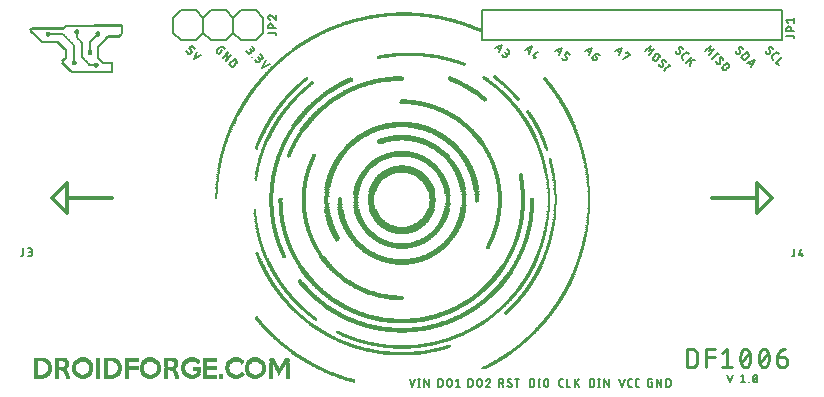
<source format=gbr>
G04 EAGLE Gerber RS-274X export*
G75*
%MOMM*%
%FSLAX34Y34*%
%LPD*%
%INSilkscreen Top*%
%IPPOS*%
%AMOC8*
5,1,8,0,0,1.08239X$1,22.5*%
G01*
%ADD10C,0.152400*%
%ADD11R,0.101600X0.025400*%
%ADD12R,0.228600X0.025400*%
%ADD13R,0.330200X0.025400*%
%ADD14R,0.431800X0.025400*%
%ADD15R,0.508000X0.025400*%
%ADD16R,0.609600X0.025400*%
%ADD17R,0.685800X0.025400*%
%ADD18R,0.762000X0.025400*%
%ADD19R,0.812800X0.025400*%
%ADD20R,0.838200X0.025400*%
%ADD21R,0.787400X0.025400*%
%ADD22R,0.736600X0.025400*%
%ADD23R,0.711200X0.025400*%
%ADD24R,0.660400X0.025400*%
%ADD25R,0.635000X0.025400*%
%ADD26R,0.584200X0.025400*%
%ADD27R,0.558800X0.025400*%
%ADD28R,0.533400X0.025400*%
%ADD29R,0.482600X0.025400*%
%ADD30R,0.457200X0.025400*%
%ADD31R,0.406400X0.025400*%
%ADD32R,1.320800X0.025400*%
%ADD33R,2.133600X0.025400*%
%ADD34R,2.692400X0.025400*%
%ADD35R,3.149600X0.025400*%
%ADD36R,3.556000X0.025400*%
%ADD37R,3.911600X0.025400*%
%ADD38R,4.241800X0.025400*%
%ADD39R,4.546600X0.025400*%
%ADD40R,4.826000X0.025400*%
%ADD41R,1.905000X0.025400*%
%ADD42R,1.651000X0.025400*%
%ADD43R,1.625600X0.025400*%
%ADD44R,1.498600X0.025400*%
%ADD45R,1.473200X0.025400*%
%ADD46R,1.371600X0.025400*%
%ADD47R,0.381000X0.025400*%
%ADD48R,1.295400X0.025400*%
%ADD49R,1.270000X0.025400*%
%ADD50R,1.219200X0.025400*%
%ADD51R,1.193800X0.025400*%
%ADD52R,1.143000X0.025400*%
%ADD53R,1.092200X0.025400*%
%ADD54R,1.066800X0.025400*%
%ADD55R,1.016000X0.025400*%
%ADD56R,0.990600X0.025400*%
%ADD57R,0.965200X0.025400*%
%ADD58R,0.939800X0.025400*%
%ADD59R,0.914400X0.025400*%
%ADD60R,0.889000X0.025400*%
%ADD61R,0.863600X0.025400*%
%ADD62R,1.524000X0.025400*%
%ADD63R,2.235200X0.025400*%
%ADD64R,2.743200X0.025400*%
%ADD65R,3.175000X0.025400*%
%ADD66R,4.216400X0.025400*%
%ADD67R,4.521200X0.025400*%
%ADD68R,4.775200X0.025400*%
%ADD69R,0.304800X0.025400*%
%ADD70R,1.778000X0.025400*%
%ADD71R,1.574800X0.025400*%
%ADD72R,1.549400X0.025400*%
%ADD73R,0.076200X0.025400*%
%ADD74R,1.422400X0.025400*%
%ADD75R,0.355600X0.025400*%
%ADD76R,1.244600X0.025400*%
%ADD77R,1.168400X0.025400*%
%ADD78R,1.117600X0.025400*%
%ADD79R,0.279400X0.025400*%
%ADD80R,2.336800X0.025400*%
%ADD81R,0.152400X0.025400*%
%ADD82R,2.794000X0.025400*%
%ADD83R,3.505200X0.025400*%
%ADD84R,3.810000X0.025400*%
%ADD85R,4.114800X0.025400*%
%ADD86R,4.368800X0.025400*%
%ADD87R,4.622800X0.025400*%
%ADD88R,4.876800X0.025400*%
%ADD89R,5.080000X0.025400*%
%ADD90R,5.308600X0.025400*%
%ADD91R,2.362200X0.025400*%
%ADD92R,2.006600X0.025400*%
%ADD93R,2.032000X0.025400*%
%ADD94R,1.828800X0.025400*%
%ADD95R,1.701800X0.025400*%
%ADD96R,1.600200X0.025400*%
%ADD97R,1.447800X0.025400*%
%ADD98R,1.041400X0.025400*%
%ADD99R,2.489200X0.025400*%
%ADD100R,2.895600X0.025400*%
%ADD101R,3.225800X0.025400*%
%ADD102R,3.835400X0.025400*%
%ADD103R,4.343400X0.025400*%
%ADD104R,4.572000X0.025400*%
%ADD105R,4.800600X0.025400*%
%ADD106R,0.254000X0.025400*%
%ADD107R,5.029200X0.025400*%
%ADD108R,5.232400X0.025400*%
%ADD109R,2.057400X0.025400*%
%ADD110R,0.203200X0.025400*%
%ADD111R,0.177800X0.025400*%
%ADD112R,1.346200X0.025400*%
%ADD113R,1.854200X0.025400*%
%ADD114R,1.981200X0.025400*%
%ADD115R,2.159000X0.025400*%
%ADD116R,2.260600X0.025400*%
%ADD117R,2.387600X0.025400*%
%ADD118R,1.727200X0.025400*%
%ADD119R,0.127000X0.025400*%
%ADD120R,2.184400X0.025400*%
%ADD121R,2.413000X0.025400*%
%ADD122R,2.641600X0.025400*%
%ADD123R,2.844800X0.025400*%
%ADD124R,3.022600X0.025400*%
%ADD125R,3.200400X0.025400*%
%ADD126R,3.352800X0.025400*%
%ADD127R,3.657600X0.025400*%
%ADD128R,3.937000X0.025400*%
%ADD129R,4.064000X0.025400*%
%ADD130R,1.879600X0.025400*%
%ADD131R,2.590800X0.025400*%
%ADD132R,2.870200X0.025400*%
%ADD133R,2.997200X0.025400*%
%ADD134R,3.124200X0.025400*%
%ADD135R,3.251200X0.025400*%
%ADD136R,3.479800X0.025400*%
%ADD137R,3.581400X0.025400*%
%ADD138R,1.803400X0.025400*%
%ADD139R,1.955800X0.025400*%
%ADD140R,2.082800X0.025400*%
%ADD141R,2.438400X0.025400*%
%ADD142R,2.565400X0.025400*%
%ADD143R,2.667000X0.025400*%
%ADD144R,2.946400X0.025400*%
%ADD145R,3.098800X0.025400*%
%ADD146R,3.327400X0.025400*%
%ADD147R,3.403600X0.025400*%
%ADD148R,0.050800X0.025400*%
%ADD149R,2.540000X0.025400*%
%ADD150R,2.717800X0.025400*%
%ADD151R,4.013200X0.025400*%
%ADD152R,3.784600X0.025400*%
%ADD153R,2.819400X0.025400*%
%ADD154R,2.616200X0.025400*%
%ADD155R,1.397000X0.025400*%
%ADD156R,4.419600X0.025400*%
%ADD157R,4.292600X0.025400*%
%ADD158R,4.140200X0.025400*%
%ADD159R,3.987800X0.025400*%
%ADD160R,3.632200X0.025400*%
%ADD161R,3.454400X0.025400*%
%ADD162R,3.048000X0.025400*%
%ADD163R,2.311400X0.025400*%
%ADD164R,0.025400X0.025400*%
%ADD165R,1.676400X0.025400*%
%ADD166R,2.514600X0.025400*%
%ADD167R,2.209800X0.025400*%
%ADD168R,1.930400X0.025400*%
%ADD169R,3.962400X0.025400*%
%ADD170R,3.606800X0.025400*%
%ADD171R,2.108200X0.025400*%
%ADD172R,5.283200X0.025400*%
%ADD173R,4.978400X0.025400*%
%ADD174R,4.673600X0.025400*%
%ADD175R,3.429000X0.025400*%
%ADD176R,2.921000X0.025400*%
%ADD177R,4.953000X0.025400*%
%ADD178R,4.927600X0.025400*%
%ADD179R,4.902200X0.025400*%
%ADD180R,4.749800X0.025400*%
%ADD181C,0.228600*%
%ADD182C,0.304800*%
%ADD183C,0.127000*%


D10*
X407144Y291766D02*
X413370Y294879D01*
X410257Y288653D01*
X411035Y290210D02*
X408701Y292545D01*
X412576Y286334D02*
X413873Y285037D01*
X413934Y284979D01*
X413998Y284923D01*
X414065Y284870D01*
X414134Y284821D01*
X414205Y284775D01*
X414278Y284732D01*
X414353Y284692D01*
X414429Y284656D01*
X414507Y284624D01*
X414587Y284595D01*
X414668Y284570D01*
X414750Y284549D01*
X414833Y284531D01*
X414917Y284518D01*
X415001Y284508D01*
X415085Y284502D01*
X415170Y284500D01*
X415255Y284502D01*
X415339Y284508D01*
X415423Y284518D01*
X415507Y284531D01*
X415590Y284549D01*
X415672Y284570D01*
X415753Y284595D01*
X415833Y284624D01*
X415911Y284656D01*
X415987Y284692D01*
X416062Y284732D01*
X416135Y284775D01*
X416206Y284821D01*
X416275Y284870D01*
X416342Y284923D01*
X416406Y284979D01*
X416467Y285037D01*
X416525Y285098D01*
X416581Y285162D01*
X416634Y285229D01*
X416683Y285298D01*
X416729Y285369D01*
X416772Y285442D01*
X416812Y285517D01*
X416848Y285593D01*
X416880Y285671D01*
X416909Y285751D01*
X416934Y285832D01*
X416955Y285914D01*
X416973Y285997D01*
X416986Y286081D01*
X416996Y286165D01*
X417002Y286249D01*
X417004Y286334D01*
X417002Y286419D01*
X416996Y286503D01*
X416986Y286587D01*
X416973Y286671D01*
X416955Y286754D01*
X416934Y286836D01*
X416909Y286917D01*
X416880Y286997D01*
X416848Y287075D01*
X416812Y287151D01*
X416772Y287226D01*
X416729Y287299D01*
X416683Y287370D01*
X416634Y287439D01*
X416581Y287506D01*
X416525Y287570D01*
X416467Y287631D01*
X418802Y289447D02*
X417246Y291004D01*
X418803Y289448D02*
X418855Y289393D01*
X418904Y289336D01*
X418950Y289276D01*
X418993Y289214D01*
X419033Y289149D01*
X419070Y289083D01*
X419102Y289015D01*
X419132Y288945D01*
X419158Y288874D01*
X419180Y288802D01*
X419198Y288729D01*
X419212Y288655D01*
X419223Y288580D01*
X419230Y288504D01*
X419233Y288429D01*
X419232Y288353D01*
X419227Y288278D01*
X419218Y288203D01*
X419206Y288128D01*
X419189Y288054D01*
X419169Y287982D01*
X419145Y287910D01*
X419118Y287840D01*
X419086Y287771D01*
X419052Y287703D01*
X419014Y287638D01*
X418972Y287575D01*
X418928Y287514D01*
X418880Y287455D01*
X418829Y287399D01*
X418776Y287346D01*
X418720Y287295D01*
X418661Y287247D01*
X418600Y287203D01*
X418537Y287161D01*
X418472Y287123D01*
X418404Y287089D01*
X418335Y287057D01*
X418265Y287030D01*
X418193Y287006D01*
X418121Y286986D01*
X418047Y286969D01*
X417972Y286957D01*
X417897Y286948D01*
X417822Y286943D01*
X417746Y286942D01*
X417671Y286945D01*
X417595Y286952D01*
X417520Y286963D01*
X417446Y286977D01*
X417373Y286995D01*
X417301Y287017D01*
X417230Y287043D01*
X417160Y287073D01*
X417092Y287105D01*
X417026Y287142D01*
X416961Y287182D01*
X416899Y287225D01*
X416839Y287271D01*
X416782Y287320D01*
X416727Y287372D01*
X415689Y288410D01*
X432544Y290496D02*
X438770Y293609D01*
X435657Y287383D01*
X436435Y288940D02*
X434101Y291275D01*
X439014Y286102D02*
X443683Y288696D01*
X439014Y286102D02*
X441608Y283508D01*
X441867Y285324D02*
X439792Y283248D01*
X457944Y289226D02*
X464170Y292339D01*
X461057Y286113D01*
X461835Y287670D02*
X459501Y290005D01*
X463376Y283794D02*
X464933Y282238D01*
X464932Y282237D02*
X464986Y282186D01*
X465042Y282137D01*
X465101Y282092D01*
X465162Y282049D01*
X465225Y282010D01*
X465290Y281974D01*
X465357Y281941D01*
X465425Y281912D01*
X465495Y281886D01*
X465566Y281864D01*
X465638Y281845D01*
X465711Y281830D01*
X465785Y281819D01*
X465859Y281811D01*
X465933Y281807D01*
X466007Y281807D01*
X466081Y281811D01*
X466155Y281819D01*
X466229Y281830D01*
X466302Y281845D01*
X466374Y281864D01*
X466445Y281886D01*
X466515Y281912D01*
X466583Y281941D01*
X466650Y281974D01*
X466715Y282010D01*
X466778Y282049D01*
X466839Y282092D01*
X466898Y282137D01*
X466954Y282186D01*
X467008Y282237D01*
X467008Y282238D02*
X467527Y282756D01*
X467578Y282810D01*
X467627Y282866D01*
X467672Y282925D01*
X467715Y282986D01*
X467754Y283049D01*
X467790Y283114D01*
X467823Y283181D01*
X467852Y283249D01*
X467878Y283319D01*
X467900Y283390D01*
X467919Y283462D01*
X467934Y283535D01*
X467945Y283609D01*
X467953Y283683D01*
X467957Y283757D01*
X467957Y283831D01*
X467953Y283905D01*
X467945Y283979D01*
X467934Y284053D01*
X467919Y284126D01*
X467900Y284198D01*
X467878Y284269D01*
X467852Y284339D01*
X467823Y284407D01*
X467790Y284474D01*
X467754Y284539D01*
X467715Y284602D01*
X467672Y284663D01*
X467627Y284722D01*
X467578Y284778D01*
X467527Y284832D01*
X465970Y286389D01*
X468046Y288464D01*
X470640Y285870D01*
X483344Y289226D02*
X489570Y292339D01*
X486457Y286113D01*
X487235Y287670D02*
X484901Y290005D01*
X491370Y286389D02*
X492927Y284832D01*
X492978Y284778D01*
X493027Y284722D01*
X493072Y284663D01*
X493115Y284602D01*
X493154Y284539D01*
X493190Y284474D01*
X493223Y284407D01*
X493252Y284339D01*
X493278Y284269D01*
X493300Y284198D01*
X493319Y284126D01*
X493334Y284053D01*
X493345Y283979D01*
X493353Y283905D01*
X493357Y283831D01*
X493357Y283757D01*
X493353Y283683D01*
X493345Y283609D01*
X493334Y283535D01*
X493319Y283462D01*
X493300Y283390D01*
X493278Y283319D01*
X493252Y283249D01*
X493223Y283181D01*
X493190Y283114D01*
X493154Y283049D01*
X493115Y282986D01*
X493072Y282925D01*
X493027Y282866D01*
X492978Y282810D01*
X492927Y282756D01*
X492667Y282497D01*
X492605Y282439D01*
X492542Y282383D01*
X492475Y282330D01*
X492406Y282281D01*
X492335Y282235D01*
X492262Y282192D01*
X492187Y282152D01*
X492111Y282116D01*
X492032Y282084D01*
X491953Y282055D01*
X491872Y282030D01*
X491790Y282009D01*
X491707Y281991D01*
X491623Y281978D01*
X491539Y281968D01*
X491455Y281962D01*
X491370Y281960D01*
X491285Y281962D01*
X491201Y281968D01*
X491117Y281978D01*
X491033Y281991D01*
X490950Y282009D01*
X490868Y282030D01*
X490787Y282055D01*
X490707Y282084D01*
X490629Y282116D01*
X490552Y282152D01*
X490478Y282192D01*
X490405Y282235D01*
X490334Y282281D01*
X490265Y282330D01*
X490198Y282383D01*
X490134Y282439D01*
X490073Y282497D01*
X490015Y282558D01*
X489959Y282622D01*
X489906Y282689D01*
X489857Y282758D01*
X489811Y282829D01*
X489768Y282902D01*
X489728Y282976D01*
X489692Y283053D01*
X489660Y283131D01*
X489631Y283211D01*
X489606Y283292D01*
X489585Y283374D01*
X489567Y283457D01*
X489554Y283541D01*
X489544Y283625D01*
X489538Y283709D01*
X489536Y283794D01*
X489538Y283879D01*
X489544Y283963D01*
X489554Y284047D01*
X489567Y284131D01*
X489585Y284214D01*
X489606Y284296D01*
X489631Y284377D01*
X489660Y284456D01*
X489692Y284535D01*
X489728Y284611D01*
X489768Y284686D01*
X489811Y284759D01*
X489857Y284830D01*
X489906Y284899D01*
X489959Y284966D01*
X490015Y285029D01*
X490073Y285091D01*
X491370Y286389D01*
X491371Y286388D02*
X491448Y286463D01*
X491528Y286534D01*
X491610Y286603D01*
X491695Y286668D01*
X491782Y286731D01*
X491872Y286790D01*
X491963Y286846D01*
X492057Y286898D01*
X492152Y286947D01*
X492249Y286993D01*
X492348Y287035D01*
X492448Y287073D01*
X492549Y287108D01*
X492652Y287139D01*
X492756Y287166D01*
X492860Y287189D01*
X492966Y287208D01*
X493072Y287224D01*
X493178Y287236D01*
X493285Y287244D01*
X493392Y287248D01*
X493500Y287248D01*
X493607Y287244D01*
X493714Y287236D01*
X493820Y287224D01*
X493926Y287208D01*
X494032Y287189D01*
X494136Y287166D01*
X494240Y287139D01*
X494343Y287108D01*
X494444Y287073D01*
X494544Y287035D01*
X494643Y286993D01*
X494740Y286947D01*
X494835Y286898D01*
X494929Y286846D01*
X495020Y286790D01*
X495110Y286731D01*
X495197Y286668D01*
X495282Y286603D01*
X495364Y286534D01*
X495444Y286463D01*
X495521Y286388D01*
X508744Y289226D02*
X514970Y292339D01*
X511857Y286113D01*
X512635Y287670D02*
X510301Y290005D01*
X518327Y287945D02*
X518846Y288464D01*
X521440Y285870D01*
X515473Y282497D01*
X534144Y289226D02*
X538814Y293896D01*
X537776Y289745D01*
X541927Y290783D01*
X537257Y286113D01*
X541390Y284574D02*
X543466Y286650D01*
X543466Y286649D02*
X543527Y286707D01*
X543591Y286763D01*
X543658Y286816D01*
X543727Y286865D01*
X543798Y286911D01*
X543871Y286954D01*
X543946Y286994D01*
X544022Y287030D01*
X544100Y287062D01*
X544180Y287091D01*
X544261Y287116D01*
X544343Y287137D01*
X544426Y287155D01*
X544510Y287168D01*
X544594Y287178D01*
X544678Y287184D01*
X544763Y287186D01*
X544848Y287184D01*
X544932Y287178D01*
X545016Y287168D01*
X545100Y287155D01*
X545183Y287137D01*
X545265Y287116D01*
X545346Y287091D01*
X545426Y287062D01*
X545504Y287030D01*
X545580Y286994D01*
X545655Y286954D01*
X545728Y286911D01*
X545799Y286865D01*
X545868Y286816D01*
X545935Y286763D01*
X545999Y286707D01*
X546060Y286649D01*
X546118Y286588D01*
X546174Y286524D01*
X546227Y286457D01*
X546276Y286388D01*
X546322Y286317D01*
X546365Y286244D01*
X546405Y286169D01*
X546441Y286093D01*
X546473Y286015D01*
X546502Y285935D01*
X546527Y285854D01*
X546548Y285772D01*
X546566Y285689D01*
X546579Y285605D01*
X546589Y285521D01*
X546595Y285437D01*
X546597Y285352D01*
X546595Y285267D01*
X546589Y285183D01*
X546579Y285099D01*
X546566Y285015D01*
X546548Y284932D01*
X546527Y284850D01*
X546502Y284769D01*
X546473Y284689D01*
X546441Y284611D01*
X546405Y284535D01*
X546365Y284460D01*
X546322Y284387D01*
X546276Y284316D01*
X546227Y284247D01*
X546174Y284180D01*
X546118Y284116D01*
X546060Y284055D01*
X543985Y281980D01*
X543924Y281922D01*
X543860Y281866D01*
X543793Y281813D01*
X543724Y281764D01*
X543653Y281718D01*
X543580Y281675D01*
X543505Y281635D01*
X543429Y281599D01*
X543351Y281567D01*
X543271Y281538D01*
X543190Y281513D01*
X543108Y281492D01*
X543025Y281474D01*
X542941Y281461D01*
X542857Y281451D01*
X542773Y281445D01*
X542688Y281443D01*
X542603Y281445D01*
X542519Y281451D01*
X542435Y281461D01*
X542351Y281474D01*
X542268Y281492D01*
X542186Y281513D01*
X542105Y281538D01*
X542025Y281567D01*
X541947Y281599D01*
X541871Y281635D01*
X541796Y281675D01*
X541723Y281718D01*
X541652Y281764D01*
X541583Y281813D01*
X541516Y281866D01*
X541452Y281922D01*
X541391Y281980D01*
X541333Y282041D01*
X541277Y282105D01*
X541224Y282172D01*
X541175Y282241D01*
X541129Y282312D01*
X541086Y282385D01*
X541046Y282460D01*
X541010Y282536D01*
X540978Y282614D01*
X540949Y282694D01*
X540924Y282775D01*
X540903Y282857D01*
X540885Y282940D01*
X540872Y283024D01*
X540862Y283108D01*
X540856Y283192D01*
X540854Y283277D01*
X540856Y283362D01*
X540862Y283446D01*
X540872Y283530D01*
X540885Y283614D01*
X540903Y283697D01*
X540924Y283779D01*
X540949Y283860D01*
X540978Y283940D01*
X541010Y284018D01*
X541046Y284094D01*
X541086Y284169D01*
X541129Y284242D01*
X541175Y284313D01*
X541224Y284382D01*
X541277Y284449D01*
X541333Y284513D01*
X541391Y284574D01*
X546650Y276720D02*
X546704Y276669D01*
X546760Y276620D01*
X546819Y276575D01*
X546880Y276532D01*
X546943Y276493D01*
X547008Y276457D01*
X547075Y276424D01*
X547143Y276395D01*
X547213Y276369D01*
X547284Y276347D01*
X547356Y276328D01*
X547429Y276313D01*
X547503Y276302D01*
X547577Y276294D01*
X547651Y276290D01*
X547725Y276290D01*
X547799Y276294D01*
X547873Y276302D01*
X547947Y276313D01*
X548020Y276328D01*
X548092Y276347D01*
X548163Y276369D01*
X548233Y276395D01*
X548301Y276424D01*
X548368Y276457D01*
X548433Y276493D01*
X548496Y276532D01*
X548557Y276575D01*
X548616Y276620D01*
X548672Y276669D01*
X548726Y276720D01*
X546650Y276720D02*
X546573Y276800D01*
X546498Y276883D01*
X546427Y276968D01*
X546359Y277056D01*
X546294Y277146D01*
X546232Y277239D01*
X546174Y277334D01*
X546119Y277430D01*
X546068Y277529D01*
X546020Y277630D01*
X545975Y277732D01*
X545935Y277835D01*
X545898Y277940D01*
X545865Y278047D01*
X545836Y278154D01*
X545811Y278262D01*
X545789Y278372D01*
X545772Y278481D01*
X545759Y278592D01*
X545749Y278703D01*
X545744Y278814D01*
X545742Y278925D01*
X548855Y281779D02*
X548909Y281830D01*
X548965Y281879D01*
X549024Y281924D01*
X549085Y281967D01*
X549148Y282006D01*
X549213Y282042D01*
X549280Y282075D01*
X549348Y282104D01*
X549418Y282130D01*
X549489Y282152D01*
X549561Y282171D01*
X549634Y282186D01*
X549708Y282197D01*
X549782Y282205D01*
X549856Y282209D01*
X549930Y282209D01*
X550004Y282205D01*
X550078Y282197D01*
X550152Y282186D01*
X550225Y282171D01*
X550297Y282152D01*
X550368Y282130D01*
X550438Y282104D01*
X550506Y282075D01*
X550573Y282042D01*
X550638Y282006D01*
X550701Y281967D01*
X550762Y281924D01*
X550821Y281879D01*
X550877Y281830D01*
X550931Y281779D01*
X550930Y281779D02*
X551002Y281704D01*
X551072Y281627D01*
X551138Y281546D01*
X551201Y281464D01*
X551261Y281379D01*
X551318Y281291D01*
X551372Y281202D01*
X551422Y281111D01*
X551468Y281017D01*
X551511Y280923D01*
X551551Y280826D01*
X551587Y280728D01*
X551619Y280629D01*
X551647Y280529D01*
X551671Y280428D01*
X551692Y280326D01*
X551708Y280223D01*
X548465Y280352D02*
X548449Y280424D01*
X548436Y280496D01*
X548426Y280569D01*
X548420Y280643D01*
X548418Y280717D01*
X548419Y280790D01*
X548424Y280864D01*
X548433Y280937D01*
X548445Y281010D01*
X548461Y281082D01*
X548481Y281153D01*
X548504Y281223D01*
X548530Y281292D01*
X548560Y281359D01*
X548593Y281425D01*
X548629Y281489D01*
X548668Y281552D01*
X548710Y281612D01*
X548756Y281670D01*
X548804Y281726D01*
X548855Y281779D01*
X549115Y278147D02*
X549131Y278075D01*
X549144Y278003D01*
X549154Y277930D01*
X549160Y277856D01*
X549162Y277782D01*
X549161Y277709D01*
X549156Y277635D01*
X549147Y277562D01*
X549135Y277489D01*
X549119Y277417D01*
X549099Y277346D01*
X549076Y277276D01*
X549050Y277207D01*
X549020Y277140D01*
X548987Y277074D01*
X548951Y277010D01*
X548912Y276947D01*
X548870Y276887D01*
X548824Y276829D01*
X548776Y276773D01*
X548725Y276720D01*
X549115Y278147D02*
X548466Y280352D01*
X555026Y277684D02*
X550356Y273014D01*
X549837Y273533D02*
X550875Y272495D01*
X555545Y277165D02*
X554507Y278202D01*
X561100Y287669D02*
X561154Y287618D01*
X561210Y287569D01*
X561269Y287524D01*
X561330Y287481D01*
X561393Y287442D01*
X561458Y287406D01*
X561525Y287373D01*
X561593Y287344D01*
X561663Y287318D01*
X561734Y287296D01*
X561806Y287277D01*
X561879Y287262D01*
X561953Y287251D01*
X562027Y287243D01*
X562101Y287239D01*
X562175Y287239D01*
X562249Y287243D01*
X562323Y287251D01*
X562397Y287262D01*
X562470Y287277D01*
X562542Y287296D01*
X562613Y287318D01*
X562683Y287344D01*
X562751Y287373D01*
X562818Y287406D01*
X562883Y287442D01*
X562946Y287481D01*
X563007Y287524D01*
X563066Y287569D01*
X563122Y287618D01*
X563176Y287669D01*
X561101Y287670D02*
X561024Y287750D01*
X560949Y287833D01*
X560878Y287918D01*
X560810Y288006D01*
X560745Y288096D01*
X560683Y288189D01*
X560625Y288284D01*
X560570Y288380D01*
X560519Y288479D01*
X560471Y288580D01*
X560426Y288682D01*
X560386Y288785D01*
X560349Y288890D01*
X560316Y288997D01*
X560287Y289104D01*
X560262Y289212D01*
X560240Y289322D01*
X560223Y289431D01*
X560210Y289542D01*
X560200Y289653D01*
X560195Y289764D01*
X560193Y289875D01*
X563305Y292729D02*
X563359Y292780D01*
X563415Y292829D01*
X563474Y292874D01*
X563535Y292917D01*
X563598Y292956D01*
X563663Y292992D01*
X563730Y293025D01*
X563798Y293054D01*
X563868Y293080D01*
X563939Y293102D01*
X564011Y293121D01*
X564084Y293136D01*
X564158Y293147D01*
X564232Y293155D01*
X564306Y293159D01*
X564380Y293159D01*
X564454Y293155D01*
X564528Y293147D01*
X564602Y293136D01*
X564675Y293121D01*
X564747Y293102D01*
X564818Y293080D01*
X564888Y293054D01*
X564956Y293025D01*
X565023Y292992D01*
X565088Y292956D01*
X565151Y292917D01*
X565212Y292874D01*
X565271Y292829D01*
X565327Y292780D01*
X565381Y292729D01*
X565381Y292728D02*
X565453Y292653D01*
X565523Y292576D01*
X565589Y292495D01*
X565652Y292413D01*
X565712Y292328D01*
X565769Y292240D01*
X565823Y292151D01*
X565873Y292060D01*
X565919Y291966D01*
X565962Y291872D01*
X566002Y291775D01*
X566038Y291677D01*
X566070Y291578D01*
X566098Y291478D01*
X566122Y291377D01*
X566143Y291275D01*
X566159Y291172D01*
X562916Y291302D02*
X562900Y291374D01*
X562887Y291446D01*
X562877Y291519D01*
X562871Y291593D01*
X562869Y291667D01*
X562870Y291740D01*
X562875Y291814D01*
X562884Y291887D01*
X562896Y291960D01*
X562912Y292032D01*
X562932Y292103D01*
X562955Y292173D01*
X562981Y292242D01*
X563011Y292309D01*
X563044Y292375D01*
X563080Y292439D01*
X563119Y292502D01*
X563161Y292562D01*
X563207Y292620D01*
X563255Y292676D01*
X563306Y292729D01*
X563566Y289097D02*
X563582Y289025D01*
X563595Y288953D01*
X563605Y288880D01*
X563611Y288806D01*
X563613Y288732D01*
X563612Y288659D01*
X563607Y288585D01*
X563598Y288512D01*
X563586Y288439D01*
X563570Y288367D01*
X563550Y288296D01*
X563527Y288226D01*
X563501Y288157D01*
X563471Y288090D01*
X563438Y288024D01*
X563402Y287960D01*
X563363Y287897D01*
X563321Y287837D01*
X563275Y287779D01*
X563227Y287723D01*
X563176Y287670D01*
X563565Y289097D02*
X562917Y291302D01*
X565557Y283213D02*
X566594Y282176D01*
X565556Y283213D02*
X565505Y283267D01*
X565456Y283323D01*
X565411Y283382D01*
X565368Y283443D01*
X565329Y283506D01*
X565293Y283571D01*
X565260Y283638D01*
X565231Y283706D01*
X565205Y283776D01*
X565183Y283847D01*
X565164Y283919D01*
X565149Y283992D01*
X565138Y284066D01*
X565130Y284140D01*
X565126Y284214D01*
X565126Y284288D01*
X565130Y284362D01*
X565138Y284436D01*
X565149Y284510D01*
X565164Y284583D01*
X565183Y284655D01*
X565205Y284726D01*
X565231Y284796D01*
X565260Y284864D01*
X565293Y284931D01*
X565329Y284996D01*
X565368Y285059D01*
X565411Y285120D01*
X565456Y285179D01*
X565505Y285235D01*
X565556Y285289D01*
X565557Y285289D02*
X568151Y287883D01*
X568205Y287934D01*
X568261Y287983D01*
X568320Y288028D01*
X568381Y288071D01*
X568444Y288110D01*
X568509Y288146D01*
X568576Y288179D01*
X568644Y288208D01*
X568714Y288234D01*
X568785Y288256D01*
X568857Y288275D01*
X568930Y288290D01*
X569004Y288301D01*
X569078Y288309D01*
X569152Y288313D01*
X569226Y288313D01*
X569300Y288309D01*
X569374Y288301D01*
X569448Y288290D01*
X569521Y288275D01*
X569593Y288256D01*
X569664Y288234D01*
X569734Y288208D01*
X569802Y288179D01*
X569869Y288146D01*
X569934Y288110D01*
X569997Y288071D01*
X570058Y288028D01*
X570117Y287983D01*
X570173Y287934D01*
X570227Y287883D01*
X570226Y287883D02*
X571264Y286845D01*
X573825Y284285D02*
X569155Y279615D01*
X570971Y281431D02*
X576419Y281690D01*
X573047Y281431D02*
X571749Y277021D01*
X584944Y289226D02*
X589614Y293896D01*
X588576Y289745D01*
X592727Y290783D01*
X588057Y286113D01*
X591156Y283014D02*
X595826Y287684D01*
X590637Y283533D02*
X591675Y282495D01*
X596344Y287165D02*
X595307Y288203D01*
X595381Y278789D02*
X595435Y278738D01*
X595491Y278689D01*
X595550Y278644D01*
X595611Y278601D01*
X595674Y278562D01*
X595739Y278526D01*
X595806Y278493D01*
X595874Y278464D01*
X595944Y278438D01*
X596015Y278416D01*
X596087Y278397D01*
X596160Y278382D01*
X596234Y278371D01*
X596308Y278363D01*
X596382Y278359D01*
X596456Y278359D01*
X596530Y278363D01*
X596604Y278371D01*
X596678Y278382D01*
X596751Y278397D01*
X596823Y278416D01*
X596894Y278438D01*
X596964Y278464D01*
X597032Y278493D01*
X597099Y278526D01*
X597164Y278562D01*
X597227Y278601D01*
X597288Y278644D01*
X597347Y278689D01*
X597403Y278738D01*
X597457Y278789D01*
X595381Y278789D02*
X595304Y278869D01*
X595229Y278952D01*
X595158Y279037D01*
X595090Y279125D01*
X595025Y279215D01*
X594963Y279308D01*
X594905Y279403D01*
X594850Y279499D01*
X594799Y279598D01*
X594751Y279699D01*
X594706Y279801D01*
X594666Y279904D01*
X594629Y280009D01*
X594596Y280116D01*
X594567Y280223D01*
X594542Y280331D01*
X594520Y280441D01*
X594503Y280550D01*
X594490Y280661D01*
X594480Y280772D01*
X594475Y280883D01*
X594473Y280994D01*
X597586Y283848D02*
X597640Y283899D01*
X597696Y283948D01*
X597755Y283993D01*
X597816Y284036D01*
X597879Y284075D01*
X597944Y284111D01*
X598011Y284144D01*
X598079Y284173D01*
X598149Y284199D01*
X598220Y284221D01*
X598292Y284240D01*
X598365Y284255D01*
X598439Y284266D01*
X598513Y284274D01*
X598587Y284278D01*
X598661Y284278D01*
X598735Y284274D01*
X598809Y284266D01*
X598883Y284255D01*
X598956Y284240D01*
X599028Y284221D01*
X599099Y284199D01*
X599169Y284173D01*
X599237Y284144D01*
X599304Y284111D01*
X599369Y284075D01*
X599432Y284036D01*
X599493Y283993D01*
X599552Y283948D01*
X599608Y283899D01*
X599662Y283848D01*
X599661Y283848D02*
X599733Y283773D01*
X599803Y283696D01*
X599869Y283615D01*
X599932Y283533D01*
X599992Y283448D01*
X600049Y283360D01*
X600103Y283271D01*
X600153Y283180D01*
X600199Y283086D01*
X600242Y282992D01*
X600282Y282895D01*
X600318Y282797D01*
X600350Y282698D01*
X600378Y282598D01*
X600402Y282497D01*
X600423Y282395D01*
X600439Y282292D01*
X597196Y282421D02*
X597180Y282493D01*
X597167Y282565D01*
X597157Y282638D01*
X597151Y282712D01*
X597149Y282786D01*
X597150Y282859D01*
X597155Y282933D01*
X597164Y283006D01*
X597176Y283079D01*
X597192Y283151D01*
X597212Y283222D01*
X597235Y283292D01*
X597261Y283361D01*
X597291Y283428D01*
X597324Y283494D01*
X597360Y283558D01*
X597399Y283621D01*
X597441Y283681D01*
X597487Y283739D01*
X597535Y283795D01*
X597586Y283848D01*
X597846Y280216D02*
X597862Y280144D01*
X597875Y280072D01*
X597885Y279999D01*
X597891Y279925D01*
X597893Y279851D01*
X597892Y279778D01*
X597887Y279704D01*
X597878Y279631D01*
X597866Y279558D01*
X597850Y279486D01*
X597830Y279415D01*
X597807Y279345D01*
X597781Y279276D01*
X597751Y279209D01*
X597718Y279143D01*
X597682Y279079D01*
X597643Y279016D01*
X597601Y278956D01*
X597555Y278898D01*
X597507Y278842D01*
X597456Y278789D01*
X597845Y280216D02*
X597197Y282421D01*
X602197Y278718D02*
X600122Y276643D01*
X602197Y278718D02*
X602258Y278776D01*
X602322Y278832D01*
X602389Y278885D01*
X602458Y278934D01*
X602529Y278980D01*
X602602Y279023D01*
X602677Y279063D01*
X602753Y279099D01*
X602831Y279131D01*
X602911Y279160D01*
X602992Y279185D01*
X603074Y279206D01*
X603157Y279224D01*
X603241Y279237D01*
X603325Y279247D01*
X603409Y279253D01*
X603494Y279255D01*
X603579Y279253D01*
X603663Y279247D01*
X603747Y279237D01*
X603831Y279224D01*
X603914Y279206D01*
X603996Y279185D01*
X604077Y279160D01*
X604157Y279131D01*
X604235Y279099D01*
X604311Y279063D01*
X604386Y279023D01*
X604459Y278980D01*
X604530Y278934D01*
X604599Y278885D01*
X604666Y278832D01*
X604730Y278776D01*
X604791Y278718D01*
X604849Y278657D01*
X604905Y278593D01*
X604958Y278526D01*
X605007Y278457D01*
X605053Y278386D01*
X605096Y278313D01*
X605136Y278238D01*
X605172Y278162D01*
X605204Y278084D01*
X605233Y278004D01*
X605258Y277923D01*
X605279Y277841D01*
X605297Y277758D01*
X605310Y277674D01*
X605320Y277590D01*
X605326Y277506D01*
X605328Y277421D01*
X605326Y277336D01*
X605320Y277252D01*
X605310Y277168D01*
X605297Y277084D01*
X605279Y277001D01*
X605258Y276919D01*
X605233Y276838D01*
X605204Y276758D01*
X605172Y276680D01*
X605136Y276604D01*
X605096Y276529D01*
X605053Y276456D01*
X605007Y276385D01*
X604958Y276316D01*
X604905Y276249D01*
X604849Y276185D01*
X604791Y276124D01*
X602716Y274048D01*
X602716Y274049D02*
X602655Y273991D01*
X602591Y273935D01*
X602524Y273882D01*
X602455Y273833D01*
X602384Y273787D01*
X602311Y273744D01*
X602236Y273704D01*
X602160Y273668D01*
X602082Y273636D01*
X602002Y273607D01*
X601921Y273582D01*
X601839Y273561D01*
X601756Y273543D01*
X601672Y273530D01*
X601588Y273520D01*
X601504Y273514D01*
X601419Y273512D01*
X601334Y273514D01*
X601250Y273520D01*
X601166Y273530D01*
X601082Y273543D01*
X600999Y273561D01*
X600917Y273582D01*
X600836Y273607D01*
X600756Y273636D01*
X600678Y273668D01*
X600602Y273704D01*
X600527Y273744D01*
X600454Y273787D01*
X600383Y273833D01*
X600314Y273882D01*
X600247Y273935D01*
X600183Y273991D01*
X600122Y274049D01*
X600064Y274110D01*
X600008Y274174D01*
X599955Y274241D01*
X599906Y274310D01*
X599860Y274381D01*
X599817Y274454D01*
X599777Y274529D01*
X599741Y274605D01*
X599709Y274683D01*
X599680Y274763D01*
X599655Y274844D01*
X599634Y274926D01*
X599616Y275009D01*
X599603Y275093D01*
X599593Y275177D01*
X599587Y275261D01*
X599585Y275346D01*
X599587Y275431D01*
X599593Y275515D01*
X599603Y275599D01*
X599616Y275683D01*
X599634Y275766D01*
X599655Y275848D01*
X599680Y275929D01*
X599709Y276009D01*
X599741Y276087D01*
X599777Y276163D01*
X599817Y276238D01*
X599860Y276311D01*
X599906Y276382D01*
X599955Y276451D01*
X600008Y276518D01*
X600064Y276582D01*
X600122Y276643D01*
X611900Y287669D02*
X611954Y287618D01*
X612010Y287569D01*
X612069Y287524D01*
X612130Y287481D01*
X612193Y287442D01*
X612258Y287406D01*
X612325Y287373D01*
X612393Y287344D01*
X612463Y287318D01*
X612534Y287296D01*
X612606Y287277D01*
X612679Y287262D01*
X612753Y287251D01*
X612827Y287243D01*
X612901Y287239D01*
X612975Y287239D01*
X613049Y287243D01*
X613123Y287251D01*
X613197Y287262D01*
X613270Y287277D01*
X613342Y287296D01*
X613413Y287318D01*
X613483Y287344D01*
X613551Y287373D01*
X613618Y287406D01*
X613683Y287442D01*
X613746Y287481D01*
X613807Y287524D01*
X613866Y287569D01*
X613922Y287618D01*
X613976Y287669D01*
X611901Y287670D02*
X611824Y287750D01*
X611749Y287833D01*
X611678Y287918D01*
X611610Y288006D01*
X611545Y288096D01*
X611483Y288189D01*
X611425Y288284D01*
X611370Y288380D01*
X611319Y288479D01*
X611271Y288580D01*
X611226Y288682D01*
X611186Y288785D01*
X611149Y288890D01*
X611116Y288997D01*
X611087Y289104D01*
X611062Y289212D01*
X611040Y289322D01*
X611023Y289431D01*
X611010Y289542D01*
X611000Y289653D01*
X610995Y289764D01*
X610993Y289875D01*
X614105Y292729D02*
X614159Y292780D01*
X614215Y292829D01*
X614274Y292874D01*
X614335Y292917D01*
X614398Y292956D01*
X614463Y292992D01*
X614530Y293025D01*
X614598Y293054D01*
X614668Y293080D01*
X614739Y293102D01*
X614811Y293121D01*
X614884Y293136D01*
X614958Y293147D01*
X615032Y293155D01*
X615106Y293159D01*
X615180Y293159D01*
X615254Y293155D01*
X615328Y293147D01*
X615402Y293136D01*
X615475Y293121D01*
X615547Y293102D01*
X615618Y293080D01*
X615688Y293054D01*
X615756Y293025D01*
X615823Y292992D01*
X615888Y292956D01*
X615951Y292917D01*
X616012Y292874D01*
X616071Y292829D01*
X616127Y292780D01*
X616181Y292729D01*
X616181Y292728D02*
X616253Y292653D01*
X616323Y292576D01*
X616389Y292495D01*
X616452Y292413D01*
X616512Y292328D01*
X616569Y292240D01*
X616623Y292151D01*
X616673Y292060D01*
X616719Y291966D01*
X616762Y291872D01*
X616802Y291775D01*
X616838Y291677D01*
X616870Y291578D01*
X616898Y291478D01*
X616922Y291377D01*
X616943Y291275D01*
X616959Y291172D01*
X613716Y291302D02*
X613700Y291374D01*
X613687Y291446D01*
X613677Y291519D01*
X613671Y291593D01*
X613669Y291667D01*
X613670Y291740D01*
X613675Y291814D01*
X613684Y291887D01*
X613696Y291960D01*
X613712Y292032D01*
X613732Y292103D01*
X613755Y292173D01*
X613781Y292242D01*
X613811Y292309D01*
X613844Y292375D01*
X613880Y292439D01*
X613919Y292502D01*
X613961Y292562D01*
X614007Y292620D01*
X614055Y292676D01*
X614106Y292729D01*
X614366Y289097D02*
X614382Y289025D01*
X614395Y288953D01*
X614405Y288880D01*
X614411Y288806D01*
X614413Y288732D01*
X614412Y288659D01*
X614407Y288585D01*
X614398Y288512D01*
X614386Y288439D01*
X614370Y288367D01*
X614350Y288296D01*
X614327Y288226D01*
X614301Y288157D01*
X614271Y288090D01*
X614238Y288024D01*
X614202Y287960D01*
X614163Y287897D01*
X614121Y287837D01*
X614075Y287779D01*
X614027Y287723D01*
X613976Y287670D01*
X614365Y289097D02*
X613717Y291302D01*
X620186Y288723D02*
X615517Y284054D01*
X620186Y288723D02*
X621483Y287426D01*
X621541Y287365D01*
X621597Y287301D01*
X621650Y287234D01*
X621699Y287165D01*
X621745Y287094D01*
X621788Y287021D01*
X621828Y286946D01*
X621864Y286870D01*
X621896Y286792D01*
X621925Y286712D01*
X621950Y286631D01*
X621971Y286549D01*
X621989Y286466D01*
X622002Y286382D01*
X622012Y286298D01*
X622018Y286214D01*
X622020Y286129D01*
X622018Y286044D01*
X622012Y285960D01*
X622002Y285876D01*
X621989Y285792D01*
X621971Y285709D01*
X621950Y285627D01*
X621925Y285546D01*
X621896Y285466D01*
X621864Y285388D01*
X621828Y285312D01*
X621788Y285237D01*
X621745Y285164D01*
X621699Y285093D01*
X621650Y285024D01*
X621597Y284957D01*
X621541Y284893D01*
X621483Y284832D01*
X619408Y282757D01*
X619347Y282699D01*
X619283Y282643D01*
X619216Y282590D01*
X619147Y282541D01*
X619076Y282495D01*
X619003Y282452D01*
X618928Y282412D01*
X618852Y282376D01*
X618774Y282344D01*
X618694Y282315D01*
X618613Y282290D01*
X618531Y282269D01*
X618448Y282251D01*
X618364Y282238D01*
X618280Y282228D01*
X618196Y282222D01*
X618111Y282220D01*
X618026Y282222D01*
X617942Y282228D01*
X617858Y282238D01*
X617774Y282251D01*
X617691Y282269D01*
X617609Y282290D01*
X617528Y282315D01*
X617448Y282344D01*
X617370Y282376D01*
X617294Y282412D01*
X617219Y282452D01*
X617146Y282495D01*
X617075Y282541D01*
X617006Y282590D01*
X616939Y282643D01*
X616875Y282699D01*
X616814Y282757D01*
X615517Y284054D01*
X620602Y278968D02*
X626828Y282081D01*
X623715Y275855D01*
X624494Y277411D02*
X622159Y279746D01*
X637300Y287669D02*
X637354Y287618D01*
X637410Y287569D01*
X637469Y287524D01*
X637530Y287481D01*
X637593Y287442D01*
X637658Y287406D01*
X637725Y287373D01*
X637793Y287344D01*
X637863Y287318D01*
X637934Y287296D01*
X638006Y287277D01*
X638079Y287262D01*
X638153Y287251D01*
X638227Y287243D01*
X638301Y287239D01*
X638375Y287239D01*
X638449Y287243D01*
X638523Y287251D01*
X638597Y287262D01*
X638670Y287277D01*
X638742Y287296D01*
X638813Y287318D01*
X638883Y287344D01*
X638951Y287373D01*
X639018Y287406D01*
X639083Y287442D01*
X639146Y287481D01*
X639207Y287524D01*
X639266Y287569D01*
X639322Y287618D01*
X639376Y287669D01*
X637301Y287670D02*
X637224Y287750D01*
X637149Y287833D01*
X637078Y287918D01*
X637010Y288006D01*
X636945Y288096D01*
X636883Y288189D01*
X636825Y288284D01*
X636770Y288380D01*
X636719Y288479D01*
X636671Y288580D01*
X636626Y288682D01*
X636586Y288785D01*
X636549Y288890D01*
X636516Y288997D01*
X636487Y289104D01*
X636462Y289212D01*
X636440Y289322D01*
X636423Y289431D01*
X636410Y289542D01*
X636400Y289653D01*
X636395Y289764D01*
X636393Y289875D01*
X639505Y292729D02*
X639559Y292780D01*
X639615Y292829D01*
X639674Y292874D01*
X639735Y292917D01*
X639798Y292956D01*
X639863Y292992D01*
X639930Y293025D01*
X639998Y293054D01*
X640068Y293080D01*
X640139Y293102D01*
X640211Y293121D01*
X640284Y293136D01*
X640358Y293147D01*
X640432Y293155D01*
X640506Y293159D01*
X640580Y293159D01*
X640654Y293155D01*
X640728Y293147D01*
X640802Y293136D01*
X640875Y293121D01*
X640947Y293102D01*
X641018Y293080D01*
X641088Y293054D01*
X641156Y293025D01*
X641223Y292992D01*
X641288Y292956D01*
X641351Y292917D01*
X641412Y292874D01*
X641471Y292829D01*
X641527Y292780D01*
X641581Y292729D01*
X641581Y292728D02*
X641653Y292653D01*
X641723Y292576D01*
X641789Y292495D01*
X641852Y292413D01*
X641912Y292328D01*
X641969Y292240D01*
X642023Y292151D01*
X642073Y292060D01*
X642119Y291966D01*
X642162Y291872D01*
X642202Y291775D01*
X642238Y291677D01*
X642270Y291578D01*
X642298Y291478D01*
X642322Y291377D01*
X642343Y291275D01*
X642359Y291172D01*
X639116Y291302D02*
X639100Y291374D01*
X639087Y291446D01*
X639077Y291519D01*
X639071Y291593D01*
X639069Y291667D01*
X639070Y291740D01*
X639075Y291814D01*
X639084Y291887D01*
X639096Y291960D01*
X639112Y292032D01*
X639132Y292103D01*
X639155Y292173D01*
X639181Y292242D01*
X639211Y292309D01*
X639244Y292375D01*
X639280Y292439D01*
X639319Y292502D01*
X639361Y292562D01*
X639407Y292620D01*
X639455Y292676D01*
X639506Y292729D01*
X639766Y289097D02*
X639782Y289025D01*
X639795Y288953D01*
X639805Y288880D01*
X639811Y288806D01*
X639813Y288732D01*
X639812Y288659D01*
X639807Y288585D01*
X639798Y288512D01*
X639786Y288439D01*
X639770Y288367D01*
X639750Y288296D01*
X639727Y288226D01*
X639701Y288157D01*
X639671Y288090D01*
X639638Y288024D01*
X639602Y287960D01*
X639563Y287897D01*
X639521Y287837D01*
X639475Y287779D01*
X639427Y287723D01*
X639376Y287670D01*
X639765Y289097D02*
X639117Y291302D01*
X641757Y283213D02*
X642794Y282176D01*
X641756Y283213D02*
X641705Y283267D01*
X641656Y283323D01*
X641611Y283382D01*
X641568Y283443D01*
X641529Y283506D01*
X641493Y283571D01*
X641460Y283638D01*
X641431Y283706D01*
X641405Y283776D01*
X641383Y283847D01*
X641364Y283919D01*
X641349Y283992D01*
X641338Y284066D01*
X641330Y284140D01*
X641326Y284214D01*
X641326Y284288D01*
X641330Y284362D01*
X641338Y284436D01*
X641349Y284510D01*
X641364Y284583D01*
X641383Y284655D01*
X641405Y284726D01*
X641431Y284796D01*
X641460Y284864D01*
X641493Y284931D01*
X641529Y284996D01*
X641568Y285059D01*
X641611Y285120D01*
X641656Y285179D01*
X641705Y285235D01*
X641756Y285289D01*
X641757Y285289D02*
X644351Y287883D01*
X644405Y287934D01*
X644461Y287983D01*
X644520Y288028D01*
X644581Y288071D01*
X644644Y288110D01*
X644709Y288146D01*
X644776Y288179D01*
X644844Y288208D01*
X644914Y288234D01*
X644985Y288256D01*
X645057Y288275D01*
X645130Y288290D01*
X645204Y288301D01*
X645278Y288309D01*
X645352Y288313D01*
X645426Y288313D01*
X645500Y288309D01*
X645574Y288301D01*
X645648Y288290D01*
X645721Y288275D01*
X645793Y288256D01*
X645864Y288234D01*
X645934Y288208D01*
X646002Y288179D01*
X646069Y288146D01*
X646134Y288110D01*
X646197Y288071D01*
X646258Y288028D01*
X646317Y287983D01*
X646373Y287934D01*
X646427Y287883D01*
X646426Y287883D02*
X647464Y286845D01*
X649914Y284396D02*
X645244Y279726D01*
X647319Y277651D01*
D11*
X287401Y8636D03*
D12*
X287020Y8890D03*
D13*
X286766Y9144D03*
D14*
X286258Y9398D03*
D15*
X285877Y9652D03*
D16*
X285369Y9906D03*
D17*
X284988Y10160D03*
D18*
X284607Y10414D03*
D19*
X284099Y10668D03*
D20*
X283210Y10922D03*
D19*
X282321Y11176D03*
X281559Y11430D03*
D21*
X280670Y11684D03*
X279908Y11938D03*
D18*
X279019Y12192D03*
D22*
X278384Y12446D03*
X277622Y12700D03*
X276860Y12954D03*
X276098Y13208D03*
D23*
X275463Y13462D03*
X274701Y13716D03*
X273939Y13970D03*
D17*
X273304Y14224D03*
X272542Y14478D03*
D24*
X271907Y14732D03*
X271145Y14986D03*
D25*
X270510Y15240D03*
D24*
X269875Y15494D03*
D25*
X269240Y15748D03*
D16*
X268605Y16002D03*
D25*
X267970Y16256D03*
D16*
X267335Y16510D03*
X266827Y16764D03*
D26*
X266192Y17018D03*
D16*
X265557Y17272D03*
D26*
X264922Y17526D03*
X264414Y17780D03*
X263906Y18034D03*
D27*
X263271Y18288D03*
D26*
X262636Y18542D03*
X262128Y18796D03*
D27*
X261493Y19050D03*
X260985Y19304D03*
X260477Y19558D03*
X259969Y19812D03*
X259461Y20066D03*
D28*
X258826Y20320D03*
X258318Y20574D03*
X397764Y20574D03*
X257810Y20828D03*
X398272Y20828D03*
X257302Y21082D03*
X398780Y21082D03*
X256794Y21336D03*
X399288Y21336D03*
X256286Y21590D03*
X399796Y21590D03*
X255778Y21844D03*
X400304Y21844D03*
D15*
X255397Y22098D03*
D28*
X400812Y22098D03*
D15*
X254889Y22352D03*
D28*
X401320Y22352D03*
D15*
X254381Y22606D03*
X401701Y22606D03*
X253873Y22860D03*
X402209Y22860D03*
X253365Y23114D03*
X402717Y23114D03*
X252857Y23368D03*
X403225Y23368D03*
D29*
X252476Y23622D03*
D15*
X403733Y23622D03*
D29*
X251968Y23876D03*
X404114Y23876D03*
X251460Y24130D03*
X404622Y24130D03*
D15*
X251079Y24384D03*
D29*
X405130Y24384D03*
X250698Y24638D03*
X405638Y24638D03*
X250190Y24892D03*
X405892Y24892D03*
X249682Y25146D03*
X406400Y25146D03*
D30*
X249301Y25400D03*
D29*
X406908Y25400D03*
X248920Y25654D03*
X407416Y25654D03*
X248412Y25908D03*
D30*
X407797Y25908D03*
D29*
X247904Y26162D03*
X408178Y26162D03*
D30*
X247523Y26416D03*
D29*
X408686Y26416D03*
X247142Y26670D03*
D30*
X409067Y26670D03*
X246761Y26924D03*
X409575Y26924D03*
X246253Y27178D03*
X409829Y27178D03*
X245745Y27432D03*
X410337Y27432D03*
X245491Y27686D03*
X410845Y27686D03*
X244983Y27940D03*
X411099Y27940D03*
D14*
X244602Y28194D03*
D30*
X411607Y28194D03*
X244221Y28448D03*
D14*
X411988Y28448D03*
D30*
X243713Y28702D03*
X412369Y28702D03*
D14*
X243332Y28956D03*
X412750Y28956D03*
D30*
X242951Y29210D03*
D14*
X413258Y29210D03*
X242570Y29464D03*
D30*
X413639Y29464D03*
X242189Y29718D03*
D14*
X414020Y29718D03*
X241808Y29972D03*
D30*
X414401Y29972D03*
D14*
X241300Y30226D03*
X414782Y30226D03*
X241046Y30480D03*
D30*
X415163Y30480D03*
D14*
X240538Y30734D03*
X415544Y30734D03*
X240284Y30988D03*
D31*
X415925Y30988D03*
D14*
X239776Y31242D03*
X416306Y31242D03*
X239522Y31496D03*
D31*
X416687Y31496D03*
X239141Y31750D03*
D32*
X328041Y31750D03*
D14*
X417068Y31750D03*
X238760Y32004D03*
D33*
X328041Y32004D03*
D31*
X417449Y32004D03*
X238379Y32258D03*
D34*
X328041Y32258D03*
D14*
X417830Y32258D03*
X237998Y32512D03*
D35*
X328041Y32512D03*
D31*
X418211Y32512D03*
X237617Y32766D03*
D36*
X328041Y32766D03*
D14*
X418592Y32766D03*
X237236Y33020D03*
D37*
X328041Y33020D03*
D31*
X418973Y33020D03*
X236855Y33274D03*
D38*
X328168Y33274D03*
D31*
X419227Y33274D03*
X236601Y33528D03*
D39*
X328168Y33528D03*
D14*
X419608Y33528D03*
D31*
X236093Y33782D03*
D40*
X328041Y33782D03*
D31*
X419989Y33782D03*
X235839Y34036D03*
D41*
X312166Y34036D03*
X343916Y34036D03*
D31*
X420243Y34036D03*
X235585Y34290D03*
D42*
X309626Y34290D03*
D43*
X346583Y34290D03*
D31*
X420751Y34290D03*
X235077Y34544D03*
D44*
X307594Y34544D03*
D45*
X348615Y34544D03*
D31*
X421005Y34544D03*
X234823Y34798D03*
D46*
X305943Y34798D03*
X350393Y34798D03*
D31*
X421513Y34798D03*
D47*
X234442Y35052D03*
D48*
X304292Y35052D03*
D49*
X351917Y35052D03*
D31*
X421767Y35052D03*
X234061Y35306D03*
D50*
X302895Y35306D03*
D51*
X353314Y35306D03*
D31*
X422021Y35306D03*
X233807Y35560D03*
D52*
X301498Y35560D03*
X354584Y35560D03*
D31*
X422529Y35560D03*
D47*
X233426Y35814D03*
D53*
X300228Y35814D03*
X355854Y35814D03*
D31*
X422783Y35814D03*
X233045Y36068D03*
D54*
X299085Y36068D03*
X356997Y36068D03*
D31*
X423037Y36068D03*
X232791Y36322D03*
D55*
X298069Y36322D03*
X358267Y36322D03*
D47*
X423418Y36322D03*
X232410Y36576D03*
D56*
X296926Y36576D03*
D57*
X359283Y36576D03*
D31*
X423799Y36576D03*
X232029Y36830D03*
D58*
X295910Y36830D03*
D57*
X360299Y36830D03*
D47*
X424180Y36830D03*
D31*
X231775Y37084D03*
D59*
X294767Y37084D03*
X361315Y37084D03*
D47*
X424434Y37084D03*
X231394Y37338D03*
D60*
X293878Y37338D03*
X362204Y37338D03*
D31*
X424815Y37338D03*
D47*
X231140Y37592D03*
D61*
X292989Y37592D03*
D62*
X328041Y37592D03*
D60*
X363220Y37592D03*
D47*
X425196Y37592D03*
D31*
X230759Y37846D03*
D20*
X292100Y37846D03*
D63*
X328041Y37846D03*
D61*
X364109Y37846D03*
D47*
X425450Y37846D03*
X230378Y38100D03*
D20*
X291084Y38100D03*
D64*
X328041Y38100D03*
D19*
X364871Y38100D03*
D47*
X425704Y38100D03*
X230124Y38354D03*
D19*
X290195Y38354D03*
D65*
X328168Y38354D03*
D22*
X365506Y38354D03*
D31*
X426085Y38354D03*
X229743Y38608D03*
D21*
X289560Y38608D03*
D36*
X328041Y38608D03*
D24*
X366141Y38608D03*
D47*
X426466Y38608D03*
X229362Y38862D03*
D18*
X288671Y38862D03*
D37*
X328041Y38862D03*
D26*
X366522Y38862D03*
D47*
X426720Y38862D03*
X229108Y39116D03*
D18*
X287909Y39116D03*
D66*
X328041Y39116D03*
D29*
X367030Y39116D03*
D47*
X426974Y39116D03*
X228854Y39370D03*
D22*
X287020Y39370D03*
D67*
X328041Y39370D03*
D31*
X367411Y39370D03*
D47*
X427482Y39370D03*
X228600Y39624D03*
D22*
X286258Y39624D03*
D68*
X328041Y39624D03*
D69*
X367665Y39624D03*
D47*
X427736Y39624D03*
X228092Y39878D03*
D23*
X285623Y39878D03*
D70*
X311785Y39878D03*
X344297Y39878D03*
D12*
X368046Y39878D03*
D47*
X427990Y39878D03*
X227838Y40132D03*
D23*
X284861Y40132D03*
D71*
X309499Y40132D03*
D72*
X346710Y40132D03*
D73*
X368300Y40132D03*
D47*
X428244Y40132D03*
X227584Y40386D03*
D23*
X284099Y40386D03*
D74*
X307721Y40386D03*
X348615Y40386D03*
D75*
X428625Y40386D03*
D47*
X227330Y40640D03*
D17*
X283464Y40640D03*
D32*
X305943Y40640D03*
X350139Y40640D03*
D47*
X429006Y40640D03*
D75*
X226949Y40894D03*
D17*
X282702Y40894D03*
D76*
X304546Y40894D03*
D50*
X351663Y40894D03*
D47*
X429260Y40894D03*
X226568Y41148D03*
D24*
X282067Y41148D03*
D77*
X303149Y41148D03*
D51*
X353060Y41148D03*
D47*
X429514Y41148D03*
X226314Y41402D03*
D24*
X281305Y41402D03*
D78*
X301879Y41402D03*
D53*
X354330Y41402D03*
D47*
X429768Y41402D03*
X226060Y41656D03*
D25*
X280670Y41656D03*
D54*
X300609Y41656D03*
X355473Y41656D03*
D75*
X430149Y41656D03*
X225679Y41910D03*
D24*
X280035Y41910D03*
D55*
X299593Y41910D03*
X356743Y41910D03*
D75*
X430403Y41910D03*
X225425Y42164D03*
D25*
X279400Y42164D03*
D56*
X298450Y42164D03*
D57*
X357759Y42164D03*
D47*
X430784Y42164D03*
D75*
X225171Y42418D03*
D16*
X278765Y42418D03*
D57*
X297307Y42418D03*
X358775Y42418D03*
D47*
X431038Y42418D03*
X224790Y42672D03*
D25*
X278130Y42672D03*
D59*
X296291Y42672D03*
X359791Y42672D03*
D47*
X431292Y42672D03*
X224536Y42926D03*
D16*
X277495Y42926D03*
D60*
X295402Y42926D03*
D59*
X360807Y42926D03*
D75*
X431673Y42926D03*
D47*
X224282Y43180D03*
D16*
X276987Y43180D03*
D61*
X294513Y43180D03*
D60*
X361696Y43180D03*
D75*
X431927Y43180D03*
X223901Y43434D03*
D26*
X276352Y43434D03*
D61*
X293497Y43434D03*
D20*
X362712Y43434D03*
D75*
X432181Y43434D03*
X223647Y43688D03*
D26*
X275844Y43688D03*
D20*
X292608Y43688D03*
X363474Y43688D03*
D75*
X432435Y43688D03*
X223393Y43942D03*
D26*
X275082Y43942D03*
D19*
X291719Y43942D03*
X364363Y43942D03*
D47*
X432816Y43942D03*
D75*
X223139Y44196D03*
D26*
X274574Y44196D03*
D21*
X291084Y44196D03*
X365252Y44196D03*
D47*
X433070Y44196D03*
D75*
X222885Y44450D03*
D26*
X274066Y44450D03*
D18*
X290195Y44450D03*
D21*
X366014Y44450D03*
D75*
X433451Y44450D03*
D47*
X222504Y44704D03*
D27*
X273431Y44704D03*
D18*
X289433Y44704D03*
X366903Y44704D03*
D75*
X433705Y44704D03*
X222123Y44958D03*
D27*
X272923Y44958D03*
D22*
X288544Y44958D03*
X367538Y44958D03*
D75*
X433959Y44958D03*
X221869Y45212D03*
D27*
X272415Y45212D03*
D22*
X287782Y45212D03*
X368300Y45212D03*
D75*
X434213Y45212D03*
X221615Y45466D03*
D27*
X271907Y45466D03*
D23*
X287147Y45466D03*
D22*
X369062Y45466D03*
D75*
X434467Y45466D03*
X221361Y45720D03*
D27*
X271399Y45720D03*
D23*
X286385Y45720D03*
D17*
X369824Y45720D03*
D75*
X434721Y45720D03*
X221107Y45974D03*
D28*
X270764Y45974D03*
D23*
X285623Y45974D03*
D17*
X370586Y45974D03*
D75*
X434975Y45974D03*
X220853Y46228D03*
D28*
X270256Y46228D03*
D17*
X284988Y46228D03*
D24*
X371221Y46228D03*
D13*
X435356Y46228D03*
D75*
X220599Y46482D03*
D28*
X269748Y46482D03*
D17*
X284226Y46482D03*
D24*
X371983Y46482D03*
D75*
X435737Y46482D03*
X220345Y46736D03*
D28*
X269240Y46736D03*
D24*
X283591Y46736D03*
X372491Y46736D03*
D75*
X435991Y46736D03*
X220091Y46990D03*
D15*
X268859Y46990D03*
D25*
X282956Y46990D03*
D24*
X373253Y46990D03*
D75*
X436245Y46990D03*
D13*
X219710Y47244D03*
D15*
X268351Y47244D03*
D25*
X282194Y47244D03*
X373888Y47244D03*
D75*
X436499Y47244D03*
D13*
X219456Y47498D03*
D15*
X267843Y47498D03*
D25*
X281686Y47498D03*
X374650Y47498D03*
D75*
X436753Y47498D03*
D13*
X219202Y47752D03*
D15*
X267335Y47752D03*
D16*
X281051Y47752D03*
D25*
X375158Y47752D03*
D75*
X437007Y47752D03*
D13*
X218948Y48006D03*
D15*
X266827Y48006D03*
D25*
X280416Y48006D03*
D16*
X375793Y48006D03*
D75*
X437261Y48006D03*
D13*
X218694Y48260D03*
D15*
X266319Y48260D03*
D16*
X279781Y48260D03*
X376301Y48260D03*
D75*
X437515Y48260D03*
X218313Y48514D03*
D29*
X265938Y48514D03*
D26*
X279146Y48514D03*
D16*
X377063Y48514D03*
D75*
X437769Y48514D03*
X218059Y48768D03*
D29*
X265430Y48768D03*
D26*
X278638Y48768D03*
D16*
X377571Y48768D03*
D75*
X438023Y48768D03*
X217805Y49022D03*
D29*
X264922Y49022D03*
D16*
X278003Y49022D03*
D26*
X378206Y49022D03*
D75*
X438277Y49022D03*
X217551Y49276D03*
D15*
X264541Y49276D03*
D26*
X277368Y49276D03*
X378714Y49276D03*
D75*
X438531Y49276D03*
X217297Y49530D03*
D29*
X264160Y49530D03*
D26*
X276860Y49530D03*
X379222Y49530D03*
D75*
X438785Y49530D03*
X217043Y49784D03*
D29*
X263652Y49784D03*
D26*
X276352Y49784D03*
D27*
X379857Y49784D03*
D13*
X439166Y49784D03*
D75*
X216789Y50038D03*
D29*
X263144Y50038D03*
D28*
X275844Y50038D03*
D27*
X380365Y50038D03*
D13*
X439420Y50038D03*
D75*
X216535Y50292D03*
D30*
X262763Y50292D03*
D15*
X275463Y50292D03*
D27*
X380873Y50292D03*
D13*
X439674Y50292D03*
D75*
X216281Y50546D03*
D30*
X262255Y50546D03*
X275209Y50546D03*
D28*
X381508Y50546D03*
D13*
X439928Y50546D03*
D75*
X216027Y50800D03*
D29*
X261874Y50800D03*
D31*
X274955Y50800D03*
D28*
X382016Y50800D03*
D13*
X440182Y50800D03*
D75*
X215773Y51054D03*
D30*
X261493Y51054D03*
D13*
X274574Y51054D03*
D61*
X328041Y51054D03*
D28*
X382524Y51054D03*
D13*
X440436Y51054D03*
D75*
X215519Y51308D03*
D30*
X260985Y51308D03*
D79*
X274320Y51308D03*
D70*
X328041Y51308D03*
D28*
X383032Y51308D03*
D13*
X440690Y51308D03*
D75*
X215265Y51562D03*
D29*
X260604Y51562D03*
D12*
X274066Y51562D03*
D80*
X328041Y51562D03*
D28*
X383540Y51562D03*
D13*
X440944Y51562D03*
X215138Y51816D03*
D30*
X260223Y51816D03*
D81*
X273939Y51816D03*
D82*
X328041Y51816D03*
D28*
X384048Y51816D03*
D13*
X441198Y51816D03*
X214884Y52070D03*
D30*
X259715Y52070D03*
D65*
X328168Y52070D03*
D28*
X384556Y52070D03*
D13*
X441452Y52070D03*
X214630Y52324D03*
D14*
X259334Y52324D03*
D83*
X328041Y52324D03*
D28*
X385064Y52324D03*
D13*
X441706Y52324D03*
X214376Y52578D03*
D30*
X258953Y52578D03*
D84*
X328041Y52578D03*
D28*
X385572Y52578D03*
D13*
X441960Y52578D03*
X214122Y52832D03*
D14*
X258572Y52832D03*
D85*
X328041Y52832D03*
D28*
X386080Y52832D03*
D13*
X442214Y52832D03*
X213868Y53086D03*
D30*
X258191Y53086D03*
D86*
X328041Y53086D03*
D15*
X386461Y53086D03*
D13*
X442468Y53086D03*
X213614Y53340D03*
D14*
X257810Y53340D03*
D87*
X328041Y53340D03*
D15*
X386969Y53340D03*
D13*
X442722Y53340D03*
X213360Y53594D03*
D14*
X257302Y53594D03*
D88*
X328041Y53594D03*
D15*
X387477Y53594D03*
D13*
X442976Y53594D03*
X213106Y53848D03*
D14*
X257048Y53848D03*
D89*
X328041Y53848D03*
D15*
X387985Y53848D03*
D13*
X442976Y53848D03*
X212852Y54102D03*
D14*
X256540Y54102D03*
D90*
X328168Y54102D03*
D29*
X388366Y54102D03*
D13*
X443230Y54102D03*
X212598Y54356D03*
D14*
X256286Y54356D03*
D80*
X312293Y54356D03*
D91*
X343916Y54356D03*
D29*
X388874Y54356D03*
D13*
X443484Y54356D03*
X212344Y54610D03*
D14*
X255778Y54610D03*
D92*
X309626Y54610D03*
D93*
X346583Y54610D03*
D29*
X389382Y54610D03*
D13*
X443738Y54610D03*
X212090Y54864D03*
D14*
X255524Y54864D03*
D94*
X307721Y54864D03*
X348361Y54864D03*
D29*
X389890Y54864D03*
D13*
X443992Y54864D03*
X211836Y55118D03*
D14*
X255016Y55118D03*
D95*
X306070Y55118D03*
X350012Y55118D03*
D29*
X390144Y55118D03*
D13*
X444246Y55118D03*
X211582Y55372D03*
D14*
X254762Y55372D03*
D96*
X304800Y55372D03*
D71*
X351409Y55372D03*
D29*
X390652Y55372D03*
D13*
X444500Y55372D03*
X211328Y55626D03*
D14*
X254254Y55626D03*
D44*
X303530Y55626D03*
D62*
X352679Y55626D03*
D29*
X391160Y55626D03*
D13*
X444754Y55626D03*
D69*
X211201Y55880D03*
D14*
X254000Y55880D03*
D97*
X302260Y55880D03*
X353822Y55880D03*
D30*
X391541Y55880D03*
D13*
X445008Y55880D03*
D69*
X210947Y56134D03*
D31*
X253619Y56134D03*
D46*
X301117Y56134D03*
X354965Y56134D03*
D30*
X392049Y56134D03*
D13*
X445262Y56134D03*
D69*
X210693Y56388D03*
D14*
X253238Y56388D03*
D32*
X300101Y56388D03*
X355981Y56388D03*
D30*
X392303Y56388D03*
D13*
X445516Y56388D03*
X210566Y56642D03*
D31*
X252857Y56642D03*
D49*
X299085Y56642D03*
D48*
X357124Y56642D03*
D30*
X392811Y56642D03*
D13*
X445770Y56642D03*
X210312Y56896D03*
D14*
X252476Y56896D03*
D76*
X298196Y56896D03*
D50*
X358013Y56896D03*
D30*
X393319Y56896D03*
D69*
X445897Y56896D03*
D13*
X210058Y57150D03*
D31*
X252095Y57150D03*
D51*
X297180Y57150D03*
X358902Y57150D03*
D30*
X393573Y57150D03*
D69*
X446151Y57150D03*
D13*
X209804Y57404D03*
D31*
X251841Y57404D03*
D77*
X296291Y57404D03*
X359791Y57404D03*
D30*
X394081Y57404D03*
D69*
X446405Y57404D03*
D13*
X209550Y57658D03*
D31*
X251333Y57658D03*
D52*
X295402Y57658D03*
X360680Y57658D03*
D14*
X394462Y57658D03*
D13*
X446532Y57658D03*
X209296Y57912D03*
D31*
X251079Y57912D03*
D53*
X294640Y57912D03*
D78*
X361569Y57912D03*
D30*
X394843Y57912D03*
D13*
X446786Y57912D03*
D69*
X209169Y58166D03*
D31*
X250825Y58166D03*
D53*
X293878Y58166D03*
D54*
X362331Y58166D03*
D14*
X395224Y58166D03*
D13*
X447040Y58166D03*
D69*
X208915Y58420D03*
D31*
X250317Y58420D03*
D54*
X292989Y58420D03*
X363093Y58420D03*
D30*
X395605Y58420D03*
D13*
X447294Y58420D03*
D69*
X208661Y58674D03*
D31*
X250063Y58674D03*
D98*
X292354Y58674D03*
X363982Y58674D03*
D14*
X395986Y58674D03*
D13*
X447548Y58674D03*
D69*
X208407Y58928D03*
D47*
X249682Y58928D03*
D55*
X291465Y58928D03*
D46*
X328041Y58928D03*
D55*
X364617Y58928D03*
D14*
X396494Y58928D03*
D69*
X447675Y58928D03*
D13*
X208280Y59182D03*
D47*
X249428Y59182D03*
D56*
X290830Y59182D03*
D92*
X328168Y59182D03*
D55*
X365379Y59182D03*
D14*
X396748Y59182D03*
D69*
X447929Y59182D03*
D13*
X208026Y59436D03*
D31*
X249047Y59436D03*
D56*
X290068Y59436D03*
D99*
X328041Y59436D03*
D56*
X366014Y59436D03*
D14*
X397256Y59436D03*
D69*
X448183Y59436D03*
D13*
X207772Y59690D03*
D47*
X248666Y59690D03*
D57*
X289433Y59690D03*
D100*
X328041Y59690D03*
D58*
X366776Y59690D03*
D14*
X397510Y59690D03*
D69*
X448437Y59690D03*
X207645Y59944D03*
D47*
X248412Y59944D03*
D58*
X288798Y59944D03*
D101*
X328168Y59944D03*
D58*
X367538Y59944D03*
D14*
X398018Y59944D03*
D13*
X448564Y59944D03*
D69*
X207391Y60198D03*
D31*
X248031Y60198D03*
D58*
X288036Y60198D03*
D36*
X328041Y60198D03*
D59*
X368173Y60198D03*
D14*
X398272Y60198D03*
D13*
X448818Y60198D03*
D69*
X207137Y60452D03*
D47*
X247650Y60452D03*
D59*
X287401Y60452D03*
D102*
X328168Y60452D03*
D59*
X368681Y60452D03*
D31*
X398653Y60452D03*
D13*
X449072Y60452D03*
D69*
X206883Y60706D03*
D47*
X247396Y60706D03*
D60*
X286766Y60706D03*
D85*
X328041Y60706D03*
D59*
X369443Y60706D03*
D14*
X399034Y60706D03*
D69*
X449199Y60706D03*
X206629Y60960D03*
D47*
X247142Y60960D03*
D60*
X286004Y60960D03*
D103*
X328168Y60960D03*
D60*
X370078Y60960D03*
D31*
X399415Y60960D03*
D69*
X449453Y60960D03*
D13*
X206502Y61214D03*
D47*
X246888Y61214D03*
D81*
X255143Y61214D03*
D60*
X285496Y61214D03*
D104*
X328041Y61214D03*
D61*
X370713Y61214D03*
D14*
X399796Y61214D03*
D69*
X449707Y61214D03*
X206375Y61468D03*
D47*
X246380Y61468D03*
D12*
X255016Y61468D03*
D61*
X284861Y61468D03*
D105*
X328168Y61468D03*
D61*
X371221Y61468D03*
D31*
X400177Y61468D03*
D69*
X449961Y61468D03*
X206121Y61722D03*
D47*
X246126Y61722D03*
D106*
X254889Y61722D03*
D61*
X284353Y61722D03*
D107*
X328041Y61722D03*
D20*
X371856Y61722D03*
D31*
X400431Y61722D03*
D13*
X450088Y61722D03*
D69*
X205867Y61976D03*
D47*
X245872Y61976D03*
D79*
X254762Y61976D03*
D20*
X283718Y61976D03*
D108*
X328041Y61976D03*
D20*
X372364Y61976D03*
D31*
X400939Y61976D03*
D69*
X450215Y61976D03*
X205613Y62230D03*
D47*
X245618Y62230D03*
D13*
X254508Y62230D03*
D20*
X283210Y62230D03*
D109*
X311404Y62230D03*
X344932Y62230D03*
D20*
X373126Y62230D03*
D31*
X401193Y62230D03*
D69*
X450469Y62230D03*
D79*
X205486Y62484D03*
D75*
X245237Y62484D03*
X254381Y62484D03*
D19*
X282575Y62484D03*
D94*
X309245Y62484D03*
X346837Y62484D03*
D20*
X373634Y62484D03*
D31*
X401447Y62484D03*
D69*
X450723Y62484D03*
X205359Y62738D03*
D47*
X244856Y62738D03*
X254254Y62738D03*
D19*
X282067Y62738D03*
D95*
X307594Y62738D03*
X348488Y62738D03*
D19*
X374269Y62738D03*
D31*
X401955Y62738D03*
D69*
X450977Y62738D03*
D79*
X205232Y62992D03*
D47*
X244602Y62992D03*
D31*
X253873Y62992D03*
D21*
X281432Y62992D03*
D71*
X306197Y62992D03*
X349885Y62992D03*
D19*
X374777Y62992D03*
D31*
X402209Y62992D03*
D69*
X451231Y62992D03*
D106*
X205105Y63246D03*
D47*
X244348Y63246D03*
D31*
X253619Y63246D03*
D21*
X280924Y63246D03*
D45*
X304927Y63246D03*
D44*
X351282Y63246D03*
D19*
X375285Y63246D03*
D47*
X402590Y63246D03*
D13*
X451358Y63246D03*
D110*
X205105Y63500D03*
D75*
X243967Y63500D03*
D47*
X253238Y63500D03*
D21*
X280416Y63500D03*
D74*
X303657Y63500D03*
X352425Y63500D03*
D18*
X375793Y63500D03*
D31*
X402971Y63500D03*
D69*
X451485Y63500D03*
D111*
X204978Y63754D03*
D75*
X243713Y63754D03*
D31*
X252857Y63754D03*
D18*
X279781Y63754D03*
D46*
X302641Y63754D03*
D112*
X353568Y63754D03*
D18*
X376301Y63754D03*
D31*
X403225Y63754D03*
D69*
X451739Y63754D03*
D11*
X205105Y64008D03*
D75*
X243459Y64008D03*
D31*
X252603Y64008D03*
D18*
X279273Y64008D03*
D32*
X301625Y64008D03*
D48*
X354584Y64008D03*
D18*
X376809Y64008D03*
D47*
X403606Y64008D03*
D69*
X451993Y64008D03*
D47*
X243078Y64262D03*
X252222Y64262D03*
D18*
X278765Y64262D03*
D49*
X300609Y64262D03*
X355473Y64262D03*
D18*
X377317Y64262D03*
D47*
X403860Y64262D03*
D69*
X452247Y64262D03*
D47*
X242824Y64516D03*
X251968Y64516D03*
D18*
X278257Y64516D03*
D50*
X299593Y64516D03*
X356489Y64516D03*
D18*
X377825Y64516D03*
D31*
X404241Y64516D03*
D69*
X452247Y64516D03*
D75*
X242443Y64770D03*
D31*
X251587Y64770D03*
D22*
X277876Y64770D03*
D77*
X298831Y64770D03*
D51*
X357378Y64770D03*
D22*
X378460Y64770D03*
D47*
X404622Y64770D03*
D69*
X452501Y64770D03*
D75*
X242189Y65024D03*
D47*
X251206Y65024D03*
D22*
X277368Y65024D03*
D52*
X297942Y65024D03*
D77*
X358267Y65024D03*
D22*
X378968Y65024D03*
D47*
X404876Y65024D03*
D69*
X452755Y65024D03*
D75*
X241935Y65278D03*
D47*
X250952Y65278D03*
D22*
X276860Y65278D03*
D78*
X297053Y65278D03*
X359029Y65278D03*
D23*
X379349Y65278D03*
D47*
X405130Y65278D03*
D69*
X453009Y65278D03*
D75*
X241681Y65532D03*
D47*
X250698Y65532D03*
D22*
X276352Y65532D03*
D53*
X296164Y65532D03*
X359918Y65532D03*
D23*
X379857Y65532D03*
D47*
X405638Y65532D03*
D69*
X453263Y65532D03*
D75*
X241427Y65786D03*
D31*
X250317Y65786D03*
D22*
X275844Y65786D03*
D54*
X295529Y65786D03*
X360807Y65786D03*
D23*
X380365Y65786D03*
D47*
X405892Y65786D03*
D73*
X416052Y65786D03*
D69*
X453263Y65786D03*
D75*
X241173Y66040D03*
D47*
X249936Y66040D03*
D23*
X275463Y66040D03*
D98*
X294640Y66040D03*
X361442Y66040D03*
D23*
X380873Y66040D03*
D47*
X406146Y66040D03*
D111*
X416052Y66040D03*
D69*
X453517Y66040D03*
D47*
X240792Y66294D03*
X249682Y66294D03*
D23*
X274955Y66294D03*
D55*
X294005Y66294D03*
X362331Y66294D03*
D17*
X381254Y66294D03*
D47*
X406400Y66294D03*
D12*
X416052Y66294D03*
D69*
X453771Y66294D03*
D75*
X240411Y66548D03*
D47*
X249428Y66548D03*
D23*
X274447Y66548D03*
D56*
X293116Y66548D03*
X362966Y66548D03*
D17*
X381762Y66548D03*
D47*
X406908Y66548D03*
D106*
X416179Y66548D03*
D69*
X454025Y66548D03*
D75*
X240157Y66802D03*
X249047Y66802D03*
D17*
X274066Y66802D03*
D57*
X292481Y66802D03*
X363601Y66802D03*
D17*
X382270Y66802D03*
D47*
X407162Y66802D03*
D79*
X416306Y66802D03*
X454152Y66802D03*
D75*
X239903Y67056D03*
D47*
X248666Y67056D03*
D17*
X273558Y67056D03*
D58*
X291846Y67056D03*
D57*
X364363Y67056D03*
D17*
X382524Y67056D03*
D47*
X407416Y67056D03*
D69*
X416433Y67056D03*
X454279Y67056D03*
D75*
X239649Y67310D03*
D47*
X248412Y67310D03*
D17*
X273050Y67310D03*
D58*
X291084Y67310D03*
X364998Y67310D03*
D17*
X383032Y67310D03*
D47*
X407670Y67310D03*
D13*
X416560Y67310D03*
D69*
X454533Y67310D03*
D75*
X239395Y67564D03*
D47*
X248158Y67564D03*
D24*
X272669Y67564D03*
D59*
X290449Y67564D03*
X365633Y67564D03*
D17*
X383540Y67564D03*
D75*
X408051Y67564D03*
D13*
X416814Y67564D03*
D69*
X454787Y67564D03*
D75*
X239141Y67818D03*
D47*
X247904Y67818D03*
D24*
X272161Y67818D03*
D60*
X289814Y67818D03*
D59*
X366395Y67818D03*
D24*
X383921Y67818D03*
D75*
X408305Y67818D03*
X416941Y67818D03*
D79*
X454914Y67818D03*
D75*
X238887Y68072D03*
X247523Y68072D03*
D17*
X271780Y68072D03*
D60*
X289306Y68072D03*
X367030Y68072D03*
D24*
X384429Y68072D03*
D47*
X408686Y68072D03*
D13*
X417322Y68072D03*
D69*
X455041Y68072D03*
D75*
X238633Y68326D03*
X247269Y68326D03*
D24*
X271399Y68326D03*
D60*
X288544Y68326D03*
X367538Y68326D03*
D24*
X384683Y68326D03*
D47*
X408940Y68326D03*
D13*
X417576Y68326D03*
D69*
X455295Y68326D03*
D75*
X238379Y68580D03*
X247015Y68580D03*
D24*
X270891Y68580D03*
D61*
X287909Y68580D03*
X368173Y68580D03*
D24*
X385191Y68580D03*
D47*
X409194Y68580D03*
D13*
X417830Y68580D03*
D69*
X455549Y68580D03*
D75*
X238125Y68834D03*
D47*
X246634Y68834D03*
D25*
X270510Y68834D03*
D61*
X287401Y68834D03*
D20*
X368808Y68834D03*
D24*
X385699Y68834D03*
D75*
X409575Y68834D03*
D13*
X418084Y68834D03*
D79*
X455676Y68834D03*
D13*
X237744Y69088D03*
D47*
X246380Y69088D03*
D24*
X270129Y69088D03*
D20*
X286766Y69088D03*
X369316Y69088D03*
D25*
X386080Y69088D03*
D75*
X409829Y69088D03*
D13*
X418338Y69088D03*
D69*
X455803Y69088D03*
D13*
X237490Y69342D03*
D75*
X245999Y69342D03*
D25*
X269748Y69342D03*
D20*
X286258Y69342D03*
D19*
X369951Y69342D03*
D24*
X386461Y69342D03*
D75*
X410083Y69342D03*
D13*
X418592Y69342D03*
D69*
X456057Y69342D03*
D13*
X237236Y69596D03*
D75*
X245745Y69596D03*
D25*
X269240Y69596D03*
D19*
X285623Y69596D03*
X370459Y69596D03*
D25*
X386842Y69596D03*
D75*
X410337Y69596D03*
D13*
X418846Y69596D03*
D69*
X456311Y69596D03*
D13*
X236982Y69850D03*
D75*
X245491Y69850D03*
D25*
X268986Y69850D03*
D19*
X285115Y69850D03*
D21*
X371094Y69850D03*
D25*
X387350Y69850D03*
D75*
X410591Y69850D03*
D13*
X419100Y69850D03*
D79*
X456438Y69850D03*
D13*
X236728Y70104D03*
D75*
X245237Y70104D03*
D25*
X268478Y70104D03*
D21*
X284480Y70104D03*
X371602Y70104D03*
D25*
X387604Y70104D03*
D47*
X410972Y70104D03*
D13*
X419354Y70104D03*
D69*
X456565Y70104D03*
D13*
X236474Y70358D03*
D75*
X244983Y70358D03*
D16*
X268097Y70358D03*
D21*
X283972Y70358D03*
X372110Y70358D03*
D25*
X388112Y70358D03*
D75*
X411353Y70358D03*
D13*
X419608Y70358D03*
D69*
X456819Y70358D03*
D13*
X236220Y70612D03*
D75*
X244729Y70612D03*
D25*
X267716Y70612D03*
D21*
X283464Y70612D03*
D18*
X372745Y70612D03*
D16*
X388493Y70612D03*
D75*
X411607Y70612D03*
D13*
X419862Y70612D03*
D79*
X456946Y70612D03*
D13*
X235966Y70866D03*
D75*
X244475Y70866D03*
D16*
X267335Y70866D03*
D21*
X282956Y70866D03*
D18*
X373253Y70866D03*
D25*
X388874Y70866D03*
D75*
X411861Y70866D03*
D13*
X420116Y70866D03*
D79*
X457200Y70866D03*
D13*
X235712Y71120D03*
D75*
X243967Y71120D03*
D25*
X266954Y71120D03*
D18*
X282321Y71120D03*
X373761Y71120D03*
D16*
X389255Y71120D03*
D75*
X412115Y71120D03*
D13*
X420370Y71120D03*
D69*
X457327Y71120D03*
D13*
X235458Y71374D03*
D75*
X243713Y71374D03*
D16*
X266573Y71374D03*
D22*
X281940Y71374D03*
D18*
X374269Y71374D03*
D16*
X389509Y71374D03*
D75*
X412369Y71374D03*
D13*
X420624Y71374D03*
D69*
X457581Y71374D03*
D13*
X235204Y71628D03*
D75*
X243459Y71628D03*
D26*
X266192Y71628D03*
D22*
X281432Y71628D03*
D18*
X374777Y71628D03*
D16*
X390017Y71628D03*
D75*
X412623Y71628D03*
D13*
X420878Y71628D03*
D79*
X457708Y71628D03*
D13*
X234950Y71882D03*
D75*
X243205Y71882D03*
D16*
X265811Y71882D03*
D22*
X280924Y71882D03*
X375158Y71882D03*
D26*
X390398Y71882D03*
D75*
X412877Y71882D03*
D13*
X421132Y71882D03*
D69*
X457835Y71882D03*
D13*
X234696Y72136D03*
D75*
X242951Y72136D03*
D26*
X265430Y72136D03*
D22*
X280416Y72136D03*
D23*
X375793Y72136D03*
D16*
X390779Y72136D03*
D75*
X413131Y72136D03*
D13*
X421386Y72136D03*
D69*
X458089Y72136D03*
D13*
X234442Y72390D03*
D75*
X242697Y72390D03*
D16*
X265049Y72390D03*
D22*
X279908Y72390D03*
D23*
X376301Y72390D03*
D26*
X391160Y72390D03*
D75*
X413385Y72390D03*
D13*
X421640Y72390D03*
D79*
X458216Y72390D03*
D13*
X234188Y72644D03*
D75*
X242443Y72644D03*
D26*
X264668Y72644D03*
D23*
X279527Y72644D03*
X376809Y72644D03*
D26*
X391414Y72644D03*
D13*
X413766Y72644D03*
X421894Y72644D03*
D79*
X458470Y72644D03*
D13*
X233934Y72898D03*
D75*
X242189Y72898D03*
D26*
X264414Y72898D03*
D23*
X279019Y72898D03*
D17*
X377190Y72898D03*
D26*
X391922Y72898D03*
D13*
X414020Y72898D03*
X422148Y72898D03*
D69*
X458597Y72898D03*
D13*
X233680Y73152D03*
D75*
X241935Y73152D03*
D26*
X263906Y73152D03*
D23*
X278511Y73152D03*
D17*
X377698Y73152D03*
D26*
X392176Y73152D03*
D13*
X414274Y73152D03*
X422402Y73152D03*
D79*
X458724Y73152D03*
D13*
X233426Y73406D03*
D75*
X241681Y73406D03*
D26*
X263652Y73406D03*
D17*
X278130Y73406D03*
D23*
X378079Y73406D03*
D26*
X392430Y73406D03*
D13*
X414528Y73406D03*
X422656Y73406D03*
D79*
X458978Y73406D03*
D13*
X233172Y73660D03*
D75*
X241427Y73660D03*
D27*
X263271Y73660D03*
D17*
X277622Y73660D03*
D23*
X378587Y73660D03*
D26*
X392938Y73660D03*
D13*
X414782Y73660D03*
X422910Y73660D03*
D69*
X459105Y73660D03*
D13*
X232918Y73914D03*
D75*
X241173Y73914D03*
D26*
X262890Y73914D03*
D17*
X277114Y73914D03*
X378968Y73914D03*
D26*
X393192Y73914D03*
D13*
X415036Y73914D03*
X423164Y73914D03*
D79*
X459232Y73914D03*
D69*
X232791Y74168D03*
D13*
X240792Y74168D03*
D26*
X262636Y74168D03*
D24*
X276733Y74168D03*
D17*
X379476Y74168D03*
D27*
X393573Y74168D03*
D13*
X415290Y74168D03*
X423418Y74168D03*
D79*
X459486Y74168D03*
D69*
X232537Y74422D03*
D13*
X240538Y74422D03*
D27*
X262255Y74422D03*
D24*
X276225Y74422D03*
X379857Y74422D03*
D26*
X393954Y74422D03*
D13*
X415544Y74422D03*
X423672Y74422D03*
D69*
X459613Y74422D03*
D13*
X232410Y74676D03*
X240284Y74676D03*
D26*
X261874Y74676D03*
D17*
X275844Y74676D03*
D24*
X380365Y74676D03*
D27*
X394335Y74676D03*
D13*
X415798Y74676D03*
X423926Y74676D03*
D79*
X459740Y74676D03*
D13*
X232156Y74930D03*
X240030Y74930D03*
D27*
X261493Y74930D03*
D24*
X275463Y74930D03*
X380873Y74930D03*
D27*
X394589Y74930D03*
D13*
X416052Y74930D03*
X424180Y74930D03*
D79*
X459994Y74930D03*
D13*
X231902Y75184D03*
X239776Y75184D03*
D27*
X261239Y75184D03*
D24*
X274955Y75184D03*
X381127Y75184D03*
D27*
X394843Y75184D03*
D13*
X416306Y75184D03*
D69*
X424307Y75184D03*
X460121Y75184D03*
D13*
X231648Y75438D03*
X239522Y75438D03*
D27*
X260985Y75438D03*
D25*
X274574Y75438D03*
D24*
X381635Y75438D03*
D27*
X395351Y75438D03*
D13*
X416560Y75438D03*
D69*
X424561Y75438D03*
D79*
X460248Y75438D03*
D13*
X231394Y75692D03*
X239268Y75692D03*
D27*
X260477Y75692D03*
D24*
X274193Y75692D03*
D25*
X382016Y75692D03*
D27*
X395605Y75692D03*
D13*
X416814Y75692D03*
D69*
X424815Y75692D03*
D79*
X460502Y75692D03*
D13*
X231140Y75946D03*
X239014Y75946D03*
D27*
X260223Y75946D03*
D25*
X273812Y75946D03*
X382524Y75946D03*
D27*
X395859Y75946D03*
D13*
X417068Y75946D03*
X424942Y75946D03*
D69*
X460629Y75946D03*
D13*
X230886Y76200D03*
X238760Y76200D03*
D27*
X259969Y76200D03*
D25*
X273304Y76200D03*
X382778Y76200D03*
D28*
X396240Y76200D03*
D13*
X417322Y76200D03*
X425196Y76200D03*
D79*
X460756Y76200D03*
D13*
X230632Y76454D03*
X238506Y76454D03*
D28*
X259588Y76454D03*
D25*
X273050Y76454D03*
X383286Y76454D03*
D27*
X396621Y76454D03*
D13*
X417576Y76454D03*
X425450Y76454D03*
D79*
X461010Y76454D03*
D69*
X230505Y76708D03*
D13*
X238252Y76708D03*
D28*
X259334Y76708D03*
D25*
X272542Y76708D03*
D16*
X383667Y76708D03*
D27*
X396875Y76708D03*
D13*
X417830Y76708D03*
X425704Y76708D03*
D69*
X461137Y76708D03*
X230251Y76962D03*
D13*
X237998Y76962D03*
D27*
X258953Y76962D03*
D16*
X272161Y76962D03*
D25*
X384048Y76962D03*
D28*
X397256Y76962D03*
D13*
X418084Y76962D03*
X425958Y76962D03*
D79*
X461264Y76962D03*
D69*
X229997Y77216D03*
D13*
X237744Y77216D03*
D28*
X258572Y77216D03*
D25*
X271780Y77216D03*
D16*
X384429Y77216D03*
D28*
X397510Y77216D03*
D13*
X418338Y77216D03*
D69*
X426085Y77216D03*
D79*
X461518Y77216D03*
D69*
X229743Y77470D03*
X237617Y77470D03*
D28*
X258318Y77470D03*
D16*
X271399Y77470D03*
D25*
X384810Y77470D03*
D28*
X397764Y77470D03*
D13*
X418592Y77470D03*
D69*
X426339Y77470D03*
X461645Y77470D03*
D13*
X229616Y77724D03*
X237490Y77724D03*
D28*
X258064Y77724D03*
D16*
X270891Y77724D03*
X385191Y77724D03*
D28*
X398272Y77724D03*
D13*
X418846Y77724D03*
D69*
X426593Y77724D03*
D79*
X461772Y77724D03*
D13*
X229362Y77978D03*
X237236Y77978D03*
D28*
X257810Y77978D03*
D16*
X270637Y77978D03*
D26*
X385572Y77978D03*
D28*
X398526Y77978D03*
D13*
X419100Y77978D03*
D69*
X426847Y77978D03*
D79*
X462026Y77978D03*
D13*
X229108Y78232D03*
X236982Y78232D03*
D28*
X257302Y78232D03*
D26*
X270256Y78232D03*
D16*
X385953Y78232D03*
D28*
X398780Y78232D03*
D13*
X419354Y78232D03*
X426974Y78232D03*
D79*
X462026Y78232D03*
D69*
X228981Y78486D03*
D13*
X236728Y78486D03*
D28*
X257048Y78486D03*
D16*
X269875Y78486D03*
D15*
X326263Y78486D03*
D26*
X386334Y78486D03*
D28*
X399034Y78486D03*
D13*
X419608Y78486D03*
X427228Y78486D03*
D79*
X462280Y78486D03*
D69*
X228727Y78740D03*
D13*
X236474Y78740D03*
D28*
X256794Y78740D03*
D26*
X269494Y78740D03*
D59*
X324739Y78740D03*
D16*
X386715Y78740D03*
D28*
X399288Y78740D03*
D69*
X419735Y78740D03*
D13*
X427482Y78740D03*
D79*
X462534Y78740D03*
D69*
X228473Y78994D03*
D13*
X236220Y78994D03*
D28*
X256540Y78994D03*
D16*
X269113Y78994D03*
D77*
X323469Y78994D03*
D26*
X387096Y78994D03*
D15*
X399669Y78994D03*
D69*
X419989Y78994D03*
X427609Y78994D03*
D79*
X462534Y78994D03*
D69*
X228219Y79248D03*
D13*
X235966Y79248D03*
D15*
X256159Y79248D03*
D26*
X268732Y79248D03*
D46*
X322707Y79248D03*
D26*
X387350Y79248D03*
D15*
X399923Y79248D03*
D69*
X420243Y79248D03*
X427863Y79248D03*
D79*
X462788Y79248D03*
D13*
X228092Y79502D03*
X235712Y79502D03*
D15*
X255905Y79502D03*
D26*
X268478Y79502D03*
D72*
X321818Y79502D03*
D26*
X387858Y79502D03*
D28*
X400304Y79502D03*
D13*
X420370Y79502D03*
D69*
X428117Y79502D03*
D79*
X463042Y79502D03*
D13*
X227838Y79756D03*
X235458Y79756D03*
D15*
X255651Y79756D03*
D26*
X267970Y79756D03*
D95*
X321310Y79756D03*
D26*
X388112Y79756D03*
D28*
X400558Y79756D03*
D13*
X420624Y79756D03*
D69*
X428371Y79756D03*
D79*
X463042Y79756D03*
D69*
X227711Y80010D03*
D13*
X235204Y80010D03*
D15*
X255397Y80010D03*
D26*
X267716Y80010D03*
D113*
X320548Y80010D03*
D26*
X388366Y80010D03*
D28*
X400812Y80010D03*
D13*
X420878Y80010D03*
X428498Y80010D03*
D79*
X463296Y80010D03*
D69*
X227457Y80264D03*
X235077Y80264D03*
D28*
X255016Y80264D03*
D27*
X267335Y80264D03*
D114*
X319913Y80264D03*
D26*
X388874Y80264D03*
D15*
X401193Y80264D03*
D13*
X421132Y80264D03*
X428752Y80264D03*
D79*
X463296Y80264D03*
D69*
X227203Y80518D03*
X234823Y80518D03*
D28*
X254762Y80518D03*
D27*
X267081Y80518D03*
D109*
X319278Y80518D03*
D26*
X389128Y80518D03*
D15*
X401447Y80518D03*
D13*
X421386Y80518D03*
D69*
X428879Y80518D03*
D79*
X463550Y80518D03*
D69*
X226949Y80772D03*
X234569Y80772D03*
D15*
X254381Y80772D03*
D26*
X266700Y80772D03*
D115*
X318770Y80772D03*
D27*
X389509Y80772D03*
D15*
X401701Y80772D03*
D13*
X421640Y80772D03*
D69*
X429133Y80772D03*
D79*
X463804Y80772D03*
D13*
X226822Y81026D03*
D69*
X234315Y81026D03*
D15*
X254127Y81026D03*
D27*
X266319Y81026D03*
D116*
X318262Y81026D03*
D27*
X389763Y81026D03*
D15*
X401955Y81026D03*
D69*
X421767Y81026D03*
X429387Y81026D03*
D79*
X463804Y81026D03*
D69*
X226695Y81280D03*
D13*
X234188Y81280D03*
D15*
X253873Y81280D03*
D27*
X266065Y81280D03*
D80*
X317627Y81280D03*
D27*
X390271Y81280D03*
D15*
X402209Y81280D03*
D69*
X422021Y81280D03*
X429641Y81280D03*
D79*
X464058Y81280D03*
D69*
X226441Y81534D03*
D13*
X233934Y81534D03*
D15*
X253619Y81534D03*
D27*
X265557Y81534D03*
D117*
X316865Y81534D03*
D27*
X390525Y81534D03*
D15*
X402463Y81534D03*
D69*
X422275Y81534D03*
D13*
X429768Y81534D03*
D79*
X464058Y81534D03*
D69*
X226187Y81788D03*
D13*
X233680Y81788D03*
D15*
X253365Y81788D03*
D27*
X265303Y81788D03*
D114*
X314071Y81788D03*
D27*
X390779Y81788D03*
D29*
X402844Y81788D03*
D69*
X422529Y81788D03*
X429895Y81788D03*
D79*
X464312Y81788D03*
D69*
X225933Y82042D03*
X233553Y82042D03*
D15*
X253111Y82042D03*
D27*
X265049Y82042D03*
D118*
X311785Y82042D03*
D28*
X391160Y82042D03*
D29*
X403098Y82042D03*
D13*
X422656Y82042D03*
D69*
X430149Y82042D03*
D79*
X464566Y82042D03*
D69*
X225679Y82296D03*
X233299Y82296D03*
D15*
X252857Y82296D03*
D28*
X264668Y82296D03*
D71*
X310261Y82296D03*
D27*
X391541Y82296D03*
D29*
X403352Y82296D03*
D13*
X422910Y82296D03*
D69*
X430403Y82296D03*
D79*
X464566Y82296D03*
D69*
X225679Y82550D03*
X233045Y82550D03*
D29*
X252476Y82550D03*
D28*
X264414Y82550D03*
D45*
X308991Y82550D03*
D27*
X391795Y82550D03*
D15*
X403733Y82550D03*
D69*
X423037Y82550D03*
X430657Y82550D03*
D79*
X464820Y82550D03*
D69*
X225425Y82804D03*
X232791Y82804D03*
D29*
X252222Y82804D03*
D27*
X264033Y82804D03*
D46*
X307721Y82804D03*
D28*
X392176Y82804D03*
D15*
X403987Y82804D03*
D69*
X423291Y82804D03*
X430657Y82804D03*
D79*
X464820Y82804D03*
D69*
X225171Y83058D03*
D13*
X232664Y83058D03*
D29*
X251968Y83058D03*
D28*
X263652Y83058D03*
D32*
X306705Y83058D03*
D28*
X392430Y83058D03*
D15*
X404241Y83058D03*
D69*
X423545Y83058D03*
X430911Y83058D03*
D79*
X465074Y83058D03*
D69*
X224917Y83312D03*
D13*
X232410Y83312D03*
D29*
X251714Y83312D03*
D28*
X263398Y83312D03*
D49*
X305689Y83312D03*
D28*
X392684Y83312D03*
D15*
X404495Y83312D03*
D69*
X423799Y83312D03*
X431165Y83312D03*
D106*
X465201Y83312D03*
D69*
X224917Y83566D03*
X232283Y83566D03*
D29*
X251460Y83566D03*
D28*
X263144Y83566D03*
D51*
X304800Y83566D03*
D27*
X393065Y83566D03*
D15*
X404749Y83566D03*
D69*
X424053Y83566D03*
X431419Y83566D03*
D79*
X465328Y83566D03*
D69*
X224663Y83820D03*
X232029Y83820D03*
D29*
X251206Y83820D03*
D28*
X262890Y83820D03*
D52*
X303784Y83820D03*
D28*
X393446Y83820D03*
D15*
X405003Y83820D03*
D13*
X424180Y83820D03*
D79*
X431546Y83820D03*
X465582Y83820D03*
D69*
X224409Y84074D03*
X231775Y84074D03*
D29*
X250952Y84074D03*
D28*
X262382Y84074D03*
D78*
X302895Y84074D03*
D28*
X393700Y84074D03*
D15*
X405257Y84074D03*
D69*
X424307Y84074D03*
X431673Y84074D03*
D79*
X465582Y84074D03*
D69*
X224155Y84328D03*
X231521Y84328D03*
D29*
X250698Y84328D03*
D28*
X262128Y84328D03*
D54*
X302133Y84328D03*
D28*
X393954Y84328D03*
D15*
X405511Y84328D03*
D69*
X424561Y84328D03*
X431927Y84328D03*
D79*
X465836Y84328D03*
X224028Y84582D03*
D69*
X231267Y84582D03*
D29*
X250444Y84582D03*
D28*
X261874Y84582D03*
D54*
X301371Y84582D03*
D28*
X394208Y84582D03*
D15*
X405765Y84582D03*
D69*
X424815Y84582D03*
X432181Y84582D03*
D106*
X465963Y84582D03*
D69*
X223901Y84836D03*
X231267Y84836D03*
D29*
X250190Y84836D03*
D28*
X261620Y84836D03*
D55*
X300609Y84836D03*
D15*
X394589Y84836D03*
D29*
X406146Y84836D03*
D69*
X425069Y84836D03*
D79*
X432308Y84836D03*
X466090Y84836D03*
D69*
X223647Y85090D03*
X231013Y85090D03*
D29*
X249936Y85090D03*
D15*
X261239Y85090D03*
D56*
X299974Y85090D03*
D28*
X394970Y85090D03*
D30*
X406273Y85090D03*
D69*
X425323Y85090D03*
X432435Y85090D03*
D106*
X466217Y85090D03*
D69*
X223393Y85344D03*
X230759Y85344D03*
D29*
X249682Y85344D03*
D15*
X260985Y85344D03*
D57*
X299085Y85344D03*
D28*
X395224Y85344D03*
D30*
X406527Y85344D03*
D69*
X425323Y85344D03*
X432689Y85344D03*
D79*
X466344Y85344D03*
X223266Y85598D03*
D69*
X230505Y85598D03*
D29*
X249428Y85598D03*
D15*
X260731Y85598D03*
D58*
X298450Y85598D03*
D28*
X395478Y85598D03*
D30*
X406781Y85598D03*
D69*
X425577Y85598D03*
X432943Y85598D03*
D79*
X466598Y85598D03*
D69*
X223139Y85852D03*
X230251Y85852D03*
D29*
X249174Y85852D03*
D15*
X260477Y85852D03*
D59*
X297815Y85852D03*
D28*
X395732Y85852D03*
D30*
X407035Y85852D03*
D69*
X425831Y85852D03*
D79*
X433070Y85852D03*
X466598Y85852D03*
D69*
X222885Y86106D03*
X230251Y86106D03*
D29*
X248920Y86106D03*
D28*
X260096Y86106D03*
D59*
X297053Y86106D03*
D15*
X396113Y86106D03*
D30*
X407289Y86106D03*
D69*
X426085Y86106D03*
X433197Y86106D03*
D79*
X466852Y86106D03*
X222758Y86360D03*
D69*
X229997Y86360D03*
D29*
X248666Y86360D03*
D28*
X259842Y86360D03*
D60*
X296418Y86360D03*
D15*
X396367Y86360D03*
D30*
X407543Y86360D03*
D79*
X426212Y86360D03*
D69*
X433451Y86360D03*
D106*
X466979Y86360D03*
D79*
X222504Y86614D03*
D69*
X229743Y86614D03*
D29*
X248412Y86614D03*
D15*
X259461Y86614D03*
D61*
X295783Y86614D03*
D15*
X396621Y86614D03*
D30*
X407797Y86614D03*
D69*
X426339Y86614D03*
X433705Y86614D03*
D79*
X467106Y86614D03*
D69*
X222377Y86868D03*
X229489Y86868D03*
D29*
X248158Y86868D03*
D15*
X259207Y86868D03*
D61*
X295275Y86868D03*
D15*
X396875Y86868D03*
D30*
X408051Y86868D03*
D69*
X426593Y86868D03*
D79*
X433832Y86868D03*
D106*
X467233Y86868D03*
D69*
X222123Y87122D03*
D79*
X229362Y87122D03*
D29*
X247904Y87122D03*
D15*
X258953Y87122D03*
D20*
X294640Y87122D03*
D15*
X397129Y87122D03*
D30*
X408305Y87122D03*
D69*
X426847Y87122D03*
X433959Y87122D03*
D79*
X467360Y87122D03*
X221996Y87376D03*
D69*
X229235Y87376D03*
D29*
X247650Y87376D03*
D15*
X258699Y87376D03*
D20*
X294132Y87376D03*
D15*
X397383Y87376D03*
D30*
X408559Y87376D03*
D69*
X427101Y87376D03*
X434213Y87376D03*
D106*
X467487Y87376D03*
D79*
X221742Y87630D03*
D69*
X228981Y87630D03*
D29*
X247396Y87630D03*
D15*
X258445Y87630D03*
D19*
X293497Y87630D03*
D29*
X397764Y87630D03*
D30*
X408813Y87630D03*
D69*
X427101Y87630D03*
D79*
X434340Y87630D03*
X467614Y87630D03*
D69*
X221615Y87884D03*
X228727Y87884D03*
D30*
X247269Y87884D03*
D15*
X258191Y87884D03*
D19*
X292989Y87884D03*
D29*
X398018Y87884D03*
X408940Y87884D03*
D69*
X427355Y87884D03*
D79*
X434594Y87884D03*
D106*
X467741Y87884D03*
D79*
X221488Y88138D03*
X228600Y88138D03*
D30*
X247015Y88138D03*
D15*
X257937Y88138D03*
D21*
X292354Y88138D03*
D29*
X398272Y88138D03*
X409194Y88138D03*
D69*
X427609Y88138D03*
X434721Y88138D03*
D79*
X467868Y88138D03*
X221234Y88392D03*
D69*
X228473Y88392D03*
D30*
X246761Y88392D03*
D29*
X257556Y88392D03*
D21*
X291846Y88392D03*
D29*
X398526Y88392D03*
X409448Y88392D03*
D69*
X427863Y88392D03*
D79*
X434848Y88392D03*
X468122Y88392D03*
D69*
X221107Y88646D03*
X228219Y88646D03*
D30*
X246507Y88646D03*
D29*
X257302Y88646D03*
D18*
X291465Y88646D03*
D29*
X398780Y88646D03*
D30*
X409575Y88646D03*
D79*
X427990Y88646D03*
X435102Y88646D03*
X468122Y88646D03*
D69*
X220853Y88900D03*
X227965Y88900D03*
D30*
X246253Y88900D03*
D29*
X257048Y88900D03*
D22*
X290830Y88900D03*
D29*
X399034Y88900D03*
D30*
X409829Y88900D03*
D69*
X428117Y88900D03*
X435229Y88900D03*
D79*
X468376Y88900D03*
X220726Y89154D03*
X227838Y89154D03*
D30*
X245999Y89154D03*
D29*
X256794Y89154D03*
D22*
X290322Y89154D03*
D29*
X399288Y89154D03*
D30*
X410083Y89154D03*
D69*
X428371Y89154D03*
X435483Y89154D03*
D106*
X468503Y89154D03*
D69*
X220599Y89408D03*
X227711Y89408D03*
D30*
X245745Y89408D03*
D29*
X256540Y89408D03*
D22*
X289814Y89408D03*
D29*
X399542Y89408D03*
D30*
X410337Y89408D03*
D79*
X428498Y89408D03*
X435610Y89408D03*
X468630Y89408D03*
D69*
X220345Y89662D03*
X227457Y89662D03*
D30*
X245491Y89662D03*
D29*
X256286Y89662D03*
D22*
X289306Y89662D03*
D29*
X399796Y89662D03*
D30*
X410591Y89662D03*
D79*
X428752Y89662D03*
X435864Y89662D03*
D106*
X468757Y89662D03*
D79*
X220218Y89916D03*
D69*
X227203Y89916D03*
D14*
X245364Y89916D03*
D29*
X256032Y89916D03*
D23*
X288925Y89916D03*
D29*
X400050Y89916D03*
D30*
X410845Y89916D03*
D69*
X428879Y89916D03*
X435991Y89916D03*
D79*
X468884Y89916D03*
X219964Y90170D03*
X227076Y90170D03*
D30*
X245237Y90170D03*
D29*
X255778Y90170D03*
D23*
X288417Y90170D03*
D29*
X400304Y90170D03*
D30*
X411099Y90170D03*
D69*
X429133Y90170D03*
D79*
X436118Y90170D03*
D106*
X469011Y90170D03*
D69*
X219837Y90424D03*
X226949Y90424D03*
D30*
X244983Y90424D03*
D29*
X255524Y90424D03*
D23*
X287909Y90424D03*
D29*
X400558Y90424D03*
D30*
X411353Y90424D03*
D79*
X429260Y90424D03*
X436372Y90424D03*
X469138Y90424D03*
X219710Y90678D03*
D69*
X226695Y90678D03*
D30*
X244729Y90678D03*
D29*
X255270Y90678D03*
D17*
X287528Y90678D03*
D29*
X400812Y90678D03*
D14*
X411480Y90678D03*
D69*
X429387Y90678D03*
X436499Y90678D03*
D106*
X469265Y90678D03*
D79*
X219456Y90932D03*
X226568Y90932D03*
D30*
X244475Y90932D03*
D29*
X255016Y90932D03*
D17*
X287020Y90932D03*
D29*
X401066Y90932D03*
D14*
X411734Y90932D03*
D69*
X429641Y90932D03*
D79*
X436626Y90932D03*
X469392Y90932D03*
D69*
X219329Y91186D03*
D79*
X226314Y91186D03*
D30*
X244221Y91186D03*
D29*
X254762Y91186D03*
D17*
X286512Y91186D03*
D29*
X401320Y91186D03*
D30*
X411861Y91186D03*
D79*
X429768Y91186D03*
X436880Y91186D03*
D106*
X469519Y91186D03*
D79*
X219202Y91440D03*
D69*
X226187Y91440D03*
D30*
X243967Y91440D03*
D29*
X254508Y91440D03*
D24*
X286131Y91440D03*
D30*
X401701Y91440D03*
X412115Y91440D03*
D79*
X430022Y91440D03*
D69*
X437007Y91440D03*
D79*
X469646Y91440D03*
X218948Y91694D03*
X226060Y91694D03*
D14*
X243840Y91694D03*
D29*
X254254Y91694D03*
D24*
X285623Y91694D03*
D30*
X401955Y91694D03*
X412369Y91694D03*
D69*
X430149Y91694D03*
D79*
X437134Y91694D03*
D106*
X469773Y91694D03*
D79*
X218948Y91948D03*
X225806Y91948D03*
D14*
X243586Y91948D03*
D29*
X254000Y91948D03*
D24*
X285369Y91948D03*
D29*
X402082Y91948D03*
D30*
X412623Y91948D03*
D79*
X430276Y91948D03*
X437388Y91948D03*
X469900Y91948D03*
X218694Y92202D03*
D69*
X225679Y92202D03*
D14*
X243332Y92202D03*
D29*
X253746Y92202D03*
D24*
X284861Y92202D03*
D29*
X402336Y92202D03*
D14*
X412750Y92202D03*
D79*
X430530Y92202D03*
X437388Y92202D03*
D106*
X470027Y92202D03*
D79*
X218440Y92456D03*
D69*
X225425Y92456D03*
D30*
X243205Y92456D03*
D29*
X253492Y92456D03*
D25*
X284480Y92456D03*
D29*
X402590Y92456D03*
D14*
X413004Y92456D03*
D69*
X430657Y92456D03*
D79*
X437642Y92456D03*
X470154Y92456D03*
X218440Y92710D03*
X225298Y92710D03*
D30*
X242951Y92710D03*
D29*
X253238Y92710D03*
D25*
X283972Y92710D03*
D29*
X402844Y92710D03*
D14*
X413258Y92710D03*
D69*
X430911Y92710D03*
D79*
X437896Y92710D03*
D106*
X470281Y92710D03*
D79*
X218186Y92964D03*
D69*
X225171Y92964D03*
D14*
X242824Y92964D03*
D30*
X253111Y92964D03*
D25*
X283718Y92964D03*
D29*
X403098Y92964D03*
D30*
X413385Y92964D03*
D79*
X431038Y92964D03*
X437896Y92964D03*
X470408Y92964D03*
X217932Y93218D03*
D69*
X224917Y93218D03*
D14*
X242570Y93218D03*
D30*
X252857Y93218D03*
D25*
X283210Y93218D03*
D29*
X403352Y93218D03*
D30*
X413639Y93218D03*
D79*
X431292Y93218D03*
X438150Y93218D03*
D106*
X470535Y93218D03*
D79*
X217932Y93472D03*
X224790Y93472D03*
D31*
X242443Y93472D03*
D30*
X252603Y93472D03*
D16*
X282829Y93472D03*
D29*
X403606Y93472D03*
D14*
X413766Y93472D03*
D69*
X431419Y93472D03*
D79*
X438404Y93472D03*
X470662Y93472D03*
X217678Y93726D03*
X224536Y93726D03*
D47*
X242316Y93726D03*
D30*
X252349Y93726D03*
D25*
X282448Y93726D03*
D30*
X403733Y93726D03*
D14*
X414020Y93726D03*
D79*
X431546Y93726D03*
X438404Y93726D03*
D106*
X470789Y93726D03*
D69*
X217551Y93980D03*
X224409Y93980D03*
D47*
X242316Y93980D03*
D30*
X252095Y93980D03*
D16*
X282067Y93980D03*
D30*
X403987Y93980D03*
D14*
X414274Y93980D03*
D79*
X431800Y93980D03*
X438658Y93980D03*
X470916Y93980D03*
X217424Y94234D03*
X224282Y94234D03*
D75*
X242189Y94234D03*
D30*
X251841Y94234D03*
D16*
X281813Y94234D03*
D30*
X404241Y94234D03*
D14*
X414528Y94234D03*
D69*
X431927Y94234D03*
D79*
X438658Y94234D03*
D106*
X471043Y94234D03*
D79*
X217170Y94488D03*
X224028Y94488D03*
D13*
X242062Y94488D03*
D30*
X251587Y94488D03*
D16*
X281305Y94488D03*
D30*
X404495Y94488D03*
X414655Y94488D03*
D79*
X432054Y94488D03*
X438912Y94488D03*
X471170Y94488D03*
X217170Y94742D03*
X224028Y94742D03*
D69*
X241935Y94742D03*
D30*
X251333Y94742D03*
D26*
X280924Y94742D03*
D30*
X404749Y94742D03*
D14*
X414782Y94742D03*
D79*
X432308Y94742D03*
X439166Y94742D03*
D106*
X471297Y94742D03*
D79*
X216916Y94996D03*
X223774Y94996D03*
D106*
X241935Y94996D03*
D14*
X251206Y94996D03*
D16*
X280543Y94996D03*
D30*
X405003Y94996D03*
D14*
X415036Y94996D03*
D79*
X432308Y94996D03*
X439166Y94996D03*
X471424Y94996D03*
X216662Y95250D03*
X223520Y95250D03*
D110*
X241935Y95250D03*
D30*
X251079Y95250D03*
D26*
X280162Y95250D03*
D30*
X405257Y95250D03*
D14*
X415290Y95250D03*
D79*
X432562Y95250D03*
X439420Y95250D03*
D106*
X471551Y95250D03*
D79*
X216662Y95504D03*
X223520Y95504D03*
D119*
X242062Y95504D03*
D30*
X250825Y95504D03*
D26*
X279908Y95504D03*
D30*
X405511Y95504D03*
D14*
X415544Y95504D03*
D79*
X432816Y95504D03*
X439674Y95504D03*
D106*
X471551Y95504D03*
D79*
X216408Y95758D03*
X223266Y95758D03*
D30*
X250571Y95758D03*
D26*
X279400Y95758D03*
D14*
X405638Y95758D03*
X415544Y95758D03*
D79*
X432816Y95758D03*
X439674Y95758D03*
D106*
X471805Y95758D03*
D79*
X216408Y96012D03*
X223012Y96012D03*
D30*
X250317Y96012D03*
D26*
X279146Y96012D03*
D14*
X405892Y96012D03*
X415798Y96012D03*
D79*
X433070Y96012D03*
X439928Y96012D03*
D106*
X471805Y96012D03*
D79*
X216154Y96266D03*
X223012Y96266D03*
D30*
X250063Y96266D03*
D27*
X278765Y96266D03*
D30*
X406019Y96266D03*
D14*
X416052Y96266D03*
D79*
X433324Y96266D03*
X439928Y96266D03*
D106*
X472059Y96266D03*
D79*
X215900Y96520D03*
X222758Y96520D03*
D30*
X249809Y96520D03*
D27*
X278511Y96520D03*
D30*
X406273Y96520D03*
D14*
X416306Y96520D03*
D79*
X433324Y96520D03*
X440182Y96520D03*
D106*
X472059Y96520D03*
D79*
X215900Y96774D03*
D69*
X222631Y96774D03*
D14*
X249682Y96774D03*
D26*
X278130Y96774D03*
D30*
X406527Y96774D03*
D31*
X416433Y96774D03*
D79*
X433578Y96774D03*
D106*
X440309Y96774D03*
D79*
X472186Y96774D03*
X215646Y97028D03*
X222504Y97028D03*
D14*
X249428Y97028D03*
D27*
X277749Y97028D03*
D30*
X406781Y97028D03*
D14*
X416560Y97028D03*
D69*
X433705Y97028D03*
D79*
X440436Y97028D03*
D106*
X472313Y97028D03*
D79*
X215646Y97282D03*
X222250Y97282D03*
D14*
X249174Y97282D03*
D27*
X277495Y97282D03*
D14*
X406908Y97282D03*
X416814Y97282D03*
D79*
X433832Y97282D03*
X440690Y97282D03*
X472440Y97282D03*
X215392Y97536D03*
X222250Y97536D03*
D30*
X249047Y97536D03*
D28*
X277114Y97536D03*
D14*
X407162Y97536D03*
D31*
X416941Y97536D03*
D79*
X434086Y97536D03*
X440690Y97536D03*
D106*
X472567Y97536D03*
X215265Y97790D03*
D79*
X221996Y97790D03*
D30*
X248793Y97790D03*
D27*
X276733Y97790D03*
D14*
X407416Y97790D03*
D31*
X417195Y97790D03*
D79*
X434086Y97790D03*
X440944Y97790D03*
X472694Y97790D03*
X215138Y98044D03*
X221742Y98044D03*
D14*
X248666Y98044D03*
D27*
X276479Y98044D03*
D30*
X407543Y98044D03*
D14*
X417322Y98044D03*
D79*
X434340Y98044D03*
D106*
X441071Y98044D03*
X472821Y98044D03*
D79*
X214884Y98298D03*
X221742Y98298D03*
D14*
X248412Y98298D03*
D28*
X276098Y98298D03*
D30*
X407797Y98298D03*
D14*
X417576Y98298D03*
D79*
X434594Y98298D03*
X441198Y98298D03*
D106*
X472821Y98298D03*
D79*
X214884Y98552D03*
X221488Y98552D03*
D14*
X248158Y98552D03*
D28*
X275844Y98552D03*
D14*
X407924Y98552D03*
D31*
X417703Y98552D03*
D79*
X434594Y98552D03*
D106*
X441325Y98552D03*
X473075Y98552D03*
D79*
X214630Y98806D03*
X221488Y98806D03*
D14*
X247904Y98806D03*
D28*
X275590Y98806D03*
D14*
X408178Y98806D03*
D31*
X417957Y98806D03*
D79*
X434848Y98806D03*
X441452Y98806D03*
D106*
X473075Y98806D03*
X214503Y99060D03*
D79*
X221234Y99060D03*
D30*
X247777Y99060D03*
D28*
X275336Y99060D03*
D14*
X408432Y99060D03*
X418084Y99060D03*
D79*
X434848Y99060D03*
X441706Y99060D03*
D106*
X473329Y99060D03*
D79*
X214376Y99314D03*
X220980Y99314D03*
D14*
X247650Y99314D03*
D28*
X274828Y99314D03*
D14*
X408686Y99314D03*
D31*
X418211Y99314D03*
D79*
X435102Y99314D03*
X441706Y99314D03*
D106*
X473329Y99314D03*
X214249Y99568D03*
D79*
X220980Y99568D03*
D14*
X247396Y99568D03*
D28*
X274574Y99568D03*
D14*
X408686Y99568D03*
D31*
X418465Y99568D03*
D79*
X435356Y99568D03*
X441960Y99568D03*
X473456Y99568D03*
X214122Y99822D03*
X220726Y99822D03*
D14*
X247142Y99822D03*
D28*
X274320Y99822D03*
D14*
X408940Y99822D03*
X418592Y99822D03*
D79*
X435356Y99822D03*
D106*
X442087Y99822D03*
X473583Y99822D03*
X213995Y100076D03*
D79*
X220726Y100076D03*
D14*
X246888Y100076D03*
D28*
X274066Y100076D03*
D14*
X409194Y100076D03*
D31*
X418719Y100076D03*
D79*
X435610Y100076D03*
X442214Y100076D03*
X473710Y100076D03*
X213868Y100330D03*
X220472Y100330D03*
D14*
X246888Y100330D03*
D15*
X273685Y100330D03*
D14*
X409448Y100330D03*
D31*
X418973Y100330D03*
D79*
X435610Y100330D03*
D106*
X442341Y100330D03*
X473837Y100330D03*
D79*
X213614Y100584D03*
X220218Y100584D03*
D14*
X246634Y100584D03*
D15*
X273431Y100584D03*
D14*
X409702Y100584D03*
D31*
X419227Y100584D03*
D79*
X435864Y100584D03*
X442468Y100584D03*
D106*
X473837Y100584D03*
D79*
X213614Y100838D03*
X220218Y100838D03*
D14*
X246380Y100838D03*
D15*
X273177Y100838D03*
D14*
X409702Y100838D03*
X419354Y100838D03*
D106*
X435991Y100838D03*
X442595Y100838D03*
X474091Y100838D03*
D79*
X213360Y101092D03*
X219964Y101092D03*
D14*
X246126Y101092D03*
D15*
X272923Y101092D03*
D14*
X409956Y101092D03*
D31*
X419481Y101092D03*
D79*
X436118Y101092D03*
X442722Y101092D03*
D106*
X474091Y101092D03*
X213233Y101346D03*
D79*
X219964Y101346D03*
D31*
X245999Y101346D03*
D15*
X272669Y101346D03*
D14*
X410210Y101346D03*
D31*
X419735Y101346D03*
D79*
X436372Y101346D03*
X442976Y101346D03*
D106*
X474345Y101346D03*
D79*
X213106Y101600D03*
X219710Y101600D03*
D14*
X245872Y101600D03*
D29*
X272288Y101600D03*
D31*
X410337Y101600D03*
D14*
X419862Y101600D03*
D79*
X436372Y101600D03*
X442976Y101600D03*
D106*
X474345Y101600D03*
X212979Y101854D03*
X219583Y101854D03*
D14*
X245618Y101854D03*
D15*
X271907Y101854D03*
D14*
X410464Y101854D03*
D31*
X419989Y101854D03*
D79*
X436626Y101854D03*
X443230Y101854D03*
D106*
X474345Y101854D03*
D79*
X212852Y102108D03*
X219456Y102108D03*
D14*
X245364Y102108D03*
D15*
X271653Y102108D03*
D14*
X410718Y102108D03*
D31*
X420243Y102108D03*
D106*
X436753Y102108D03*
X443357Y102108D03*
X474599Y102108D03*
X212725Y102362D03*
X219329Y102362D03*
D31*
X245237Y102362D03*
D15*
X271399Y102362D03*
D14*
X410972Y102362D03*
D31*
X420243Y102362D03*
D79*
X436880Y102362D03*
X443484Y102362D03*
D106*
X474599Y102362D03*
D79*
X212598Y102616D03*
X219202Y102616D03*
D14*
X245110Y102616D03*
D15*
X271145Y102616D03*
D31*
X411099Y102616D03*
X420497Y102616D03*
D106*
X437007Y102616D03*
X443611Y102616D03*
X474853Y102616D03*
X212471Y102870D03*
D79*
X218948Y102870D03*
D14*
X244856Y102870D03*
D15*
X270891Y102870D03*
D14*
X411226Y102870D03*
D31*
X420751Y102870D03*
D79*
X437134Y102870D03*
X443738Y102870D03*
D106*
X474853Y102870D03*
D79*
X212344Y103124D03*
X218948Y103124D03*
D31*
X244729Y103124D03*
D15*
X270637Y103124D03*
D14*
X411480Y103124D03*
D31*
X420751Y103124D03*
D106*
X437261Y103124D03*
X443865Y103124D03*
D79*
X474980Y103124D03*
D106*
X212217Y103378D03*
D79*
X218694Y103378D03*
D31*
X244475Y103378D03*
D15*
X270383Y103378D03*
D31*
X411607Y103378D03*
X421005Y103378D03*
D79*
X437388Y103378D03*
X443992Y103378D03*
D106*
X475107Y103378D03*
D79*
X212090Y103632D03*
D106*
X218567Y103632D03*
D14*
X244348Y103632D03*
D15*
X270129Y103632D03*
D31*
X411861Y103632D03*
X421259Y103632D03*
D79*
X437642Y103632D03*
D106*
X444119Y103632D03*
X475107Y103632D03*
X211963Y103886D03*
D79*
X218440Y103886D03*
D31*
X244221Y103886D03*
D15*
X269875Y103886D03*
D14*
X411988Y103886D03*
D31*
X421259Y103886D03*
D79*
X437642Y103886D03*
X444246Y103886D03*
D106*
X475361Y103886D03*
D79*
X211836Y104140D03*
D106*
X218313Y104140D03*
D31*
X243967Y104140D03*
D29*
X269494Y104140D03*
D14*
X412242Y104140D03*
D31*
X421513Y104140D03*
D79*
X437896Y104140D03*
D106*
X444373Y104140D03*
X475361Y104140D03*
X211709Y104394D03*
D79*
X218186Y104394D03*
D31*
X243713Y104394D03*
D29*
X269240Y104394D03*
D31*
X412369Y104394D03*
D47*
X421640Y104394D03*
D106*
X438023Y104394D03*
D79*
X444500Y104394D03*
D106*
X475615Y104394D03*
D79*
X211582Y104648D03*
D106*
X218059Y104648D03*
D14*
X243586Y104648D03*
D30*
X269113Y104648D03*
D31*
X412623Y104648D03*
X421767Y104648D03*
D79*
X438150Y104648D03*
D106*
X444627Y104648D03*
X475615Y104648D03*
X211455Y104902D03*
D79*
X217932Y104902D03*
D31*
X243459Y104902D03*
D30*
X268859Y104902D03*
D14*
X412750Y104902D03*
D31*
X422021Y104902D03*
D106*
X438277Y104902D03*
D79*
X444754Y104902D03*
D106*
X475615Y104902D03*
D79*
X211328Y105156D03*
D106*
X217805Y105156D03*
D31*
X243205Y105156D03*
D30*
X268605Y105156D03*
D31*
X412877Y105156D03*
D47*
X422148Y105156D03*
D79*
X438404Y105156D03*
D106*
X444881Y105156D03*
X475869Y105156D03*
X211201Y105410D03*
D79*
X217678Y105410D03*
D14*
X243078Y105410D03*
D30*
X268351Y105410D03*
D31*
X413131Y105410D03*
X422275Y105410D03*
D106*
X438531Y105410D03*
D79*
X445008Y105410D03*
D106*
X475869Y105410D03*
D79*
X211074Y105664D03*
D106*
X217551Y105664D03*
D31*
X242951Y105664D03*
D30*
X268097Y105664D03*
D14*
X413258Y105664D03*
D31*
X422529Y105664D03*
D79*
X438658Y105664D03*
D106*
X445135Y105664D03*
D12*
X475996Y105664D03*
D106*
X210947Y105918D03*
D79*
X217424Y105918D03*
D31*
X242697Y105918D03*
D30*
X267843Y105918D03*
D31*
X413385Y105918D03*
X422529Y105918D03*
D106*
X438785Y105918D03*
D79*
X445262Y105918D03*
D106*
X476123Y105918D03*
D79*
X210820Y106172D03*
D106*
X217297Y106172D03*
D31*
X242697Y106172D03*
D30*
X267589Y106172D03*
D31*
X413639Y106172D03*
X422783Y106172D03*
D79*
X438912Y106172D03*
D106*
X445389Y106172D03*
X476123Y106172D03*
X210693Y106426D03*
D79*
X217170Y106426D03*
D31*
X242443Y106426D03*
D30*
X267335Y106426D03*
D14*
X413766Y106426D03*
D47*
X422910Y106426D03*
D106*
X439039Y106426D03*
D79*
X445516Y106426D03*
D106*
X476377Y106426D03*
D79*
X210566Y106680D03*
D106*
X217043Y106680D03*
D31*
X242189Y106680D03*
D30*
X267081Y106680D03*
D31*
X413893Y106680D03*
X423037Y106680D03*
D79*
X439166Y106680D03*
D106*
X445643Y106680D03*
X476377Y106680D03*
X210439Y106934D03*
D79*
X216916Y106934D03*
D31*
X242189Y106934D03*
D30*
X266827Y106934D03*
D31*
X414147Y106934D03*
D47*
X423164Y106934D03*
D106*
X439293Y106934D03*
D79*
X445770Y106934D03*
D106*
X476377Y106934D03*
D79*
X210312Y107188D03*
D106*
X216789Y107188D03*
D31*
X241935Y107188D03*
D29*
X266700Y107188D03*
D31*
X414147Y107188D03*
D47*
X423418Y107188D03*
D79*
X439420Y107188D03*
D106*
X445897Y107188D03*
X476631Y107188D03*
X210185Y107442D03*
D79*
X216662Y107442D03*
D31*
X241681Y107442D03*
D30*
X266573Y107442D03*
D31*
X414401Y107442D03*
X423545Y107442D03*
D106*
X439547Y107442D03*
X445897Y107442D03*
X476631Y107442D03*
D79*
X210058Y107696D03*
D106*
X216535Y107696D03*
D31*
X241681Y107696D03*
D30*
X266319Y107696D03*
D31*
X414655Y107696D03*
D47*
X423672Y107696D03*
D79*
X439674Y107696D03*
D106*
X446151Y107696D03*
D12*
X476758Y107696D03*
D106*
X209931Y107950D03*
D79*
X216408Y107950D03*
D31*
X241427Y107950D03*
D30*
X266065Y107950D03*
D31*
X414655Y107950D03*
X423799Y107950D03*
D106*
X439801Y107950D03*
X446151Y107950D03*
X476885Y107950D03*
D79*
X209804Y108204D03*
D106*
X216281Y108204D03*
D31*
X241173Y108204D03*
D30*
X265811Y108204D03*
D31*
X414909Y108204D03*
D47*
X423926Y108204D03*
D79*
X439928Y108204D03*
D106*
X446405Y108204D03*
X476885Y108204D03*
X209677Y108458D03*
D79*
X216154Y108458D03*
D31*
X241173Y108458D03*
D30*
X265557Y108458D03*
D29*
X328168Y108458D03*
D31*
X415163Y108458D03*
X424053Y108458D03*
D106*
X440055Y108458D03*
X446405Y108458D03*
X477139Y108458D03*
X209677Y108712D03*
X216027Y108712D03*
D31*
X240919Y108712D03*
D30*
X265303Y108712D03*
D77*
X328041Y108712D03*
D31*
X415163Y108712D03*
D47*
X424180Y108712D03*
D79*
X440182Y108712D03*
D106*
X446659Y108712D03*
X477139Y108712D03*
X209423Y108966D03*
D79*
X215900Y108966D03*
D47*
X240792Y108966D03*
D30*
X265049Y108966D03*
D71*
X328041Y108966D03*
D31*
X415417Y108966D03*
D47*
X424434Y108966D03*
D106*
X440309Y108966D03*
X446659Y108966D03*
X477139Y108966D03*
X209423Y109220D03*
X215773Y109220D03*
D31*
X240665Y109220D03*
D14*
X264922Y109220D03*
D41*
X328168Y109220D03*
D47*
X415544Y109220D03*
D31*
X424561Y109220D03*
D79*
X440436Y109220D03*
X446786Y109220D03*
D106*
X477393Y109220D03*
X209169Y109474D03*
D79*
X215646Y109474D03*
D31*
X240411Y109474D03*
D14*
X264668Y109474D03*
D120*
X328041Y109474D03*
D31*
X415671Y109474D03*
D47*
X424688Y109474D03*
D106*
X440563Y109474D03*
X446913Y109474D03*
X477393Y109474D03*
X209169Y109728D03*
X215519Y109728D03*
D47*
X240284Y109728D03*
D14*
X264414Y109728D03*
D121*
X328168Y109728D03*
D31*
X415925Y109728D03*
X424815Y109728D03*
D79*
X440690Y109728D03*
X447040Y109728D03*
D12*
X477520Y109728D03*
D79*
X209042Y109982D03*
X215392Y109982D03*
D31*
X240157Y109982D03*
D30*
X264287Y109982D03*
D122*
X328041Y109982D03*
D47*
X416052Y109982D03*
X424942Y109982D03*
D106*
X440817Y109982D03*
X447167Y109982D03*
X477647Y109982D03*
X208915Y110236D03*
X215265Y110236D03*
D47*
X240030Y110236D03*
D30*
X264033Y110236D03*
D123*
X328041Y110236D03*
D31*
X416179Y110236D03*
X425069Y110236D03*
D79*
X440944Y110236D03*
D106*
X447167Y110236D03*
X477647Y110236D03*
D79*
X208788Y110490D03*
X215138Y110490D03*
D31*
X239903Y110490D03*
D14*
X263906Y110490D03*
D124*
X328168Y110490D03*
D47*
X416306Y110490D03*
X425196Y110490D03*
D106*
X441071Y110490D03*
X447421Y110490D03*
D12*
X477774Y110490D03*
D106*
X208661Y110744D03*
X215011Y110744D03*
D31*
X239649Y110744D03*
D14*
X263652Y110744D03*
D125*
X328041Y110744D03*
D31*
X416433Y110744D03*
D47*
X425450Y110744D03*
D106*
X441071Y110744D03*
X447421Y110744D03*
X477901Y110744D03*
X208661Y110998D03*
D79*
X214884Y110998D03*
D47*
X239522Y110998D03*
D14*
X263398Y110998D03*
D126*
X328041Y110998D03*
D47*
X416560Y110998D03*
X425450Y110998D03*
D106*
X441325Y110998D03*
X447675Y110998D03*
X477901Y110998D03*
X208407Y111252D03*
X214757Y111252D03*
D31*
X239395Y111252D03*
D14*
X263144Y111252D03*
D83*
X328041Y111252D03*
D47*
X416814Y111252D03*
X425704Y111252D03*
D106*
X441325Y111252D03*
X447675Y111252D03*
D12*
X478028Y111252D03*
D106*
X208407Y111506D03*
X214757Y111506D03*
D47*
X239268Y111506D03*
D30*
X263017Y111506D03*
D127*
X328041Y111506D03*
D31*
X416941Y111506D03*
D47*
X425704Y111506D03*
D106*
X441579Y111506D03*
D79*
X447802Y111506D03*
D106*
X478155Y111506D03*
X208153Y111760D03*
X214503Y111760D03*
D31*
X239141Y111760D03*
D14*
X262890Y111760D03*
D84*
X328041Y111760D03*
D47*
X417068Y111760D03*
X425958Y111760D03*
D106*
X441579Y111760D03*
X447929Y111760D03*
X478155Y111760D03*
X208153Y112014D03*
X214503Y112014D03*
D47*
X239014Y112014D03*
D14*
X262636Y112014D03*
D128*
X328168Y112014D03*
D31*
X417195Y112014D03*
D47*
X425958Y112014D03*
D79*
X441706Y112014D03*
D106*
X447929Y112014D03*
D12*
X478282Y112014D03*
D79*
X208026Y112268D03*
D106*
X214249Y112268D03*
D47*
X238760Y112268D03*
D14*
X262382Y112268D03*
D129*
X328041Y112268D03*
D47*
X417322Y112268D03*
X426212Y112268D03*
D106*
X441833Y112268D03*
X448183Y112268D03*
X478409Y112268D03*
X207899Y112522D03*
X214249Y112522D03*
D31*
X238633Y112522D03*
D14*
X262128Y112522D03*
D130*
X316611Y112522D03*
D41*
X339598Y112522D03*
D47*
X417576Y112522D03*
X426212Y112522D03*
D79*
X441960Y112522D03*
D106*
X448183Y112522D03*
X478409Y112522D03*
X207899Y112776D03*
D79*
X214122Y112776D03*
D47*
X238506Y112776D03*
D14*
X262128Y112776D03*
D43*
X314579Y112776D03*
X341503Y112776D03*
D47*
X417576Y112776D03*
X426466Y112776D03*
D106*
X442087Y112776D03*
X448437Y112776D03*
D12*
X478536Y112776D03*
D106*
X207645Y113030D03*
X213995Y113030D03*
D31*
X238379Y113030D03*
D14*
X261874Y113030D03*
D45*
X313309Y113030D03*
X342773Y113030D03*
D47*
X417830Y113030D03*
X426466Y113030D03*
D106*
X442087Y113030D03*
X448437Y113030D03*
X478663Y113030D03*
X207645Y113284D03*
D79*
X213868Y113284D03*
D47*
X238252Y113284D03*
D14*
X261620Y113284D03*
D46*
X312293Y113284D03*
X343789Y113284D03*
D31*
X417957Y113284D03*
D47*
X426720Y113284D03*
D106*
X442341Y113284D03*
D79*
X448564Y113284D03*
D106*
X478663Y113284D03*
X207391Y113538D03*
X213741Y113538D03*
D31*
X238125Y113538D03*
D14*
X261366Y113538D03*
D48*
X311404Y113538D03*
D32*
X344805Y113538D03*
D47*
X418084Y113538D03*
X426720Y113538D03*
D106*
X442341Y113538D03*
X448691Y113538D03*
D12*
X478790Y113538D03*
D106*
X207391Y113792D03*
X213741Y113792D03*
D47*
X237998Y113792D03*
D31*
X261239Y113792D03*
D76*
X310642Y113792D03*
X345694Y113792D03*
D31*
X418211Y113792D03*
D47*
X426974Y113792D03*
D106*
X442595Y113792D03*
X448691Y113792D03*
X478917Y113792D03*
X207391Y114046D03*
X213487Y114046D03*
D81*
X228473Y114046D03*
D47*
X237744Y114046D03*
D14*
X261112Y114046D03*
D77*
X309753Y114046D03*
D51*
X346456Y114046D03*
D47*
X418338Y114046D03*
X426974Y114046D03*
D106*
X442595Y114046D03*
X448945Y114046D03*
X478917Y114046D03*
X207137Y114300D03*
X213487Y114300D03*
D12*
X228346Y114300D03*
D47*
X237744Y114300D03*
D14*
X260858Y114300D03*
D52*
X309118Y114300D03*
X347218Y114300D03*
D31*
X418465Y114300D03*
D47*
X427228Y114300D03*
D79*
X442722Y114300D03*
D106*
X448945Y114300D03*
D12*
X479044Y114300D03*
D106*
X207137Y114554D03*
X213233Y114554D03*
D79*
X228346Y114554D03*
D47*
X237490Y114554D03*
D31*
X260731Y114554D03*
D53*
X308356Y114554D03*
D78*
X347853Y114554D03*
D47*
X418592Y114554D03*
X427228Y114554D03*
D106*
X442849Y114554D03*
X449199Y114554D03*
X479171Y114554D03*
X206883Y114808D03*
X213233Y114808D03*
D69*
X228473Y114808D03*
D47*
X237490Y114808D03*
D31*
X260477Y114808D03*
D54*
X307721Y114808D03*
D53*
X348488Y114808D03*
D47*
X418846Y114808D03*
X427482Y114808D03*
D106*
X442849Y114808D03*
X449199Y114808D03*
X479171Y114808D03*
X206883Y115062D03*
X213233Y115062D03*
D13*
X228346Y115062D03*
D47*
X237236Y115062D03*
D14*
X260350Y115062D03*
D98*
X307086Y115062D03*
X349250Y115062D03*
D47*
X418846Y115062D03*
X427482Y115062D03*
D106*
X443103Y115062D03*
X449199Y115062D03*
D12*
X479298Y115062D03*
D106*
X206883Y115316D03*
X212979Y115316D03*
D13*
X228346Y115316D03*
D47*
X237236Y115316D03*
D31*
X260223Y115316D03*
D55*
X306451Y115316D03*
X349631Y115316D03*
D47*
X419100Y115316D03*
X427736Y115316D03*
D106*
X443103Y115316D03*
X449453Y115316D03*
X479425Y115316D03*
X206629Y115570D03*
X212979Y115570D03*
D75*
X228219Y115570D03*
D47*
X236982Y115570D03*
D31*
X259969Y115570D03*
D56*
X305816Y115570D03*
X350266Y115570D03*
D47*
X419100Y115570D03*
X427736Y115570D03*
D106*
X443357Y115570D03*
X449453Y115570D03*
X479425Y115570D03*
X206629Y115824D03*
X212725Y115824D03*
D75*
X228219Y115824D03*
D47*
X236982Y115824D03*
D31*
X259715Y115824D03*
D58*
X305308Y115824D03*
D57*
X350901Y115824D03*
D47*
X419354Y115824D03*
X427990Y115824D03*
D106*
X443357Y115824D03*
X449707Y115824D03*
D12*
X479552Y115824D03*
D106*
X206375Y116078D03*
X212725Y116078D03*
D47*
X228092Y116078D03*
X236728Y116078D03*
D31*
X259715Y116078D03*
D58*
X304800Y116078D03*
X351282Y116078D03*
D47*
X419354Y116078D03*
X427990Y116078D03*
D106*
X443357Y116078D03*
X449707Y116078D03*
X479679Y116078D03*
X206375Y116332D03*
D79*
X212598Y116332D03*
D75*
X227965Y116332D03*
D47*
X236728Y116332D03*
D31*
X259461Y116332D03*
D59*
X304165Y116332D03*
X351917Y116332D03*
D47*
X419608Y116332D03*
X428244Y116332D03*
D106*
X443611Y116332D03*
X449707Y116332D03*
X479679Y116332D03*
X206375Y116586D03*
X212471Y116586D03*
D47*
X227838Y116586D03*
X236474Y116586D03*
D31*
X259207Y116586D03*
D60*
X303784Y116586D03*
D59*
X352425Y116586D03*
D47*
X419608Y116586D03*
X428244Y116586D03*
D106*
X443611Y116586D03*
X449961Y116586D03*
D12*
X479806Y116586D03*
D106*
X206121Y116840D03*
X212471Y116840D03*
D47*
X227838Y116840D03*
X236474Y116840D03*
D31*
X259207Y116840D03*
D60*
X303276Y116840D03*
D61*
X352933Y116840D03*
D47*
X419862Y116840D03*
D75*
X428371Y116840D03*
D106*
X443865Y116840D03*
X449961Y116840D03*
X479933Y116840D03*
X206121Y117094D03*
X212217Y117094D03*
D47*
X227584Y117094D03*
X236220Y117094D03*
D31*
X258953Y117094D03*
D60*
X302768Y117094D03*
D61*
X353441Y117094D03*
D47*
X419862Y117094D03*
X428498Y117094D03*
D106*
X443865Y117094D03*
X449961Y117094D03*
X479933Y117094D03*
D12*
X205994Y117348D03*
D106*
X212217Y117348D03*
D47*
X227584Y117348D03*
X236220Y117348D03*
D31*
X258699Y117348D03*
D20*
X302260Y117348D03*
X353822Y117348D03*
D47*
X420116Y117348D03*
D75*
X428625Y117348D03*
D106*
X443865Y117348D03*
X450215Y117348D03*
X479933Y117348D03*
X205867Y117602D03*
X212217Y117602D03*
D75*
X227457Y117602D03*
D47*
X235966Y117602D03*
D31*
X258699Y117602D03*
D20*
X301752Y117602D03*
X354330Y117602D03*
D47*
X420116Y117602D03*
X428752Y117602D03*
D106*
X444119Y117602D03*
X450215Y117602D03*
D12*
X480060Y117602D03*
D106*
X205867Y117856D03*
X211963Y117856D03*
D47*
X227330Y117856D03*
D75*
X235839Y117856D03*
D31*
X258445Y117856D03*
D19*
X301371Y117856D03*
X354711Y117856D03*
D47*
X420370Y117856D03*
D75*
X428879Y117856D03*
D106*
X444119Y117856D03*
X450469Y117856D03*
X480187Y117856D03*
D12*
X205740Y118110D03*
D106*
X211963Y118110D03*
D75*
X227203Y118110D03*
D47*
X235712Y118110D03*
D31*
X258191Y118110D03*
D19*
X300863Y118110D03*
X355219Y118110D03*
D47*
X420370Y118110D03*
X429006Y118110D03*
D106*
X444373Y118110D03*
X450469Y118110D03*
X480187Y118110D03*
D110*
X205867Y118364D03*
D106*
X211709Y118364D03*
D47*
X227076Y118364D03*
D75*
X235585Y118364D03*
D31*
X258191Y118364D03*
D21*
X300482Y118364D03*
X355600Y118364D03*
D47*
X420624Y118364D03*
D75*
X429133Y118364D03*
D106*
X444373Y118364D03*
X450469Y118364D03*
D12*
X480314Y118364D03*
D111*
X205740Y118618D03*
D106*
X211709Y118618D03*
D75*
X226949Y118618D03*
D47*
X235458Y118618D03*
D31*
X257937Y118618D03*
D21*
X300228Y118618D03*
X356108Y118618D03*
D47*
X420624Y118618D03*
X429260Y118618D03*
D106*
X444373Y118618D03*
X450723Y118618D03*
X480441Y118618D03*
D119*
X205740Y118872D03*
D106*
X211709Y118872D03*
D47*
X226822Y118872D03*
X235458Y118872D03*
X257810Y118872D03*
D21*
X299720Y118872D03*
D18*
X356489Y118872D03*
D47*
X420878Y118872D03*
X429260Y118872D03*
D106*
X444627Y118872D03*
X450723Y118872D03*
X480441Y118872D03*
X211455Y119126D03*
D75*
X226695Y119126D03*
D47*
X235204Y119126D03*
D31*
X257683Y119126D03*
D18*
X299339Y119126D03*
X356743Y119126D03*
D47*
X420878Y119126D03*
D75*
X429387Y119126D03*
D106*
X444627Y119126D03*
X450723Y119126D03*
D12*
X480568Y119126D03*
D106*
X211455Y119380D03*
D47*
X226568Y119380D03*
X235204Y119380D03*
D31*
X257429Y119380D03*
D22*
X298958Y119380D03*
D18*
X357251Y119380D03*
D47*
X421132Y119380D03*
X429514Y119380D03*
D12*
X444754Y119380D03*
D106*
X450977Y119380D03*
D12*
X480568Y119380D03*
X211328Y119634D03*
D47*
X226568Y119634D03*
X234950Y119634D03*
X257302Y119634D03*
D18*
X298577Y119634D03*
D22*
X357632Y119634D03*
D47*
X421132Y119634D03*
D75*
X429641Y119634D03*
D106*
X444881Y119634D03*
X450977Y119634D03*
X480695Y119634D03*
X211201Y119888D03*
D75*
X226441Y119888D03*
D47*
X234950Y119888D03*
D31*
X257175Y119888D03*
D22*
X298196Y119888D03*
X357886Y119888D03*
D75*
X421259Y119888D03*
D47*
X429768Y119888D03*
D106*
X444881Y119888D03*
D12*
X451104Y119888D03*
D106*
X480695Y119888D03*
X211201Y120142D03*
D47*
X226314Y120142D03*
X234696Y120142D03*
X257048Y120142D03*
D23*
X297815Y120142D03*
D22*
X358394Y120142D03*
D47*
X421386Y120142D03*
D75*
X429895Y120142D03*
D106*
X445135Y120142D03*
X451231Y120142D03*
D12*
X480822Y120142D03*
D106*
X210947Y120396D03*
D75*
X226187Y120396D03*
D47*
X234696Y120396D03*
D31*
X256921Y120396D03*
D22*
X297434Y120396D03*
D23*
X358775Y120396D03*
D75*
X421513Y120396D03*
D47*
X430022Y120396D03*
D106*
X445135Y120396D03*
X451231Y120396D03*
X480949Y120396D03*
X210947Y120650D03*
D47*
X226060Y120650D03*
D75*
X234569Y120650D03*
D31*
X256667Y120650D03*
D23*
X297053Y120650D03*
X359029Y120650D03*
D47*
X421640Y120650D03*
D75*
X430149Y120650D03*
D106*
X445135Y120650D03*
D12*
X451358Y120650D03*
D106*
X480949Y120650D03*
X210947Y120904D03*
D75*
X225933Y120904D03*
D47*
X234442Y120904D03*
X256540Y120904D03*
D23*
X296799Y120904D03*
D17*
X359410Y120904D03*
D75*
X421767Y120904D03*
X430149Y120904D03*
D106*
X445389Y120904D03*
X451485Y120904D03*
D12*
X481076Y120904D03*
D106*
X210693Y121158D03*
D75*
X225933Y121158D03*
X234315Y121158D03*
D31*
X256413Y121158D03*
D17*
X296418Y121158D03*
D23*
X359791Y121158D03*
D47*
X421894Y121158D03*
X430276Y121158D03*
D106*
X445389Y121158D03*
X451485Y121158D03*
D12*
X481076Y121158D03*
D106*
X210693Y121412D03*
D47*
X225806Y121412D03*
X234188Y121412D03*
X256286Y121412D03*
D17*
X296164Y121412D03*
X360172Y121412D03*
D75*
X422021Y121412D03*
X430403Y121412D03*
D12*
X445516Y121412D03*
X451612Y121412D03*
D106*
X481203Y121412D03*
D12*
X210566Y121666D03*
D75*
X225679Y121666D03*
X234061Y121666D03*
D47*
X256032Y121666D03*
D17*
X295656Y121666D03*
X360426Y121666D03*
D81*
X400939Y121666D03*
D47*
X422148Y121666D03*
X430530Y121666D03*
D106*
X445643Y121666D03*
X451739Y121666D03*
X481203Y121666D03*
X210439Y121920D03*
D47*
X225552Y121920D03*
X233934Y121920D03*
X256032Y121920D03*
D17*
X295402Y121920D03*
D24*
X360807Y121920D03*
D106*
X400939Y121920D03*
D47*
X422148Y121920D03*
D75*
X430657Y121920D03*
D106*
X445643Y121920D03*
X451739Y121920D03*
D12*
X481330Y121920D03*
D106*
X210439Y122174D03*
D75*
X225425Y122174D03*
X233807Y122174D03*
D47*
X255778Y122174D03*
D24*
X295021Y122174D03*
D58*
X328168Y122174D03*
D24*
X361061Y122174D03*
D79*
X400812Y122174D03*
D75*
X422275Y122174D03*
X430657Y122174D03*
D12*
X445770Y122174D03*
X451866Y122174D03*
X481330Y122174D03*
X210312Y122428D03*
D75*
X225425Y122428D03*
X233807Y122428D03*
D31*
X255651Y122428D03*
D24*
X294767Y122428D03*
D32*
X328041Y122428D03*
D24*
X361315Y122428D03*
D69*
X400939Y122428D03*
D47*
X422402Y122428D03*
X430784Y122428D03*
D106*
X445897Y122428D03*
X451993Y122428D03*
X481457Y122428D03*
X210185Y122682D03*
D47*
X225298Y122682D03*
X233680Y122682D03*
X255524Y122682D03*
D24*
X294513Y122682D03*
D96*
X328168Y122682D03*
D25*
X361696Y122682D03*
D13*
X401066Y122682D03*
D75*
X422529Y122682D03*
X430911Y122682D03*
D106*
X445897Y122682D03*
X451993Y122682D03*
X481457Y122682D03*
X210185Y122936D03*
D75*
X225171Y122936D03*
X233553Y122936D03*
D31*
X255397Y122936D03*
D25*
X294132Y122936D03*
D94*
X328041Y122936D03*
D24*
X362077Y122936D03*
D75*
X400939Y122936D03*
D47*
X422656Y122936D03*
X431038Y122936D03*
D12*
X446024Y122936D03*
X452120Y122936D03*
X481584Y122936D03*
X210058Y123190D03*
D47*
X225044Y123190D03*
X233426Y123190D03*
X255270Y123190D03*
D25*
X293878Y123190D03*
D109*
X328168Y123190D03*
D24*
X362331Y123190D03*
D47*
X401066Y123190D03*
D75*
X422783Y123190D03*
X431165Y123190D03*
D106*
X446151Y123190D03*
X452247Y123190D03*
D12*
X481584Y123190D03*
D106*
X209931Y123444D03*
D75*
X224917Y123444D03*
X233299Y123444D03*
D47*
X255016Y123444D03*
D25*
X293624Y123444D03*
D63*
X328041Y123444D03*
D25*
X362712Y123444D03*
D47*
X401066Y123444D03*
X422910Y123444D03*
D75*
X431165Y123444D03*
D106*
X446151Y123444D03*
X452247Y123444D03*
X481711Y123444D03*
X209931Y123698D03*
D75*
X224917Y123698D03*
D47*
X233172Y123698D03*
X255016Y123698D03*
D25*
X293370Y123698D03*
D121*
X328168Y123698D03*
D25*
X362966Y123698D03*
D47*
X401320Y123698D03*
D75*
X423037Y123698D03*
D47*
X431292Y123698D03*
D12*
X446278Y123698D03*
X452374Y123698D03*
D106*
X481711Y123698D03*
D12*
X209804Y123952D03*
D47*
X224790Y123952D03*
D75*
X233045Y123952D03*
D47*
X254762Y123952D03*
D16*
X292989Y123952D03*
D131*
X328041Y123952D03*
D25*
X363220Y123952D03*
D47*
X401320Y123952D03*
D75*
X423037Y123952D03*
X431419Y123952D03*
D106*
X446405Y123952D03*
X452501Y123952D03*
D12*
X481838Y123952D03*
D106*
X209677Y124206D03*
D75*
X224663Y124206D03*
X233045Y124206D03*
D47*
X254762Y124206D03*
D16*
X292735Y124206D03*
D64*
X328041Y124206D03*
D25*
X363474Y124206D03*
D47*
X401574Y124206D03*
X423164Y124206D03*
D75*
X431419Y124206D03*
D106*
X446405Y124206D03*
X452501Y124206D03*
X481965Y124206D03*
X209677Y124460D03*
D75*
X224663Y124460D03*
D47*
X232918Y124460D03*
X254508Y124460D03*
D16*
X292481Y124460D03*
D132*
X328168Y124460D03*
D25*
X363728Y124460D03*
D47*
X401574Y124460D03*
D75*
X423291Y124460D03*
X431673Y124460D03*
D12*
X446532Y124460D03*
X452628Y124460D03*
D106*
X481965Y124460D03*
D12*
X209550Y124714D03*
D75*
X224409Y124714D03*
X232791Y124714D03*
D47*
X254508Y124714D03*
D16*
X292227Y124714D03*
D133*
X328041Y124714D03*
D16*
X364109Y124714D03*
D47*
X401828Y124714D03*
X423418Y124714D03*
D75*
X431673Y124714D03*
D106*
X446659Y124714D03*
X452755Y124714D03*
D12*
X482092Y124714D03*
D106*
X209423Y124968D03*
D75*
X224409Y124968D03*
D47*
X232664Y124968D03*
X254254Y124968D03*
D16*
X291973Y124968D03*
D134*
X328168Y124968D03*
D16*
X364363Y124968D03*
D47*
X401828Y124968D03*
D75*
X423545Y124968D03*
X431673Y124968D03*
D106*
X446659Y124968D03*
X452755Y124968D03*
D12*
X482092Y124968D03*
D106*
X209423Y125222D03*
D75*
X224409Y125222D03*
X232537Y125222D03*
D47*
X254254Y125222D03*
D26*
X291592Y125222D03*
D135*
X328041Y125222D03*
D16*
X364617Y125222D03*
D47*
X402082Y125222D03*
D75*
X423545Y125222D03*
X431927Y125222D03*
D12*
X446786Y125222D03*
D106*
X452755Y125222D03*
D12*
X482092Y125222D03*
X209296Y125476D03*
D75*
X224155Y125476D03*
X232537Y125476D03*
D47*
X254000Y125476D03*
D26*
X291338Y125476D03*
D126*
X328041Y125476D03*
D16*
X364871Y125476D03*
D47*
X402082Y125476D03*
X423672Y125476D03*
D75*
X431927Y125476D03*
D106*
X446913Y125476D03*
D12*
X452882Y125476D03*
D106*
X482219Y125476D03*
X209169Y125730D03*
D75*
X224155Y125730D03*
D47*
X232410Y125730D03*
X254000Y125730D03*
D26*
X291084Y125730D03*
D136*
X328168Y125730D03*
D16*
X365125Y125730D03*
D47*
X402336Y125730D03*
D75*
X423799Y125730D03*
D47*
X432054Y125730D03*
D106*
X446913Y125730D03*
X453009Y125730D03*
D12*
X482346Y125730D03*
D106*
X209169Y125984D03*
D47*
X224028Y125984D03*
D75*
X232283Y125984D03*
D47*
X253746Y125984D03*
D26*
X290830Y125984D03*
D137*
X328168Y125984D03*
D16*
X365379Y125984D03*
D47*
X402336Y125984D03*
D75*
X423799Y125984D03*
X432181Y125984D03*
D12*
X447040Y125984D03*
D106*
X453009Y125984D03*
D12*
X482346Y125984D03*
X209042Y126238D03*
D75*
X223901Y126238D03*
X232283Y126238D03*
D47*
X253746Y126238D03*
D26*
X290576Y126238D03*
D74*
X316865Y126238D03*
D97*
X339344Y126238D03*
D26*
X365506Y126238D03*
D47*
X402590Y126238D03*
D75*
X424053Y126238D03*
X432181Y126238D03*
D106*
X447167Y126238D03*
D12*
X453136Y126238D03*
X482346Y126238D03*
D106*
X208915Y126492D03*
D75*
X223901Y126492D03*
X232029Y126492D03*
D47*
X253492Y126492D03*
D26*
X290322Y126492D03*
D48*
X315722Y126492D03*
X340614Y126492D03*
D26*
X365760Y126492D03*
D47*
X402590Y126492D03*
D75*
X424053Y126492D03*
X432435Y126492D03*
D106*
X447167Y126492D03*
X453263Y126492D03*
X482473Y126492D03*
X208915Y126746D03*
D75*
X223647Y126746D03*
X232029Y126746D03*
D47*
X253492Y126746D03*
D26*
X290068Y126746D03*
D51*
X314706Y126746D03*
D50*
X341503Y126746D03*
D26*
X366014Y126746D03*
D47*
X402844Y126746D03*
X424180Y126746D03*
D75*
X432435Y126746D03*
D12*
X447294Y126746D03*
D106*
X453263Y126746D03*
X482473Y126746D03*
X208915Y127000D03*
D75*
X223647Y127000D03*
D47*
X231902Y127000D03*
X253238Y127000D03*
D26*
X289814Y127000D03*
D52*
X313944Y127000D03*
X342392Y127000D03*
D26*
X366268Y127000D03*
D47*
X402844Y127000D03*
D75*
X424307Y127000D03*
X432435Y127000D03*
D12*
X447294Y127000D03*
X453390Y127000D03*
X482600Y127000D03*
X208788Y127254D03*
D75*
X223647Y127254D03*
X231775Y127254D03*
D47*
X253238Y127254D03*
D26*
X289560Y127254D03*
D53*
X313182Y127254D03*
X342900Y127254D03*
D26*
X366522Y127254D03*
D47*
X403098Y127254D03*
D75*
X424307Y127254D03*
X432689Y127254D03*
D106*
X447421Y127254D03*
D12*
X453390Y127254D03*
X482600Y127254D03*
D106*
X208661Y127508D03*
D75*
X223393Y127508D03*
X231775Y127508D03*
D47*
X252984Y127508D03*
D27*
X289433Y127508D03*
D98*
X312420Y127508D03*
X343662Y127508D03*
D26*
X366776Y127508D03*
D47*
X403098Y127508D03*
D75*
X424561Y127508D03*
X432689Y127508D03*
D106*
X447421Y127508D03*
X453517Y127508D03*
X482727Y127508D03*
X208661Y127762D03*
D75*
X223393Y127762D03*
X231521Y127762D03*
D47*
X252984Y127762D03*
D27*
X289179Y127762D03*
D56*
X311912Y127762D03*
D55*
X344297Y127762D03*
D26*
X367030Y127762D03*
D75*
X403225Y127762D03*
X424561Y127762D03*
X432689Y127762D03*
D12*
X447548Y127762D03*
D106*
X453517Y127762D03*
X482727Y127762D03*
D12*
X208534Y128016D03*
D75*
X223393Y128016D03*
X231521Y128016D03*
D47*
X252730Y128016D03*
D73*
X273558Y128016D03*
D27*
X288925Y128016D03*
D57*
X311277Y128016D03*
X344805Y128016D03*
D26*
X367284Y128016D03*
D47*
X403352Y128016D03*
D75*
X424561Y128016D03*
X432943Y128016D03*
D106*
X447675Y128016D03*
D12*
X453644Y128016D03*
X482854Y128016D03*
D106*
X208407Y128270D03*
D75*
X223139Y128270D03*
X231521Y128270D03*
D47*
X252730Y128270D03*
D12*
X273558Y128270D03*
D27*
X288671Y128270D03*
D58*
X310642Y128270D03*
X345440Y128270D03*
D27*
X367411Y128270D03*
D75*
X403479Y128270D03*
X424815Y128270D03*
X432943Y128270D03*
D106*
X447675Y128270D03*
X453771Y128270D03*
D12*
X482854Y128270D03*
D106*
X208407Y128524D03*
D75*
X223139Y128524D03*
X231267Y128524D03*
X252603Y128524D03*
D79*
X273558Y128524D03*
D27*
X288417Y128524D03*
D59*
X310261Y128524D03*
X346075Y128524D03*
D27*
X367665Y128524D03*
D47*
X403606Y128524D03*
D75*
X424815Y128524D03*
X432943Y128524D03*
D12*
X447802Y128524D03*
D106*
X453771Y128524D03*
D12*
X482854Y128524D03*
X208280Y128778D03*
D75*
X223139Y128778D03*
X231267Y128778D03*
D47*
X252476Y128778D03*
D13*
X273558Y128778D03*
D27*
X288163Y128778D03*
D60*
X309626Y128778D03*
X346456Y128778D03*
D27*
X367919Y128778D03*
D75*
X403733Y128778D03*
X424815Y128778D03*
X433197Y128778D03*
D106*
X447929Y128778D03*
D12*
X453898Y128778D03*
D106*
X482981Y128778D03*
D12*
X208280Y129032D03*
D75*
X222885Y129032D03*
X231267Y129032D03*
X252349Y129032D03*
D47*
X273558Y129032D03*
D28*
X288036Y129032D03*
D61*
X309245Y129032D03*
X347091Y129032D03*
D27*
X368173Y129032D03*
D47*
X403860Y129032D03*
D75*
X425069Y129032D03*
X433197Y129032D03*
D106*
X447929Y129032D03*
D12*
X453898Y129032D03*
X483108Y129032D03*
D106*
X208153Y129286D03*
D75*
X222885Y129286D03*
X231013Y129286D03*
D47*
X252222Y129286D03*
X273558Y129286D03*
D28*
X287782Y129286D03*
D20*
X308610Y129286D03*
X347472Y129286D03*
D27*
X368427Y129286D03*
D75*
X403987Y129286D03*
X425069Y129286D03*
X433197Y129286D03*
D106*
X447929Y129286D03*
X454025Y129286D03*
D12*
X483108Y129286D03*
D106*
X208153Y129540D03*
D75*
X222885Y129540D03*
X231013Y129540D03*
X252095Y129540D03*
D31*
X273431Y129540D03*
D28*
X287528Y129540D03*
D19*
X308229Y129540D03*
X347853Y129540D03*
D28*
X368554Y129540D03*
D47*
X404114Y129540D03*
D75*
X425069Y129540D03*
X433451Y129540D03*
D12*
X448056Y129540D03*
D106*
X454025Y129540D03*
D12*
X483108Y129540D03*
X208026Y129794D03*
D13*
X222758Y129794D03*
D75*
X231013Y129794D03*
D47*
X251968Y129794D03*
D31*
X273431Y129794D03*
D27*
X287401Y129794D03*
D21*
X307848Y129794D03*
D19*
X348361Y129794D03*
D28*
X368808Y129794D03*
D47*
X404114Y129794D03*
D75*
X425323Y129794D03*
X433451Y129794D03*
D106*
X448183Y129794D03*
D12*
X454152Y129794D03*
D106*
X483235Y129794D03*
X207899Y130048D03*
D75*
X222631Y130048D03*
X230759Y130048D03*
X251841Y130048D03*
D30*
X273431Y130048D03*
D27*
X287147Y130048D03*
D21*
X307340Y130048D03*
X348742Y130048D03*
D28*
X369062Y130048D03*
D75*
X404241Y130048D03*
X425323Y130048D03*
X433451Y130048D03*
D106*
X448183Y130048D03*
D12*
X454152Y130048D03*
D106*
X483235Y130048D03*
X207899Y130302D03*
D75*
X222631Y130302D03*
X230759Y130302D03*
D47*
X251714Y130302D03*
D30*
X273177Y130302D03*
D28*
X287020Y130302D03*
D18*
X306959Y130302D03*
X349123Y130302D03*
D28*
X369316Y130302D03*
D47*
X404368Y130302D03*
D75*
X425323Y130302D03*
D13*
X433578Y130302D03*
D12*
X448310Y130302D03*
D106*
X454279Y130302D03*
D12*
X483362Y130302D03*
X207772Y130556D03*
D13*
X222504Y130556D03*
D75*
X230759Y130556D03*
D47*
X251714Y130556D03*
D30*
X273177Y130556D03*
D28*
X286766Y130556D03*
D22*
X306578Y130556D03*
D18*
X349631Y130556D03*
D28*
X369316Y130556D03*
D75*
X404495Y130556D03*
X425577Y130556D03*
X433705Y130556D03*
D12*
X448310Y130556D03*
D106*
X454279Y130556D03*
D12*
X483362Y130556D03*
X207772Y130810D03*
D75*
X222377Y130810D03*
X230505Y130810D03*
X251587Y130810D03*
D29*
X273050Y130810D03*
D28*
X286512Y130810D03*
D18*
X306197Y130810D03*
D22*
X350012Y130810D03*
D28*
X369570Y130810D03*
D47*
X404622Y130810D03*
D75*
X425577Y130810D03*
X433705Y130810D03*
D106*
X448437Y130810D03*
D12*
X454406Y130810D03*
X483362Y130810D03*
D106*
X207645Y131064D03*
D75*
X222377Y131064D03*
X230505Y131064D03*
D47*
X251460Y131064D03*
D29*
X273050Y131064D03*
D28*
X286258Y131064D03*
D22*
X305816Y131064D03*
X350266Y131064D03*
D28*
X369824Y131064D03*
D75*
X404749Y131064D03*
D13*
X425704Y131064D03*
X433832Y131064D03*
D106*
X448437Y131064D03*
D12*
X454406Y131064D03*
D106*
X483489Y131064D03*
X207645Y131318D03*
D75*
X222377Y131318D03*
X230505Y131318D03*
X251333Y131318D03*
D29*
X272796Y131318D03*
D28*
X286258Y131318D03*
D23*
X305435Y131318D03*
D22*
X350774Y131318D03*
D28*
X370078Y131318D03*
D47*
X404876Y131318D03*
D75*
X425831Y131318D03*
X433959Y131318D03*
D12*
X448564Y131318D03*
D106*
X454533Y131318D03*
X483489Y131318D03*
D12*
X207518Y131572D03*
D75*
X222123Y131572D03*
X230251Y131572D03*
D47*
X251206Y131572D03*
D30*
X272669Y131572D03*
D28*
X286004Y131572D03*
D23*
X305181Y131572D03*
X351155Y131572D03*
D15*
X370205Y131572D03*
D75*
X405003Y131572D03*
X425831Y131572D03*
X433959Y131572D03*
D12*
X448564Y131572D03*
D106*
X454533Y131572D03*
D12*
X483616Y131572D03*
X207518Y131826D03*
D75*
X222123Y131826D03*
X230251Y131826D03*
X251079Y131826D03*
D29*
X272542Y131826D03*
D28*
X285750Y131826D03*
D23*
X304673Y131826D03*
X351409Y131826D03*
D28*
X370332Y131826D03*
D75*
X405003Y131826D03*
X425831Y131826D03*
X433959Y131826D03*
D106*
X448691Y131826D03*
D12*
X454660Y131826D03*
X483616Y131826D03*
D106*
X207391Y132080D03*
D75*
X222123Y132080D03*
X230251Y132080D03*
X251079Y132080D03*
D30*
X272415Y132080D03*
D15*
X285623Y132080D03*
D17*
X304292Y132080D03*
X351790Y132080D03*
D28*
X370586Y132080D03*
D47*
X405130Y132080D03*
D75*
X426085Y132080D03*
X434213Y132080D03*
D106*
X448691Y132080D03*
D12*
X454660Y132080D03*
X483616Y132080D03*
D106*
X207391Y132334D03*
D13*
X221996Y132334D03*
D75*
X229997Y132334D03*
D47*
X250952Y132334D03*
D29*
X272288Y132334D03*
D15*
X285369Y132334D03*
D17*
X304038Y132334D03*
X352044Y132334D03*
D15*
X370713Y132334D03*
D75*
X405257Y132334D03*
X426085Y132334D03*
X434213Y132334D03*
D12*
X448818Y132334D03*
D106*
X454787Y132334D03*
X483743Y132334D03*
D12*
X207264Y132588D03*
D75*
X221869Y132588D03*
X229997Y132588D03*
X250825Y132588D03*
D29*
X272034Y132588D03*
D28*
X285242Y132588D03*
D17*
X303784Y132588D03*
D24*
X352425Y132588D03*
D15*
X370967Y132588D03*
D75*
X405257Y132588D03*
X426085Y132588D03*
X434213Y132588D03*
D12*
X448818Y132588D03*
D106*
X454787Y132588D03*
X483743Y132588D03*
D12*
X207264Y132842D03*
D75*
X221869Y132842D03*
X229997Y132842D03*
D47*
X250698Y132842D03*
D29*
X272034Y132842D03*
D15*
X285115Y132842D03*
D24*
X303403Y132842D03*
X352679Y132842D03*
D15*
X371221Y132842D03*
D75*
X405511Y132842D03*
X426339Y132842D03*
D13*
X434340Y132842D03*
D106*
X448945Y132842D03*
D12*
X454914Y132842D03*
X483870Y132842D03*
D106*
X207137Y133096D03*
D13*
X221742Y133096D03*
D75*
X229743Y133096D03*
X250571Y133096D03*
D29*
X271780Y133096D03*
D15*
X284861Y133096D03*
D24*
X303149Y133096D03*
D25*
X353060Y133096D03*
D15*
X371221Y133096D03*
D75*
X405511Y133096D03*
X426339Y133096D03*
X434467Y133096D03*
D106*
X448945Y133096D03*
D12*
X454914Y133096D03*
X483870Y133096D03*
D106*
X207137Y133350D03*
D75*
X221615Y133350D03*
X229743Y133350D03*
X250571Y133350D03*
D30*
X271653Y133350D03*
D15*
X284607Y133350D03*
D25*
X302768Y133350D03*
X353314Y133350D03*
D15*
X371475Y133350D03*
D47*
X405638Y133350D03*
D75*
X426339Y133350D03*
X434467Y133350D03*
D12*
X449072Y133350D03*
D106*
X455041Y133350D03*
D12*
X483870Y133350D03*
X207010Y133604D03*
D75*
X221615Y133604D03*
X229743Y133604D03*
D47*
X250444Y133604D03*
D29*
X271526Y133604D03*
D15*
X284607Y133604D03*
D25*
X302514Y133604D03*
D24*
X353695Y133604D03*
D15*
X371729Y133604D03*
D75*
X405765Y133604D03*
X426593Y133604D03*
X434467Y133604D03*
D12*
X449072Y133604D03*
D106*
X455041Y133604D03*
X483997Y133604D03*
D12*
X207010Y133858D03*
D75*
X221615Y133858D03*
D13*
X229616Y133858D03*
D75*
X250317Y133858D03*
D30*
X271399Y133858D03*
D15*
X284353Y133858D03*
D25*
X302260Y133858D03*
X354076Y133858D03*
D15*
X371729Y133858D03*
D75*
X405765Y133858D03*
X426593Y133858D03*
D13*
X434594Y133858D03*
D106*
X449199Y133858D03*
D12*
X455168Y133858D03*
D106*
X483997Y133858D03*
X206883Y134112D03*
D13*
X221488Y134112D03*
D75*
X229489Y134112D03*
X250317Y134112D03*
D29*
X271272Y134112D03*
D15*
X284099Y134112D03*
D16*
X301879Y134112D03*
D25*
X354330Y134112D03*
D15*
X371983Y134112D03*
D75*
X406019Y134112D03*
X426593Y134112D03*
X434721Y134112D03*
D106*
X449199Y134112D03*
D12*
X455168Y134112D03*
X484124Y134112D03*
D106*
X206883Y134366D03*
D75*
X221361Y134366D03*
X229489Y134366D03*
X250063Y134366D03*
D30*
X271145Y134366D03*
D15*
X284099Y134366D03*
D16*
X301625Y134366D03*
X328041Y134366D03*
D25*
X354584Y134366D03*
D15*
X372237Y134366D03*
D75*
X406019Y134366D03*
D13*
X426720Y134366D03*
D75*
X434721Y134366D03*
D12*
X449326Y134366D03*
D106*
X455295Y134366D03*
D12*
X484124Y134366D03*
X206756Y134620D03*
D75*
X221361Y134620D03*
D13*
X229362Y134620D03*
D75*
X250063Y134620D03*
D29*
X271018Y134620D03*
D15*
X283845Y134620D03*
D16*
X301371Y134620D03*
D56*
X328168Y134620D03*
D16*
X354711Y134620D03*
D29*
X372364Y134620D03*
D75*
X406019Y134620D03*
X426847Y134620D03*
D13*
X434848Y134620D03*
D12*
X449326Y134620D03*
D106*
X455295Y134620D03*
D12*
X484124Y134620D03*
X206756Y134874D03*
D75*
X221361Y134874D03*
X229235Y134874D03*
X250063Y134874D03*
D30*
X270891Y134874D03*
D29*
X283718Y134874D03*
D16*
X301117Y134874D03*
D76*
X328168Y134874D03*
D26*
X355092Y134874D03*
D15*
X372491Y134874D03*
D75*
X406273Y134874D03*
X426847Y134874D03*
X434975Y134874D03*
D106*
X449453Y134874D03*
D12*
X455422Y134874D03*
X484124Y134874D03*
D106*
X206629Y135128D03*
D13*
X221234Y135128D03*
D75*
X229235Y135128D03*
X249809Y135128D03*
D30*
X270891Y135128D03*
D29*
X283464Y135128D03*
D16*
X300863Y135128D03*
D45*
X328041Y135128D03*
D26*
X355346Y135128D03*
D29*
X372618Y135128D03*
D75*
X406273Y135128D03*
X426847Y135128D03*
X434975Y135128D03*
D106*
X449453Y135128D03*
D12*
X455422Y135128D03*
D106*
X484251Y135128D03*
X206629Y135382D03*
D75*
X221107Y135382D03*
X229235Y135382D03*
X249809Y135382D03*
D30*
X270637Y135382D03*
D15*
X283337Y135382D03*
D16*
X300609Y135382D03*
D42*
X328168Y135382D03*
D26*
X355600Y135382D03*
D29*
X372872Y135382D03*
D75*
X406273Y135382D03*
X427101Y135382D03*
X434975Y135382D03*
D12*
X449580Y135382D03*
X455422Y135382D03*
X484378Y135382D03*
X206502Y135636D03*
D75*
X221107Y135636D03*
D13*
X229108Y135636D03*
D75*
X249809Y135636D03*
D30*
X270637Y135636D03*
D29*
X283210Y135636D03*
D26*
X300228Y135636D03*
D138*
X328168Y135636D03*
D26*
X355854Y135636D03*
D15*
X372999Y135636D03*
D75*
X406527Y135636D03*
X427101Y135636D03*
D13*
X435102Y135636D03*
D12*
X449580Y135636D03*
D106*
X455549Y135636D03*
D12*
X484378Y135636D03*
X206502Y135890D03*
D13*
X220980Y135890D03*
D75*
X228981Y135890D03*
X249555Y135890D03*
D30*
X270383Y135890D03*
D15*
X283083Y135890D03*
D26*
X299974Y135890D03*
D139*
X328168Y135890D03*
D26*
X356108Y135890D03*
D29*
X373126Y135890D03*
D75*
X406527Y135890D03*
X427101Y135890D03*
X435229Y135890D03*
D106*
X449707Y135890D03*
X455549Y135890D03*
D12*
X484378Y135890D03*
X206502Y136144D03*
D13*
X220980Y136144D03*
D75*
X228981Y136144D03*
X249555Y136144D03*
D30*
X270383Y136144D03*
D29*
X282956Y136144D03*
D26*
X299720Y136144D03*
D140*
X328041Y136144D03*
D26*
X356362Y136144D03*
D15*
X373253Y136144D03*
D47*
X406654Y136144D03*
D13*
X427228Y136144D03*
D75*
X435229Y136144D03*
D106*
X449707Y136144D03*
D12*
X455676Y136144D03*
X484378Y136144D03*
D106*
X206375Y136398D03*
D75*
X220853Y136398D03*
D13*
X228854Y136398D03*
D75*
X249555Y136398D03*
D30*
X270129Y136398D03*
D29*
X282702Y136398D03*
D27*
X299593Y136398D03*
D63*
X328041Y136398D03*
D26*
X356616Y136398D03*
D29*
X373380Y136398D03*
D75*
X406781Y136398D03*
X427355Y136398D03*
X435229Y136398D03*
D12*
X449834Y136398D03*
X455676Y136398D03*
X484378Y136398D03*
D106*
X206375Y136652D03*
D75*
X220853Y136652D03*
D13*
X228854Y136652D03*
D75*
X249301Y136652D03*
D30*
X270129Y136652D03*
D29*
X282702Y136652D03*
D27*
X299339Y136652D03*
D80*
X328041Y136652D03*
D26*
X356870Y136652D03*
D29*
X373634Y136652D03*
D75*
X406781Y136652D03*
X427355Y136652D03*
D13*
X435356Y136652D03*
D12*
X449834Y136652D03*
X455676Y136652D03*
D106*
X484505Y136652D03*
D12*
X206248Y136906D03*
D13*
X220726Y136906D03*
D75*
X228727Y136906D03*
X249301Y136906D03*
D30*
X269875Y136906D03*
D29*
X282448Y136906D03*
D27*
X299085Y136906D03*
D141*
X328041Y136906D03*
D27*
X356997Y136906D03*
D29*
X373634Y136906D03*
D75*
X407035Y136906D03*
X427355Y136906D03*
D13*
X435356Y136906D03*
D12*
X449834Y136906D03*
D106*
X455803Y136906D03*
D12*
X484632Y136906D03*
X206248Y137160D03*
D13*
X220726Y137160D03*
D75*
X228727Y137160D03*
D13*
X249174Y137160D03*
D30*
X269875Y137160D03*
D29*
X282194Y137160D03*
D27*
X298831Y137160D03*
D142*
X328168Y137160D03*
D27*
X357251Y137160D03*
D29*
X373888Y137160D03*
D75*
X407035Y137160D03*
D13*
X427482Y137160D03*
D75*
X435483Y137160D03*
D106*
X449961Y137160D03*
X455803Y137160D03*
D12*
X484632Y137160D03*
X206248Y137414D03*
D75*
X220599Y137414D03*
D13*
X228600Y137414D03*
D75*
X249047Y137414D03*
D30*
X269621Y137414D03*
D29*
X282194Y137414D03*
D27*
X298577Y137414D03*
D143*
X328168Y137414D03*
D27*
X357505Y137414D03*
D30*
X374015Y137414D03*
D75*
X407035Y137414D03*
X427609Y137414D03*
X435483Y137414D03*
D106*
X449961Y137414D03*
D12*
X455930Y137414D03*
X484632Y137414D03*
D106*
X206121Y137668D03*
D75*
X220599Y137668D03*
X228473Y137668D03*
X249047Y137668D03*
D30*
X269621Y137668D03*
D29*
X281940Y137668D03*
D28*
X298450Y137668D03*
D64*
X328041Y137668D03*
D27*
X357759Y137668D03*
D29*
X374142Y137668D03*
D13*
X407162Y137668D03*
D75*
X427609Y137668D03*
D13*
X435610Y137668D03*
D12*
X450088Y137668D03*
X455930Y137668D03*
X484632Y137668D03*
D106*
X206121Y137922D03*
D13*
X220472Y137922D03*
D75*
X228473Y137922D03*
X249047Y137922D03*
D14*
X269494Y137922D03*
D29*
X281940Y137922D03*
D28*
X298196Y137922D03*
D123*
X328041Y137922D03*
D27*
X358013Y137922D03*
D30*
X374269Y137922D03*
D75*
X407289Y137922D03*
X427609Y137922D03*
D13*
X435610Y137922D03*
D12*
X450088Y137922D03*
X455930Y137922D03*
X484632Y137922D03*
X205994Y138176D03*
D13*
X220472Y138176D03*
D75*
X228473Y138176D03*
X248793Y138176D03*
D30*
X269367Y138176D03*
D29*
X281686Y138176D03*
D28*
X297942Y138176D03*
D144*
X328041Y138176D03*
D28*
X358140Y138176D03*
D29*
X374396Y138176D03*
D75*
X407289Y138176D03*
D13*
X427736Y138176D03*
D75*
X435737Y138176D03*
D12*
X450088Y138176D03*
D106*
X456057Y138176D03*
X484759Y138176D03*
D12*
X205994Y138430D03*
D75*
X220345Y138430D03*
D13*
X228346Y138430D03*
D75*
X248793Y138430D03*
D30*
X269367Y138430D03*
D29*
X281686Y138430D03*
D28*
X297688Y138430D03*
D124*
X328168Y138430D03*
D28*
X358394Y138430D03*
D30*
X374523Y138430D03*
D75*
X407289Y138430D03*
X427863Y138430D03*
X435737Y138430D03*
D106*
X450215Y138430D03*
X456057Y138430D03*
D12*
X484886Y138430D03*
X205994Y138684D03*
D75*
X220345Y138684D03*
D13*
X228346Y138684D03*
D75*
X248793Y138684D03*
D30*
X269113Y138684D03*
D29*
X281432Y138684D03*
D27*
X297561Y138684D03*
D145*
X328041Y138684D03*
D28*
X358648Y138684D03*
D29*
X374650Y138684D03*
D75*
X407543Y138684D03*
X427863Y138684D03*
D13*
X435864Y138684D03*
D106*
X450215Y138684D03*
D12*
X456184Y138684D03*
X484886Y138684D03*
D106*
X205867Y138938D03*
D75*
X220345Y138938D03*
X228219Y138938D03*
X248539Y138938D03*
D30*
X269113Y138938D03*
X281305Y138938D03*
D28*
X297434Y138938D03*
D65*
X328168Y138938D03*
D28*
X358902Y138938D03*
D30*
X374777Y138938D03*
D75*
X407543Y138938D03*
X427863Y138938D03*
D13*
X435864Y138938D03*
D12*
X450342Y138938D03*
X456184Y138938D03*
X484886Y138938D03*
D106*
X205867Y139192D03*
D13*
X220218Y139192D03*
D75*
X228219Y139192D03*
X248539Y139192D03*
D14*
X268986Y139192D03*
D29*
X281178Y139192D03*
D28*
X297180Y139192D03*
D135*
X328041Y139192D03*
D28*
X358902Y139192D03*
D30*
X375031Y139192D03*
D75*
X407543Y139192D03*
D13*
X427990Y139192D03*
D75*
X435991Y139192D03*
D12*
X450342Y139192D03*
X456184Y139192D03*
X484886Y139192D03*
X205740Y139446D03*
D13*
X220218Y139446D03*
X228092Y139446D03*
D75*
X248539Y139446D03*
D30*
X268859Y139446D03*
X281051Y139446D03*
D28*
X296926Y139446D03*
D146*
X328168Y139446D03*
D28*
X359156Y139446D03*
D30*
X375031Y139446D03*
D75*
X407797Y139446D03*
X428117Y139446D03*
X435991Y139446D03*
D12*
X450342Y139446D03*
D106*
X456311Y139446D03*
D12*
X484886Y139446D03*
X205740Y139700D03*
D75*
X220091Y139700D03*
D13*
X228092Y139700D03*
X248412Y139700D03*
D14*
X268732Y139700D03*
D29*
X280924Y139700D03*
D15*
X296799Y139700D03*
D147*
X328041Y139700D03*
D28*
X359410Y139700D03*
D30*
X375285Y139700D03*
D75*
X407797Y139700D03*
X428117Y139700D03*
X435991Y139700D03*
D106*
X450469Y139700D03*
X456311Y139700D03*
X485013Y139700D03*
D12*
X205740Y139954D03*
D75*
X220091Y139954D03*
X227965Y139954D03*
X248285Y139954D03*
D14*
X268732Y139954D03*
D30*
X280797Y139954D03*
D15*
X296545Y139954D03*
D44*
X318262Y139954D03*
D45*
X337947Y139954D03*
D15*
X359537Y139954D03*
D30*
X375285Y139954D03*
D75*
X407797Y139954D03*
X428117Y139954D03*
D13*
X436118Y139954D03*
D106*
X450469Y139954D03*
D12*
X456438Y139954D03*
D106*
X485013Y139954D03*
X205613Y140208D03*
D13*
X219964Y140208D03*
D75*
X227965Y140208D03*
X248285Y140208D03*
D30*
X268605Y140208D03*
X280797Y140208D03*
D28*
X296418Y140208D03*
D112*
X317246Y140208D03*
X339090Y140208D03*
D15*
X359791Y140208D03*
D30*
X375539Y140208D03*
D13*
X407924Y140208D03*
X428244Y140208D03*
X436118Y140208D03*
D12*
X450596Y140208D03*
X456438Y140208D03*
X485140Y140208D03*
D106*
X205613Y140462D03*
D13*
X219964Y140462D03*
X227838Y140462D03*
X248158Y140462D03*
D14*
X268478Y140462D03*
D30*
X280543Y140462D03*
D15*
X296291Y140462D03*
D49*
X316357Y140462D03*
X339725Y140462D03*
D15*
X360045Y140462D03*
D30*
X375539Y140462D03*
D75*
X408051Y140462D03*
D13*
X428244Y140462D03*
D75*
X436245Y140462D03*
D12*
X450596Y140462D03*
X456438Y140462D03*
X485140Y140462D03*
X205486Y140716D03*
D13*
X219964Y140716D03*
X227838Y140716D03*
D75*
X248031Y140716D03*
D30*
X268351Y140716D03*
X280543Y140716D03*
D15*
X296037Y140716D03*
D51*
X315722Y140716D03*
X340360Y140716D03*
D15*
X360045Y140716D03*
D30*
X375793Y140716D03*
D75*
X408051Y140716D03*
X428371Y140716D03*
X436245Y140716D03*
D12*
X450596Y140716D03*
X456438Y140716D03*
X485140Y140716D03*
X205486Y140970D03*
D75*
X219837Y140970D03*
X227711Y140970D03*
X248031Y140970D03*
D14*
X268224Y140970D03*
D30*
X280289Y140970D03*
D15*
X295783Y140970D03*
D52*
X315214Y140970D03*
X340868Y140970D03*
D15*
X360299Y140970D03*
D30*
X375793Y140970D03*
D13*
X408178Y140970D03*
D75*
X428371Y140970D03*
D13*
X436372Y140970D03*
D12*
X450596Y140970D03*
D106*
X456565Y140970D03*
D12*
X485140Y140970D03*
X205486Y141224D03*
D75*
X219837Y141224D03*
X227711Y141224D03*
X248031Y141224D03*
D14*
X268224Y141224D03*
D30*
X280289Y141224D03*
D15*
X295783Y141224D03*
D53*
X314706Y141224D03*
D78*
X341503Y141224D03*
D15*
X360553Y141224D03*
D30*
X376047Y141224D03*
D13*
X408178Y141224D03*
X428498Y141224D03*
X436372Y141224D03*
D106*
X450723Y141224D03*
X456565Y141224D03*
D12*
X485140Y141224D03*
X205486Y141478D03*
D13*
X219710Y141478D03*
D75*
X227711Y141478D03*
D13*
X247904Y141478D03*
D30*
X268097Y141478D03*
X280035Y141478D03*
D15*
X295529Y141478D03*
D54*
X314325Y141478D03*
X342011Y141478D03*
D29*
X360680Y141478D03*
D30*
X376047Y141478D03*
D75*
X408305Y141478D03*
D13*
X428498Y141478D03*
X436372Y141478D03*
D12*
X450850Y141478D03*
X456692Y141478D03*
D106*
X485267Y141478D03*
X205359Y141732D03*
D13*
X219710Y141732D03*
X227584Y141732D03*
D75*
X247777Y141732D03*
D14*
X267970Y141732D03*
D30*
X280035Y141732D03*
D15*
X295275Y141732D03*
D98*
X313690Y141732D03*
X342392Y141732D03*
D15*
X360807Y141732D03*
D30*
X376301Y141732D03*
D75*
X408305Y141732D03*
D13*
X428498Y141732D03*
D75*
X436499Y141732D03*
D12*
X450850Y141732D03*
X456692Y141732D03*
D106*
X485267Y141732D03*
D12*
X205232Y141986D03*
D13*
X219710Y141986D03*
X227584Y141986D03*
D75*
X247777Y141986D03*
D14*
X267970Y141986D03*
D30*
X279781Y141986D03*
D29*
X295148Y141986D03*
D55*
X313309Y141986D03*
X342773Y141986D03*
D15*
X361061Y141986D03*
D30*
X376301Y141986D03*
D13*
X408432Y141986D03*
D75*
X428625Y141986D03*
X436499Y141986D03*
D12*
X450850Y141986D03*
X456692Y141986D03*
X485394Y141986D03*
X205232Y142240D03*
D75*
X219583Y142240D03*
X227457Y142240D03*
D13*
X247650Y142240D03*
D30*
X267843Y142240D03*
X279781Y142240D03*
D15*
X295021Y142240D03*
D56*
X312928Y142240D03*
X343154Y142240D03*
D29*
X361188Y142240D03*
D30*
X376301Y142240D03*
D75*
X408559Y142240D03*
X428625Y142240D03*
D13*
X436626Y142240D03*
D12*
X450850Y142240D03*
X456692Y142240D03*
X485394Y142240D03*
X205232Y142494D03*
D75*
X219583Y142494D03*
X227457Y142494D03*
D13*
X247650Y142494D03*
D14*
X267716Y142494D03*
X279654Y142494D03*
D29*
X294894Y142494D03*
D57*
X312547Y142494D03*
X343535Y142494D03*
D15*
X361315Y142494D03*
D30*
X376555Y142494D03*
D75*
X408559Y142494D03*
D13*
X428752Y142494D03*
X436626Y142494D03*
D106*
X450977Y142494D03*
X456819Y142494D03*
D12*
X485394Y142494D03*
X205232Y142748D03*
D13*
X219456Y142748D03*
X227330Y142748D03*
D75*
X247523Y142748D03*
D14*
X267716Y142748D03*
D30*
X279527Y142748D03*
D29*
X294640Y142748D03*
D58*
X312166Y142748D03*
X343916Y142748D03*
D29*
X361442Y142748D03*
D30*
X376555Y142748D03*
D75*
X408559Y142748D03*
D13*
X428752Y142748D03*
X436626Y142748D03*
D106*
X450977Y142748D03*
X456819Y142748D03*
D12*
X485394Y142748D03*
X205232Y143002D03*
D13*
X219456Y143002D03*
X227330Y143002D03*
D75*
X247523Y143002D03*
D30*
X267589Y143002D03*
X279527Y143002D03*
D29*
X294640Y143002D03*
D59*
X311785Y143002D03*
X344297Y143002D03*
D29*
X361696Y143002D03*
D30*
X376809Y143002D03*
D13*
X408686Y143002D03*
D75*
X428879Y143002D03*
X436753Y143002D03*
D12*
X451104Y143002D03*
X456946Y143002D03*
X485394Y143002D03*
D106*
X205105Y143256D03*
D13*
X219456Y143256D03*
X227330Y143256D03*
X247396Y143256D03*
D14*
X267462Y143256D03*
D30*
X279273Y143256D03*
D29*
X294386Y143256D03*
D59*
X311531Y143256D03*
D60*
X344678Y143256D03*
D29*
X361696Y143256D03*
D30*
X376809Y143256D03*
D75*
X408813Y143256D03*
X428879Y143256D03*
X436753Y143256D03*
D12*
X451104Y143256D03*
X456946Y143256D03*
X485394Y143256D03*
X204978Y143510D03*
D13*
X219456Y143510D03*
D75*
X227203Y143510D03*
D13*
X247396Y143510D03*
D14*
X267462Y143510D03*
D30*
X279273Y143510D03*
D29*
X294132Y143510D03*
D60*
X311150Y143510D03*
X344932Y143510D03*
D29*
X361950Y143510D03*
D14*
X376936Y143510D03*
D75*
X408813Y143510D03*
X428879Y143510D03*
X436753Y143510D03*
D12*
X451104Y143510D03*
X456946Y143510D03*
D106*
X485521Y143510D03*
D12*
X204978Y143764D03*
D75*
X219329Y143764D03*
X227203Y143764D03*
X247269Y143764D03*
D14*
X267208Y143764D03*
X279146Y143764D03*
D29*
X294132Y143764D03*
D61*
X311023Y143764D03*
X345313Y143764D03*
D30*
X362077Y143764D03*
X377063Y143764D03*
D75*
X408813Y143764D03*
D13*
X429006Y143764D03*
X436880Y143764D03*
D12*
X451104Y143764D03*
X456946Y143764D03*
D106*
X485521Y143764D03*
D12*
X204978Y144018D03*
D75*
X219329Y144018D03*
X227203Y144018D03*
X247269Y144018D03*
D14*
X267208Y144018D03*
D30*
X279019Y144018D03*
D29*
X293878Y144018D03*
D20*
X310642Y144018D03*
D61*
X345567Y144018D03*
D29*
X362204Y144018D03*
D30*
X377063Y144018D03*
D13*
X408940Y144018D03*
X429006Y144018D03*
X436880Y144018D03*
D12*
X451104Y144018D03*
X456946Y144018D03*
X485648Y144018D03*
X204978Y144272D03*
D13*
X219202Y144272D03*
X227076Y144272D03*
X247142Y144272D03*
D14*
X267208Y144272D03*
X278892Y144272D03*
D29*
X293878Y144272D03*
D20*
X310388Y144272D03*
X345948Y144272D03*
D30*
X362331Y144272D03*
D14*
X377190Y144272D03*
D13*
X408940Y144272D03*
X429006Y144272D03*
X436880Y144272D03*
D106*
X451231Y144272D03*
X457073Y144272D03*
D12*
X485648Y144272D03*
X204978Y144526D03*
D13*
X219202Y144526D03*
X227076Y144526D03*
X247142Y144526D03*
D14*
X267208Y144526D03*
X278892Y144526D03*
D29*
X293624Y144526D03*
D19*
X310007Y144526D03*
X346075Y144526D03*
D29*
X362458Y144526D03*
D30*
X377317Y144526D03*
D75*
X409067Y144526D03*
X429133Y144526D03*
X437007Y144526D03*
D12*
X451358Y144526D03*
X457200Y144526D03*
X485648Y144526D03*
D106*
X204851Y144780D03*
D13*
X219202Y144780D03*
X227076Y144780D03*
D75*
X247015Y144780D03*
D14*
X266954Y144780D03*
D30*
X278765Y144780D03*
X293497Y144780D03*
D19*
X309753Y144780D03*
X346329Y144780D03*
D30*
X362585Y144780D03*
D14*
X377444Y144780D03*
D75*
X409067Y144780D03*
X429133Y144780D03*
X437007Y144780D03*
D12*
X451358Y144780D03*
X457200Y144780D03*
X485648Y144780D03*
D106*
X204851Y145034D03*
D75*
X219075Y145034D03*
X226949Y145034D03*
X247015Y145034D03*
D14*
X266954Y145034D03*
X278638Y145034D03*
D29*
X293370Y145034D03*
D19*
X309499Y145034D03*
D21*
X346710Y145034D03*
D29*
X362712Y145034D03*
D14*
X377444Y145034D03*
D13*
X409194Y145034D03*
X429260Y145034D03*
X437134Y145034D03*
D12*
X451358Y145034D03*
X457200Y145034D03*
X485648Y145034D03*
X204724Y145288D03*
D75*
X219075Y145288D03*
X226949Y145288D03*
X247015Y145288D03*
D14*
X266954Y145288D03*
X278638Y145288D03*
D30*
X293243Y145288D03*
D21*
X309372Y145288D03*
X346964Y145288D03*
D30*
X362839Y145288D03*
X377571Y145288D03*
D13*
X409194Y145288D03*
X429260Y145288D03*
X437134Y145288D03*
D12*
X451358Y145288D03*
X457200Y145288D03*
X485648Y145288D03*
X204724Y145542D03*
D13*
X218948Y145542D03*
X226822Y145542D03*
X246888Y145542D03*
D14*
X266700Y145542D03*
D30*
X278511Y145542D03*
D29*
X293116Y145542D03*
D18*
X308991Y145542D03*
D21*
X347218Y145542D03*
D30*
X363093Y145542D03*
D14*
X377698Y145542D03*
D75*
X409321Y145542D03*
D13*
X429260Y145542D03*
X437134Y145542D03*
D12*
X451358Y145542D03*
X457200Y145542D03*
X485648Y145542D03*
X204724Y145796D03*
D13*
X218948Y145796D03*
X226822Y145796D03*
X246888Y145796D03*
D14*
X266700Y145796D03*
X278384Y145796D03*
D30*
X292989Y145796D03*
D18*
X308737Y145796D03*
X347345Y145796D03*
D30*
X363093Y145796D03*
X377825Y145796D03*
D75*
X409321Y145796D03*
D13*
X429260Y145796D03*
X437134Y145796D03*
D12*
X451358Y145796D03*
X457200Y145796D03*
D106*
X485775Y145796D03*
D12*
X204724Y146050D03*
D13*
X218948Y146050D03*
X226822Y146050D03*
D75*
X246761Y146050D03*
D14*
X266700Y146050D03*
X278384Y146050D03*
D30*
X292989Y146050D03*
D18*
X308483Y146050D03*
X347599Y146050D03*
D30*
X363347Y146050D03*
D14*
X377952Y146050D03*
D75*
X409321Y146050D03*
X429387Y146050D03*
D13*
X437134Y146050D03*
D106*
X451485Y146050D03*
X457327Y146050D03*
D12*
X485902Y146050D03*
X204724Y146304D03*
D13*
X218948Y146304D03*
X226822Y146304D03*
D75*
X246761Y146304D03*
D31*
X266573Y146304D03*
D14*
X278130Y146304D03*
D30*
X292735Y146304D03*
D22*
X308356Y146304D03*
D18*
X347853Y146304D03*
D30*
X363347Y146304D03*
D14*
X377952Y146304D03*
D13*
X409448Y146304D03*
D75*
X429387Y146304D03*
X437261Y146304D03*
D12*
X451612Y146304D03*
D106*
X457327Y146304D03*
D12*
X485902Y146304D03*
D106*
X204597Y146558D03*
D13*
X218948Y146558D03*
D75*
X226695Y146558D03*
D13*
X246634Y146558D03*
D14*
X266446Y146558D03*
X278130Y146558D03*
D30*
X292735Y146558D03*
D22*
X308102Y146558D03*
D18*
X348107Y146558D03*
D30*
X363601Y146558D03*
D14*
X377952Y146558D03*
D13*
X409448Y146558D03*
X429514Y146558D03*
X437388Y146558D03*
D12*
X451612Y146558D03*
X457454Y146558D03*
X485902Y146558D03*
D106*
X204597Y146812D03*
D75*
X218821Y146812D03*
X226695Y146812D03*
D13*
X246634Y146812D03*
D14*
X266446Y146812D03*
X278130Y146812D03*
D30*
X292481Y146812D03*
D22*
X307848Y146812D03*
X348234Y146812D03*
D30*
X363601Y146812D03*
D14*
X378206Y146812D03*
D75*
X409575Y146812D03*
D13*
X429514Y146812D03*
X437388Y146812D03*
D12*
X451612Y146812D03*
X457454Y146812D03*
X485902Y146812D03*
X204470Y147066D03*
D75*
X218821Y147066D03*
D13*
X226568Y147066D03*
X246634Y147066D03*
D14*
X266446Y147066D03*
X277876Y147066D03*
D30*
X292481Y147066D03*
D22*
X307594Y147066D03*
X348488Y147066D03*
D30*
X363855Y147066D03*
D14*
X378206Y147066D03*
D75*
X409575Y147066D03*
D13*
X429514Y147066D03*
X437388Y147066D03*
D12*
X451612Y147066D03*
X457454Y147066D03*
X485902Y147066D03*
X204470Y147320D03*
D13*
X218694Y147320D03*
X226568Y147320D03*
D75*
X246507Y147320D03*
D31*
X266319Y147320D03*
D14*
X277876Y147320D03*
D30*
X292227Y147320D03*
D23*
X307467Y147320D03*
D22*
X348742Y147320D03*
D30*
X363855Y147320D03*
D14*
X378206Y147320D03*
D75*
X409575Y147320D03*
D13*
X429514Y147320D03*
X437388Y147320D03*
D12*
X451612Y147320D03*
X457454Y147320D03*
X485902Y147320D03*
X204470Y147574D03*
D13*
X218694Y147574D03*
X226568Y147574D03*
D75*
X246507Y147574D03*
D14*
X266192Y147574D03*
X277876Y147574D03*
D30*
X292227Y147574D03*
D23*
X307213Y147574D03*
X348869Y147574D03*
D14*
X363982Y147574D03*
X378460Y147574D03*
D13*
X409702Y147574D03*
D75*
X429641Y147574D03*
D13*
X437388Y147574D03*
D12*
X451612Y147574D03*
X457454Y147574D03*
X485902Y147574D03*
X204470Y147828D03*
D13*
X218694Y147828D03*
X226568Y147828D03*
X246380Y147828D03*
D14*
X266192Y147828D03*
X277622Y147828D03*
X292100Y147828D03*
D17*
X307086Y147828D03*
D23*
X349123Y147828D03*
D30*
X364109Y147828D03*
D14*
X378460Y147828D03*
D13*
X409702Y147828D03*
D75*
X429641Y147828D03*
D13*
X437388Y147828D03*
D12*
X451612Y147828D03*
X457454Y147828D03*
X485902Y147828D03*
X204470Y148082D03*
D13*
X218694Y148082D03*
D75*
X226441Y148082D03*
D13*
X246380Y148082D03*
D14*
X266192Y148082D03*
X277622Y148082D03*
D30*
X291973Y148082D03*
D17*
X306832Y148082D03*
X349250Y148082D03*
D30*
X364109Y148082D03*
D14*
X378460Y148082D03*
D13*
X409702Y148082D03*
X429768Y148082D03*
D75*
X437515Y148082D03*
D106*
X451739Y148082D03*
X457581Y148082D03*
D12*
X485902Y148082D03*
X204470Y148336D03*
D13*
X218694Y148336D03*
D75*
X226441Y148336D03*
D13*
X246380Y148336D03*
D31*
X266065Y148336D03*
D14*
X277622Y148336D03*
X291846Y148336D03*
D23*
X306705Y148336D03*
D17*
X349504Y148336D03*
D30*
X364363Y148336D03*
D14*
X378714Y148336D03*
D75*
X409829Y148336D03*
D13*
X429768Y148336D03*
X437642Y148336D03*
D12*
X451866Y148336D03*
D106*
X457581Y148336D03*
X486029Y148336D03*
D12*
X204470Y148590D03*
D75*
X218567Y148590D03*
D13*
X226314Y148590D03*
X246380Y148590D03*
D14*
X265938Y148590D03*
D31*
X277495Y148590D03*
D30*
X291719Y148590D03*
D17*
X306578Y148590D03*
X349758Y148590D03*
D30*
X364363Y148590D03*
D14*
X378714Y148590D03*
D75*
X409829Y148590D03*
D13*
X429768Y148590D03*
X437642Y148590D03*
D12*
X451866Y148590D03*
X457708Y148590D03*
X486156Y148590D03*
D106*
X204343Y148844D03*
D75*
X218567Y148844D03*
D13*
X226314Y148844D03*
D75*
X246253Y148844D03*
D14*
X265938Y148844D03*
X277368Y148844D03*
D30*
X291719Y148844D03*
D17*
X306324Y148844D03*
X349758Y148844D03*
D14*
X364490Y148844D03*
X378714Y148844D03*
D13*
X409956Y148844D03*
X429768Y148844D03*
X437642Y148844D03*
D12*
X451866Y148844D03*
X457708Y148844D03*
X486156Y148844D03*
X204216Y149098D03*
D13*
X218440Y149098D03*
X226314Y149098D03*
D75*
X246253Y149098D03*
D14*
X265938Y149098D03*
X277368Y149098D03*
X291592Y149098D03*
D24*
X306197Y149098D03*
D17*
X350012Y149098D03*
D30*
X364617Y149098D03*
D14*
X378714Y149098D03*
D13*
X409956Y149098D03*
X429768Y149098D03*
X437642Y149098D03*
D12*
X451866Y149098D03*
X457708Y149098D03*
X486156Y149098D03*
X204216Y149352D03*
D13*
X218440Y149352D03*
X226314Y149352D03*
X246126Y149352D03*
D31*
X265811Y149352D03*
D14*
X277368Y149352D03*
D30*
X291465Y149352D03*
D17*
X306070Y149352D03*
D24*
X350139Y149352D03*
D14*
X364744Y149352D03*
X378968Y149352D03*
D13*
X409956Y149352D03*
D75*
X429895Y149352D03*
D13*
X437642Y149352D03*
D12*
X451866Y149352D03*
X457708Y149352D03*
X486156Y149352D03*
X204216Y149606D03*
D13*
X218440Y149606D03*
X226314Y149606D03*
X246126Y149606D03*
D31*
X265811Y149606D03*
D14*
X277114Y149606D03*
X291338Y149606D03*
D24*
X305943Y149606D03*
X350393Y149606D03*
D14*
X364744Y149606D03*
X378968Y149606D03*
D13*
X409956Y149606D03*
D75*
X429895Y149606D03*
D13*
X437642Y149606D03*
D12*
X451866Y149606D03*
X457708Y149606D03*
X486156Y149606D03*
X204216Y149860D03*
D13*
X218440Y149860D03*
X226314Y149860D03*
X246126Y149860D03*
D14*
X265684Y149860D03*
X277114Y149860D03*
X291338Y149860D03*
D24*
X305689Y149860D03*
X350393Y149860D03*
D30*
X364871Y149860D03*
D14*
X378968Y149860D03*
D75*
X410083Y149860D03*
D13*
X430022Y149860D03*
X437642Y149860D03*
D12*
X451866Y149860D03*
X457708Y149860D03*
X486156Y149860D03*
X204216Y150114D03*
D13*
X218440Y150114D03*
D75*
X226187Y150114D03*
D13*
X246126Y150114D03*
D14*
X265684Y150114D03*
X277114Y150114D03*
D30*
X291211Y150114D03*
D25*
X305562Y150114D03*
D24*
X350647Y150114D03*
D14*
X364998Y150114D03*
D31*
X379095Y150114D03*
D75*
X410083Y150114D03*
D13*
X430022Y150114D03*
D75*
X437769Y150114D03*
D12*
X451866Y150114D03*
X457708Y150114D03*
X486156Y150114D03*
X204216Y150368D03*
D13*
X218440Y150368D03*
D75*
X226187Y150368D03*
X245999Y150368D03*
D31*
X265557Y150368D03*
D14*
X277114Y150368D03*
X291084Y150368D03*
D24*
X305435Y150368D03*
D25*
X350774Y150368D03*
D14*
X364998Y150368D03*
X379222Y150368D03*
D13*
X410210Y150368D03*
X430022Y150368D03*
X437896Y150368D03*
D106*
X451993Y150368D03*
D12*
X457708Y150368D03*
X486156Y150368D03*
X204216Y150622D03*
D13*
X218440Y150622D03*
X226060Y150622D03*
D75*
X245999Y150622D03*
D31*
X265557Y150622D03*
X276987Y150622D03*
D14*
X291084Y150622D03*
D25*
X305308Y150622D03*
D24*
X350901Y150622D03*
D14*
X365252Y150622D03*
X379222Y150622D03*
D13*
X410210Y150622D03*
X430022Y150622D03*
X437896Y150622D03*
D12*
X452120Y150622D03*
D106*
X457835Y150622D03*
D12*
X486156Y150622D03*
X204216Y150876D03*
D75*
X218313Y150876D03*
D13*
X226060Y150876D03*
X245872Y150876D03*
D31*
X265557Y150876D03*
D14*
X276860Y150876D03*
D30*
X290957Y150876D03*
D25*
X305054Y150876D03*
X351028Y150876D03*
D14*
X365252Y150876D03*
X379222Y150876D03*
D13*
X410210Y150876D03*
X430022Y150876D03*
X437896Y150876D03*
D12*
X452120Y150876D03*
X457962Y150876D03*
X486156Y150876D03*
D106*
X204089Y151130D03*
D13*
X218186Y151130D03*
X226060Y151130D03*
X245872Y151130D03*
D14*
X265430Y151130D03*
X276860Y151130D03*
X290830Y151130D03*
D25*
X305054Y151130D03*
D24*
X351155Y151130D03*
D14*
X365252Y151130D03*
D31*
X379349Y151130D03*
D13*
X410210Y151130D03*
X430022Y151130D03*
X437896Y151130D03*
D12*
X452120Y151130D03*
X457962Y151130D03*
X486156Y151130D03*
D106*
X204089Y151384D03*
D13*
X218186Y151384D03*
X226060Y151384D03*
X245872Y151384D03*
D14*
X265430Y151384D03*
X276860Y151384D03*
X290830Y151384D03*
D25*
X304800Y151384D03*
X351282Y151384D03*
D14*
X365506Y151384D03*
X379476Y151384D03*
D13*
X410210Y151384D03*
D75*
X430149Y151384D03*
D13*
X437896Y151384D03*
D12*
X452120Y151384D03*
X457962Y151384D03*
D106*
X486283Y151384D03*
D12*
X203962Y151638D03*
D13*
X218186Y151638D03*
X226060Y151638D03*
X245872Y151638D03*
D31*
X265303Y151638D03*
X276733Y151638D03*
D14*
X290576Y151638D03*
D25*
X304800Y151638D03*
X351536Y151638D03*
D14*
X365506Y151638D03*
X379476Y151638D03*
D75*
X410337Y151638D03*
X430149Y151638D03*
D13*
X437896Y151638D03*
D12*
X452120Y151638D03*
X457962Y151638D03*
D106*
X486283Y151638D03*
D12*
X203962Y151892D03*
D13*
X218186Y151892D03*
X226060Y151892D03*
X245872Y151892D03*
D31*
X265303Y151892D03*
D14*
X276606Y151892D03*
X290576Y151892D03*
D25*
X304546Y151892D03*
X351536Y151892D03*
D14*
X365506Y151892D03*
X379476Y151892D03*
D13*
X410464Y151892D03*
X430276Y151892D03*
X437896Y151892D03*
D12*
X452120Y151892D03*
X457962Y151892D03*
X486410Y151892D03*
X203962Y152146D03*
D13*
X218186Y152146D03*
X226060Y152146D03*
D75*
X245745Y152146D03*
D31*
X265303Y152146D03*
D14*
X276606Y152146D03*
X290576Y152146D03*
D25*
X304546Y152146D03*
D16*
X351663Y152146D03*
D31*
X365633Y152146D03*
X379603Y152146D03*
D13*
X410464Y152146D03*
X430276Y152146D03*
X437896Y152146D03*
D12*
X452120Y152146D03*
X457962Y152146D03*
X486410Y152146D03*
X203962Y152400D03*
D13*
X218186Y152400D03*
D75*
X225933Y152400D03*
X245745Y152400D03*
D31*
X265303Y152400D03*
D14*
X276606Y152400D03*
X290576Y152400D03*
D25*
X304292Y152400D03*
X351790Y152400D03*
D14*
X365760Y152400D03*
D31*
X379603Y152400D03*
D13*
X410464Y152400D03*
X430276Y152400D03*
D75*
X438023Y152400D03*
D12*
X452120Y152400D03*
X457962Y152400D03*
X486410Y152400D03*
X203962Y152654D03*
D13*
X218186Y152654D03*
X225806Y152654D03*
X245618Y152654D03*
D14*
X265176Y152654D03*
D31*
X276479Y152654D03*
D14*
X290322Y152654D03*
D25*
X304292Y152654D03*
D16*
X351917Y152654D03*
D14*
X365760Y152654D03*
X379730Y152654D03*
D13*
X410464Y152654D03*
X430276Y152654D03*
D75*
X438023Y152654D03*
D12*
X452120Y152654D03*
X457962Y152654D03*
X486410Y152654D03*
X203962Y152908D03*
D13*
X218186Y152908D03*
X225806Y152908D03*
X245618Y152908D03*
D14*
X265176Y152908D03*
D31*
X276479Y152908D03*
D14*
X290322Y152908D03*
D16*
X304165Y152908D03*
D25*
X352044Y152908D03*
D14*
X365760Y152908D03*
X379730Y152908D03*
D13*
X410464Y152908D03*
X430276Y152908D03*
X438150Y152908D03*
D12*
X452120Y152908D03*
X457962Y152908D03*
X486410Y152908D03*
X203962Y153162D03*
D13*
X218186Y153162D03*
X225806Y153162D03*
X245618Y153162D03*
D31*
X265049Y153162D03*
D14*
X276352Y153162D03*
X290322Y153162D03*
D25*
X304038Y153162D03*
D16*
X352171Y153162D03*
D14*
X366014Y153162D03*
X379730Y153162D03*
D13*
X410464Y153162D03*
X430276Y153162D03*
X438150Y153162D03*
D106*
X452247Y153162D03*
D12*
X457962Y153162D03*
X486410Y153162D03*
X203962Y153416D03*
D75*
X218059Y153416D03*
D13*
X225806Y153416D03*
X245618Y153416D03*
D31*
X265049Y153416D03*
D14*
X276352Y153416D03*
D31*
X290195Y153416D03*
D16*
X303911Y153416D03*
X352171Y153416D03*
D14*
X366014Y153416D03*
D31*
X379857Y153416D03*
D13*
X410464Y153416D03*
X430276Y153416D03*
X438150Y153416D03*
D12*
X452374Y153416D03*
X457962Y153416D03*
X486410Y153416D03*
X203962Y153670D03*
D75*
X218059Y153670D03*
D13*
X225806Y153670D03*
X245618Y153670D03*
D31*
X265049Y153670D03*
D14*
X276352Y153670D03*
X290068Y153670D03*
D16*
X303911Y153670D03*
X352425Y153670D03*
D14*
X366014Y153670D03*
D31*
X379857Y153670D03*
D75*
X410591Y153670D03*
D13*
X430276Y153670D03*
X438150Y153670D03*
D12*
X452374Y153670D03*
D106*
X458089Y153670D03*
D12*
X486410Y153670D03*
X203962Y153924D03*
D13*
X217932Y153924D03*
X225806Y153924D03*
X245618Y153924D03*
D31*
X265049Y153924D03*
X276225Y153924D03*
D14*
X290068Y153924D03*
D16*
X303657Y153924D03*
X352425Y153924D03*
D31*
X366141Y153924D03*
X379857Y153924D03*
D13*
X410718Y153924D03*
X430276Y153924D03*
X438150Y153924D03*
D12*
X452374Y153924D03*
D106*
X458089Y153924D03*
D12*
X486410Y153924D03*
X203962Y154178D03*
D13*
X217932Y154178D03*
X225806Y154178D03*
X245618Y154178D03*
D31*
X265049Y154178D03*
X276225Y154178D03*
D14*
X290068Y154178D03*
D16*
X303657Y154178D03*
D26*
X352552Y154178D03*
D31*
X366141Y154178D03*
D14*
X379984Y154178D03*
D13*
X410718Y154178D03*
D75*
X430403Y154178D03*
D13*
X438150Y154178D03*
D12*
X452374Y154178D03*
X458216Y154178D03*
X486410Y154178D03*
X203962Y154432D03*
D13*
X217932Y154432D03*
X225806Y154432D03*
D75*
X245491Y154432D03*
D14*
X264922Y154432D03*
D31*
X276225Y154432D03*
X289941Y154432D03*
D26*
X303530Y154432D03*
D16*
X352679Y154432D03*
D14*
X366268Y154432D03*
X379984Y154432D03*
D13*
X410718Y154432D03*
X430530Y154432D03*
X438150Y154432D03*
D12*
X452374Y154432D03*
X458216Y154432D03*
X486410Y154432D03*
D110*
X203835Y154686D03*
D13*
X217932Y154686D03*
X225806Y154686D03*
D75*
X245491Y154686D03*
D14*
X264922Y154686D03*
X276098Y154686D03*
X289814Y154686D03*
D16*
X303403Y154686D03*
X352679Y154686D03*
D14*
X366268Y154686D03*
X379984Y154686D03*
D13*
X410718Y154686D03*
X430530Y154686D03*
X438150Y154686D03*
D12*
X452374Y154686D03*
X458216Y154686D03*
X486410Y154686D03*
D110*
X203835Y154940D03*
D13*
X217932Y154940D03*
X225806Y154940D03*
X245364Y154940D03*
D31*
X264795Y154940D03*
D14*
X276098Y154940D03*
X289814Y154940D03*
D16*
X303403Y154940D03*
D26*
X352806Y154940D03*
D14*
X366268Y154940D03*
D31*
X380111Y154940D03*
D13*
X410718Y154940D03*
X430530Y154940D03*
X438150Y154940D03*
D12*
X452374Y154940D03*
X458216Y154940D03*
X486410Y154940D03*
D81*
X203835Y155194D03*
D13*
X217932Y155194D03*
D75*
X225679Y155194D03*
D13*
X245364Y155194D03*
D31*
X264795Y155194D03*
D14*
X276098Y155194D03*
X289814Y155194D03*
D26*
X303276Y155194D03*
D16*
X352933Y155194D03*
D31*
X366395Y155194D03*
X380111Y155194D03*
D13*
X410718Y155194D03*
X430530Y155194D03*
X438150Y155194D03*
D12*
X452374Y155194D03*
X458216Y155194D03*
X486410Y155194D03*
D13*
X217932Y155448D03*
D75*
X225679Y155448D03*
D13*
X245364Y155448D03*
D31*
X264795Y155448D03*
X275971Y155448D03*
X289687Y155448D03*
D26*
X303276Y155448D03*
X353060Y155448D03*
D31*
X366395Y155448D03*
X380111Y155448D03*
D13*
X410718Y155448D03*
X430530Y155448D03*
X438150Y155448D03*
D12*
X452374Y155448D03*
X458216Y155448D03*
X486410Y155448D03*
D13*
X217932Y155702D03*
X225552Y155702D03*
X245364Y155702D03*
D31*
X264795Y155702D03*
X275971Y155702D03*
X289687Y155702D03*
D26*
X303022Y155702D03*
X353060Y155702D03*
D14*
X366522Y155702D03*
D31*
X380111Y155702D03*
D13*
X410718Y155702D03*
X430530Y155702D03*
D75*
X438277Y155702D03*
D12*
X452374Y155702D03*
X458216Y155702D03*
X486410Y155702D03*
D13*
X217932Y155956D03*
X225552Y155956D03*
X245364Y155956D03*
D31*
X264795Y155956D03*
X275971Y155956D03*
X289687Y155956D03*
D26*
X303022Y155956D03*
X353060Y155956D03*
D14*
X366522Y155956D03*
X380238Y155956D03*
D13*
X410718Y155956D03*
X430530Y155956D03*
X438404Y155956D03*
D12*
X452374Y155956D03*
X458216Y155956D03*
D106*
X486537Y155956D03*
D13*
X217932Y156210D03*
X225552Y156210D03*
X245364Y156210D03*
D31*
X264795Y156210D03*
X275971Y156210D03*
D14*
X289560Y156210D03*
D26*
X303022Y156210D03*
X353314Y156210D03*
D31*
X366649Y156210D03*
D14*
X380238Y156210D03*
D75*
X410845Y156210D03*
D13*
X430530Y156210D03*
X438404Y156210D03*
D12*
X452374Y156210D03*
X458216Y156210D03*
X486664Y156210D03*
D13*
X217932Y156464D03*
X225552Y156464D03*
X245364Y156464D03*
D14*
X264668Y156464D03*
D31*
X275971Y156464D03*
D14*
X289560Y156464D03*
D26*
X303022Y156464D03*
X353314Y156464D03*
D31*
X366649Y156464D03*
X380365Y156464D03*
D75*
X410845Y156464D03*
D13*
X430530Y156464D03*
X438404Y156464D03*
D12*
X452374Y156464D03*
X458216Y156464D03*
X486664Y156464D03*
D13*
X217932Y156718D03*
X225552Y156718D03*
X245364Y156718D03*
D14*
X264668Y156718D03*
X275844Y156718D03*
D31*
X289433Y156718D03*
D26*
X302768Y156718D03*
X353314Y156718D03*
D31*
X366649Y156718D03*
X380365Y156718D03*
D13*
X410972Y156718D03*
X430530Y156718D03*
X438404Y156718D03*
D12*
X452374Y156718D03*
X458216Y156718D03*
X486664Y156718D03*
D13*
X217932Y156972D03*
X225552Y156972D03*
X245364Y156972D03*
D31*
X264541Y156972D03*
D14*
X275844Y156972D03*
D31*
X289433Y156972D03*
D26*
X302768Y156972D03*
X353314Y156972D03*
D31*
X366649Y156972D03*
X380365Y156972D03*
D13*
X410972Y156972D03*
X430530Y156972D03*
X438404Y156972D03*
D12*
X452374Y156972D03*
X458216Y156972D03*
X486664Y156972D03*
D75*
X217805Y157226D03*
D13*
X225552Y157226D03*
X245364Y157226D03*
D31*
X264541Y157226D03*
X275717Y157226D03*
X289433Y157226D03*
D26*
X302768Y157226D03*
D27*
X353441Y157226D03*
D14*
X366776Y157226D03*
D31*
X380365Y157226D03*
D13*
X410972Y157226D03*
X430530Y157226D03*
X438404Y157226D03*
D106*
X452501Y157226D03*
D12*
X458216Y157226D03*
X486664Y157226D03*
D13*
X217678Y157480D03*
X225552Y157480D03*
D75*
X245237Y157480D03*
D31*
X264541Y157480D03*
X275717Y157480D03*
X289433Y157480D03*
D27*
X302641Y157480D03*
D26*
X353568Y157480D03*
D14*
X366776Y157480D03*
D31*
X380365Y157480D03*
D13*
X410972Y157480D03*
X430530Y157480D03*
X438404Y157480D03*
D12*
X452628Y157480D03*
X458216Y157480D03*
X486664Y157480D03*
D13*
X217678Y157734D03*
X225552Y157734D03*
X245110Y157734D03*
D31*
X264541Y157734D03*
X275717Y157734D03*
X289433Y157734D03*
D26*
X302514Y157734D03*
X353568Y157734D03*
D31*
X366903Y157734D03*
X380365Y157734D03*
D13*
X410972Y157734D03*
X430530Y157734D03*
X438404Y157734D03*
D12*
X452628Y157734D03*
X458216Y157734D03*
X486664Y157734D03*
D13*
X217678Y157988D03*
X225552Y157988D03*
X245110Y157988D03*
D31*
X264541Y157988D03*
X275717Y157988D03*
D14*
X289306Y157988D03*
D26*
X302514Y157988D03*
X353568Y157988D03*
D31*
X366903Y157988D03*
X380365Y157988D03*
D13*
X410972Y157988D03*
D75*
X430657Y157988D03*
D13*
X438404Y157988D03*
D12*
X452628Y157988D03*
X458216Y157988D03*
X486664Y157988D03*
D13*
X217678Y158242D03*
X225552Y158242D03*
X245110Y158242D03*
D31*
X264541Y158242D03*
X275717Y158242D03*
D14*
X289306Y158242D03*
D26*
X302514Y158242D03*
D27*
X353695Y158242D03*
D31*
X366903Y158242D03*
D14*
X380492Y158242D03*
D13*
X410972Y158242D03*
X430784Y158242D03*
X438404Y158242D03*
D12*
X452628Y158242D03*
X458216Y158242D03*
X486664Y158242D03*
D13*
X217678Y158496D03*
X225552Y158496D03*
X245110Y158496D03*
D31*
X264541Y158496D03*
X275717Y158496D03*
X289179Y158496D03*
D26*
X302514Y158496D03*
D27*
X353695Y158496D03*
D31*
X366903Y158496D03*
D14*
X380492Y158496D03*
D13*
X410972Y158496D03*
X430784Y158496D03*
X438404Y158496D03*
D12*
X452628Y158496D03*
X458216Y158496D03*
X486664Y158496D03*
D13*
X217678Y158750D03*
X225552Y158750D03*
X245110Y158750D03*
D31*
X264541Y158750D03*
X275717Y158750D03*
X289179Y158750D03*
D27*
X302387Y158750D03*
D26*
X353822Y158750D03*
D31*
X366903Y158750D03*
X380619Y158750D03*
D13*
X410972Y158750D03*
X430784Y158750D03*
X438404Y158750D03*
D12*
X452628Y158750D03*
D106*
X458343Y158750D03*
D12*
X486664Y158750D03*
D13*
X217678Y159004D03*
X225552Y159004D03*
X245110Y159004D03*
D31*
X264541Y159004D03*
X275717Y159004D03*
X289179Y159004D03*
D27*
X302387Y159004D03*
D26*
X353822Y159004D03*
D31*
X366903Y159004D03*
X380619Y159004D03*
D13*
X410972Y159004D03*
X430784Y159004D03*
X438404Y159004D03*
D12*
X452628Y159004D03*
X458470Y159004D03*
X486664Y159004D03*
D13*
X217678Y159258D03*
X225552Y159258D03*
X245110Y159258D03*
D31*
X264541Y159258D03*
D14*
X275590Y159258D03*
D31*
X289179Y159258D03*
D27*
X302387Y159258D03*
D26*
X353822Y159258D03*
D31*
X366903Y159258D03*
X380619Y159258D03*
D13*
X410972Y159258D03*
X430784Y159258D03*
X438404Y159258D03*
D12*
X452628Y159258D03*
X458470Y159258D03*
X486664Y159258D03*
D13*
X217678Y159512D03*
X225552Y159512D03*
X245110Y159512D03*
D31*
X264541Y159512D03*
D14*
X275590Y159512D03*
D31*
X289179Y159512D03*
D26*
X302260Y159512D03*
D27*
X353949Y159512D03*
D14*
X367030Y159512D03*
D31*
X380619Y159512D03*
D13*
X410972Y159512D03*
X430784Y159512D03*
X438404Y159512D03*
D12*
X452628Y159512D03*
X458470Y159512D03*
X486664Y159512D03*
D13*
X217678Y159766D03*
X225552Y159766D03*
X245110Y159766D03*
D31*
X264541Y159766D03*
X275463Y159766D03*
X289179Y159766D03*
D26*
X302260Y159766D03*
D27*
X353949Y159766D03*
D14*
X367030Y159766D03*
D31*
X380619Y159766D03*
D13*
X410972Y159766D03*
X430784Y159766D03*
X438404Y159766D03*
D12*
X452628Y159766D03*
X458470Y159766D03*
X486664Y159766D03*
D13*
X217678Y160020D03*
X225552Y160020D03*
X245110Y160020D03*
D14*
X264414Y160020D03*
D31*
X275463Y160020D03*
X289179Y160020D03*
D27*
X302133Y160020D03*
X353949Y160020D03*
D31*
X367157Y160020D03*
X380619Y160020D03*
D13*
X410972Y160020D03*
X430784Y160020D03*
X438404Y160020D03*
D12*
X452628Y160020D03*
X458470Y160020D03*
X486664Y160020D03*
D13*
X217678Y160274D03*
D75*
X225425Y160274D03*
D13*
X245110Y160274D03*
D14*
X264414Y160274D03*
D31*
X275463Y160274D03*
X289179Y160274D03*
D27*
X302133Y160274D03*
X353949Y160274D03*
D31*
X367157Y160274D03*
X380619Y160274D03*
D13*
X410972Y160274D03*
X430784Y160274D03*
X438404Y160274D03*
D12*
X452628Y160274D03*
X458470Y160274D03*
X486664Y160274D03*
D13*
X217678Y160528D03*
D75*
X225425Y160528D03*
D13*
X245110Y160528D03*
D31*
X264287Y160528D03*
X275463Y160528D03*
D14*
X289052Y160528D03*
D27*
X302133Y160528D03*
X353949Y160528D03*
D31*
X367157Y160528D03*
X380619Y160528D03*
D13*
X410972Y160528D03*
X430784Y160528D03*
X438404Y160528D03*
D12*
X452628Y160528D03*
X458470Y160528D03*
X486664Y160528D03*
D13*
X217678Y160782D03*
X225298Y160782D03*
X245110Y160782D03*
D31*
X264287Y160782D03*
X275463Y160782D03*
D14*
X289052Y160782D03*
D27*
X302133Y160782D03*
X353949Y160782D03*
D31*
X367157Y160782D03*
X380619Y160782D03*
D13*
X410972Y160782D03*
X430784Y160782D03*
X438404Y160782D03*
D12*
X452628Y160782D03*
X458470Y160782D03*
X486664Y160782D03*
D13*
X217678Y161036D03*
X225298Y161036D03*
X245110Y161036D03*
D31*
X264287Y161036D03*
X275463Y161036D03*
X288925Y161036D03*
D27*
X302133Y161036D03*
X353949Y161036D03*
D31*
X367157Y161036D03*
X380619Y161036D03*
D148*
X391795Y161036D03*
D13*
X410972Y161036D03*
X430784Y161036D03*
X438404Y161036D03*
D12*
X452628Y161036D03*
X458470Y161036D03*
X486664Y161036D03*
D13*
X217678Y161290D03*
X225298Y161290D03*
X245110Y161290D03*
D31*
X264287Y161290D03*
X275463Y161290D03*
X288925Y161290D03*
D27*
X302133Y161290D03*
D26*
X354076Y161290D03*
D31*
X367157Y161290D03*
X380619Y161290D03*
D110*
X391795Y161290D03*
D75*
X411099Y161290D03*
D13*
X430784Y161290D03*
X438404Y161290D03*
D12*
X452628Y161290D03*
X458470Y161290D03*
X486664Y161290D03*
D13*
X217678Y161544D03*
X225298Y161544D03*
X245110Y161544D03*
D31*
X264287Y161544D03*
X275463Y161544D03*
X288925Y161544D03*
D27*
X302133Y161544D03*
D26*
X354076Y161544D03*
D31*
X367157Y161544D03*
X380619Y161544D03*
D79*
X391922Y161544D03*
D13*
X411226Y161544D03*
X430784Y161544D03*
X438404Y161544D03*
D12*
X452628Y161544D03*
X458470Y161544D03*
X486664Y161544D03*
D13*
X217678Y161798D03*
X225298Y161798D03*
X245110Y161798D03*
D31*
X264287Y161798D03*
X275463Y161798D03*
X288925Y161798D03*
D27*
X302133Y161798D03*
X354203Y161798D03*
D31*
X367157Y161798D03*
X380619Y161798D03*
D13*
X391922Y161798D03*
X411226Y161798D03*
X430784Y161798D03*
X438404Y161798D03*
D12*
X452628Y161798D03*
X458470Y161798D03*
X486664Y161798D03*
D13*
X217678Y162052D03*
X225298Y162052D03*
X245110Y162052D03*
D31*
X264287Y162052D03*
X275463Y162052D03*
X288925Y162052D03*
D27*
X302133Y162052D03*
X354203Y162052D03*
D31*
X367157Y162052D03*
X380619Y162052D03*
D75*
X391795Y162052D03*
D13*
X411226Y162052D03*
X430784Y162052D03*
X438404Y162052D03*
D12*
X452628Y162052D03*
X458470Y162052D03*
X486664Y162052D03*
D13*
X217678Y162306D03*
X225298Y162306D03*
X245110Y162306D03*
D31*
X264287Y162306D03*
X275463Y162306D03*
X288925Y162306D03*
D27*
X302133Y162306D03*
X354203Y162306D03*
D31*
X367157Y162306D03*
X380619Y162306D03*
D47*
X391922Y162306D03*
D13*
X411226Y162306D03*
X430784Y162306D03*
X438404Y162306D03*
D12*
X452628Y162306D03*
X458470Y162306D03*
X486664Y162306D03*
D13*
X217678Y162560D03*
X225298Y162560D03*
X245110Y162560D03*
D31*
X264287Y162560D03*
X275463Y162560D03*
X288925Y162560D03*
D27*
X302133Y162560D03*
X354203Y162560D03*
D31*
X367157Y162560D03*
X380619Y162560D03*
X391795Y162560D03*
D13*
X411226Y162560D03*
X430784Y162560D03*
X438404Y162560D03*
D12*
X452628Y162560D03*
X458470Y162560D03*
X486664Y162560D03*
D13*
X217678Y162814D03*
X225298Y162814D03*
X245110Y162814D03*
D31*
X264287Y162814D03*
X275463Y162814D03*
X288925Y162814D03*
D27*
X302133Y162814D03*
X354203Y162814D03*
D31*
X367157Y162814D03*
X380619Y162814D03*
X391795Y162814D03*
D13*
X411226Y162814D03*
X430784Y162814D03*
X438404Y162814D03*
D12*
X452628Y162814D03*
X458470Y162814D03*
X486664Y162814D03*
D13*
X217678Y163068D03*
X225298Y163068D03*
X245110Y163068D03*
D31*
X264287Y163068D03*
X275463Y163068D03*
X288925Y163068D03*
D27*
X302133Y163068D03*
X354203Y163068D03*
D31*
X367157Y163068D03*
X380619Y163068D03*
X391795Y163068D03*
D13*
X411226Y163068D03*
X430784Y163068D03*
X438404Y163068D03*
D12*
X452628Y163068D03*
X458470Y163068D03*
X486664Y163068D03*
D13*
X217678Y163322D03*
X225298Y163322D03*
X245110Y163322D03*
D31*
X264287Y163322D03*
X275463Y163322D03*
X288925Y163322D03*
D27*
X302133Y163322D03*
X354203Y163322D03*
D31*
X367157Y163322D03*
X380619Y163322D03*
X391795Y163322D03*
D13*
X411226Y163322D03*
X430784Y163322D03*
D69*
X438531Y163322D03*
D12*
X452628Y163322D03*
X458470Y163322D03*
X486664Y163322D03*
D13*
X217678Y163576D03*
D69*
X225425Y163576D03*
D13*
X245110Y163576D03*
D31*
X264287Y163576D03*
X275463Y163576D03*
X288925Y163576D03*
D27*
X302133Y163576D03*
X354203Y163576D03*
D31*
X367157Y163576D03*
X380619Y163576D03*
X391795Y163576D03*
D13*
X411226Y163576D03*
X430784Y163576D03*
D69*
X438531Y163576D03*
D12*
X452628Y163576D03*
X458470Y163576D03*
X486664Y163576D03*
D13*
X217678Y163830D03*
D69*
X225425Y163830D03*
D13*
X245110Y163830D03*
D31*
X264287Y163830D03*
X275463Y163830D03*
X288925Y163830D03*
D27*
X302133Y163830D03*
X354203Y163830D03*
D31*
X367157Y163830D03*
X380619Y163830D03*
X391795Y163830D03*
D13*
X411226Y163830D03*
X430784Y163830D03*
D69*
X438531Y163830D03*
D12*
X452628Y163830D03*
X458470Y163830D03*
X486664Y163830D03*
D13*
X217678Y164084D03*
D106*
X225425Y164084D03*
D13*
X245110Y164084D03*
D31*
X264287Y164084D03*
D75*
X275463Y164084D03*
D31*
X288925Y164084D03*
D27*
X302133Y164084D03*
X354203Y164084D03*
D31*
X367157Y164084D03*
X380619Y164084D03*
X391795Y164084D03*
D13*
X411226Y164084D03*
X430784Y164084D03*
D106*
X438531Y164084D03*
D12*
X452628Y164084D03*
X458470Y164084D03*
X486664Y164084D03*
D119*
X171196Y164338D03*
D13*
X217678Y164338D03*
D12*
X225298Y164338D03*
D13*
X245110Y164338D03*
D31*
X264287Y164338D03*
D69*
X275463Y164338D03*
D31*
X288925Y164338D03*
D27*
X302133Y164338D03*
X354203Y164338D03*
D31*
X367157Y164338D03*
X380619Y164338D03*
X391795Y164338D03*
D13*
X411226Y164338D03*
X430784Y164338D03*
D110*
X438531Y164338D03*
D12*
X452628Y164338D03*
X458470Y164338D03*
X486664Y164338D03*
D111*
X171196Y164592D03*
D13*
X217678Y164592D03*
D81*
X225425Y164592D03*
D13*
X245110Y164592D03*
D31*
X264287Y164592D03*
D69*
X275463Y164592D03*
D31*
X288925Y164592D03*
D27*
X302133Y164592D03*
D26*
X354076Y164592D03*
D31*
X367157Y164592D03*
X380619Y164592D03*
X391795Y164592D03*
D13*
X411226Y164592D03*
X430784Y164592D03*
D81*
X438531Y164592D03*
D12*
X452628Y164592D03*
X458470Y164592D03*
X486664Y164592D03*
X171196Y164846D03*
D13*
X217678Y164846D03*
X245110Y164846D03*
D31*
X264287Y164846D03*
D110*
X275463Y164846D03*
D31*
X288925Y164846D03*
D27*
X302133Y164846D03*
D26*
X354076Y164846D03*
D31*
X367157Y164846D03*
X380619Y164846D03*
X391795Y164846D03*
D75*
X411099Y164846D03*
D13*
X430784Y164846D03*
D12*
X452628Y164846D03*
X458470Y164846D03*
X486664Y164846D03*
X171196Y165100D03*
D13*
X217678Y165100D03*
X245110Y165100D03*
D31*
X264287Y165100D03*
X288925Y165100D03*
D27*
X302133Y165100D03*
X353949Y165100D03*
D31*
X367157Y165100D03*
X380619Y165100D03*
X391795Y165100D03*
D13*
X410972Y165100D03*
X430784Y165100D03*
D12*
X452628Y165100D03*
X458470Y165100D03*
X486664Y165100D03*
X171196Y165354D03*
D13*
X217678Y165354D03*
X245110Y165354D03*
D31*
X264287Y165354D03*
D14*
X289052Y165354D03*
D27*
X302133Y165354D03*
X353949Y165354D03*
D31*
X367157Y165354D03*
X380619Y165354D03*
X391795Y165354D03*
D13*
X410972Y165354D03*
X430784Y165354D03*
D12*
X452628Y165354D03*
X458470Y165354D03*
X486664Y165354D03*
X171196Y165608D03*
D13*
X217678Y165608D03*
X245110Y165608D03*
D31*
X264287Y165608D03*
X289179Y165608D03*
D27*
X302133Y165608D03*
X353949Y165608D03*
D31*
X367157Y165608D03*
X380619Y165608D03*
X391795Y165608D03*
D13*
X410972Y165608D03*
X430784Y165608D03*
D12*
X452628Y165608D03*
X458470Y165608D03*
X486664Y165608D03*
X171196Y165862D03*
D13*
X217678Y165862D03*
X245110Y165862D03*
D31*
X264287Y165862D03*
X289179Y165862D03*
D27*
X302133Y165862D03*
X353949Y165862D03*
D31*
X367157Y165862D03*
X380619Y165862D03*
X391795Y165862D03*
D13*
X410972Y165862D03*
X430784Y165862D03*
D12*
X452628Y165862D03*
X458470Y165862D03*
X486664Y165862D03*
X171196Y166116D03*
D13*
X217678Y166116D03*
X245110Y166116D03*
D14*
X264414Y166116D03*
D31*
X289179Y166116D03*
D27*
X302133Y166116D03*
X353949Y166116D03*
D31*
X367157Y166116D03*
X380619Y166116D03*
X391795Y166116D03*
D13*
X410972Y166116D03*
X430784Y166116D03*
D12*
X452628Y166116D03*
X458470Y166116D03*
X486664Y166116D03*
X171196Y166370D03*
D13*
X217678Y166370D03*
X245110Y166370D03*
D31*
X264541Y166370D03*
X289179Y166370D03*
D26*
X302260Y166370D03*
D27*
X353949Y166370D03*
D14*
X367030Y166370D03*
D31*
X380619Y166370D03*
X391795Y166370D03*
D13*
X410972Y166370D03*
X430784Y166370D03*
D12*
X452628Y166370D03*
X458470Y166370D03*
X486664Y166370D03*
X171196Y166624D03*
D13*
X217678Y166624D03*
X245110Y166624D03*
D31*
X264541Y166624D03*
X289179Y166624D03*
D26*
X302260Y166624D03*
D27*
X353949Y166624D03*
D14*
X367030Y166624D03*
D31*
X380619Y166624D03*
X391795Y166624D03*
D13*
X410972Y166624D03*
X430784Y166624D03*
D12*
X452628Y166624D03*
X458470Y166624D03*
X486664Y166624D03*
X171196Y166878D03*
D13*
X217678Y166878D03*
X245110Y166878D03*
D31*
X264541Y166878D03*
X289179Y166878D03*
D27*
X302387Y166878D03*
D26*
X353822Y166878D03*
D31*
X366903Y166878D03*
X380619Y166878D03*
X391795Y166878D03*
D13*
X410972Y166878D03*
X430784Y166878D03*
D12*
X452628Y166878D03*
X458470Y166878D03*
X486664Y166878D03*
X171196Y167132D03*
D13*
X217678Y167132D03*
X245110Y167132D03*
D31*
X264541Y167132D03*
X289179Y167132D03*
D27*
X302387Y167132D03*
D26*
X353822Y167132D03*
D31*
X366903Y167132D03*
X380619Y167132D03*
X391795Y167132D03*
D13*
X410972Y167132D03*
X430784Y167132D03*
D12*
X452628Y167132D03*
X458470Y167132D03*
X486664Y167132D03*
X171196Y167386D03*
D13*
X217678Y167386D03*
X245110Y167386D03*
D31*
X264541Y167386D03*
X289179Y167386D03*
D27*
X302387Y167386D03*
D26*
X353822Y167386D03*
D31*
X366903Y167386D03*
X380619Y167386D03*
D14*
X391668Y167386D03*
D13*
X410972Y167386D03*
X430784Y167386D03*
D12*
X452628Y167386D03*
D106*
X458343Y167386D03*
D12*
X486664Y167386D03*
X171196Y167640D03*
D13*
X217678Y167640D03*
X245110Y167640D03*
D31*
X264541Y167640D03*
X289179Y167640D03*
D26*
X302514Y167640D03*
D27*
X353695Y167640D03*
D31*
X366903Y167640D03*
D14*
X380492Y167640D03*
X391668Y167640D03*
D13*
X410972Y167640D03*
X430784Y167640D03*
D12*
X452628Y167640D03*
X458216Y167640D03*
X486664Y167640D03*
X171196Y167894D03*
D13*
X217678Y167894D03*
X245110Y167894D03*
D31*
X264541Y167894D03*
D14*
X289306Y167894D03*
D26*
X302514Y167894D03*
D27*
X353695Y167894D03*
D31*
X366903Y167894D03*
D14*
X380492Y167894D03*
D31*
X391541Y167894D03*
D13*
X410972Y167894D03*
X430784Y167894D03*
D12*
X452628Y167894D03*
X458216Y167894D03*
X486664Y167894D03*
X171196Y168148D03*
D13*
X217678Y168148D03*
X245110Y168148D03*
D31*
X264541Y168148D03*
D14*
X289306Y168148D03*
D26*
X302514Y168148D03*
X353568Y168148D03*
D31*
X366903Y168148D03*
X380365Y168148D03*
X391541Y168148D03*
D13*
X410972Y168148D03*
D75*
X430657Y168148D03*
D12*
X452628Y168148D03*
X458216Y168148D03*
X486664Y168148D03*
X171196Y168402D03*
D13*
X217678Y168402D03*
D75*
X245237Y168402D03*
D31*
X264541Y168402D03*
X289433Y168402D03*
D26*
X302514Y168402D03*
X353568Y168402D03*
D31*
X366903Y168402D03*
X380365Y168402D03*
X391541Y168402D03*
D13*
X410972Y168402D03*
X430530Y168402D03*
D12*
X452628Y168402D03*
X458216Y168402D03*
X486664Y168402D03*
D106*
X171323Y168656D03*
D13*
X217678Y168656D03*
D75*
X245237Y168656D03*
D31*
X264541Y168656D03*
X289433Y168656D03*
D27*
X302641Y168656D03*
D26*
X353568Y168656D03*
D14*
X366776Y168656D03*
D31*
X380365Y168656D03*
X391541Y168656D03*
D13*
X410972Y168656D03*
X430530Y168656D03*
D12*
X452628Y168656D03*
X458216Y168656D03*
X486664Y168656D03*
X171450Y168910D03*
D75*
X217805Y168910D03*
D13*
X245364Y168910D03*
D31*
X264541Y168910D03*
X289433Y168910D03*
D26*
X302768Y168910D03*
D27*
X353441Y168910D03*
D14*
X366776Y168910D03*
D31*
X380365Y168910D03*
X391541Y168910D03*
D13*
X410972Y168910D03*
X430530Y168910D03*
D106*
X452501Y168910D03*
D12*
X458216Y168910D03*
X486664Y168910D03*
X171450Y169164D03*
D13*
X217932Y169164D03*
X245364Y169164D03*
D31*
X264541Y169164D03*
X289433Y169164D03*
D26*
X302768Y169164D03*
X353314Y169164D03*
D31*
X366649Y169164D03*
X380365Y169164D03*
X391541Y169164D03*
D13*
X410972Y169164D03*
X430530Y169164D03*
D12*
X452374Y169164D03*
X458216Y169164D03*
X486664Y169164D03*
X171450Y169418D03*
D13*
X217932Y169418D03*
X245364Y169418D03*
D14*
X264668Y169418D03*
D31*
X289433Y169418D03*
D26*
X302768Y169418D03*
X353314Y169418D03*
D31*
X366649Y169418D03*
X380365Y169418D03*
X391541Y169418D03*
D13*
X410972Y169418D03*
X430530Y169418D03*
D12*
X452374Y169418D03*
X458216Y169418D03*
X486664Y169418D03*
X171450Y169672D03*
D13*
X217932Y169672D03*
X245364Y169672D03*
D14*
X264668Y169672D03*
X289560Y169672D03*
D26*
X303022Y169672D03*
X353314Y169672D03*
D31*
X366649Y169672D03*
X380365Y169672D03*
X391541Y169672D03*
D75*
X410845Y169672D03*
D13*
X430530Y169672D03*
D12*
X452374Y169672D03*
X458216Y169672D03*
X486664Y169672D03*
X171450Y169926D03*
D13*
X217932Y169926D03*
X245364Y169926D03*
D31*
X264795Y169926D03*
D14*
X289560Y169926D03*
D26*
X303022Y169926D03*
X353314Y169926D03*
D31*
X366649Y169926D03*
D14*
X380238Y169926D03*
D31*
X391541Y169926D03*
D75*
X410845Y169926D03*
D13*
X430530Y169926D03*
D12*
X452374Y169926D03*
X458216Y169926D03*
X486664Y169926D03*
X171450Y170180D03*
D13*
X217932Y170180D03*
X245364Y170180D03*
D31*
X264795Y170180D03*
X289687Y170180D03*
D26*
X303022Y170180D03*
X353060Y170180D03*
D14*
X366522Y170180D03*
X380238Y170180D03*
X391414Y170180D03*
D13*
X410718Y170180D03*
X430530Y170180D03*
D12*
X452374Y170180D03*
X458216Y170180D03*
D106*
X486537Y170180D03*
D12*
X171450Y170434D03*
D13*
X217932Y170434D03*
X245364Y170434D03*
D31*
X264795Y170434D03*
X289687Y170434D03*
D16*
X303149Y170434D03*
D26*
X353060Y170434D03*
D14*
X366522Y170434D03*
D31*
X380111Y170434D03*
D14*
X391414Y170434D03*
D13*
X410718Y170434D03*
X430530Y170434D03*
D12*
X452374Y170434D03*
X458216Y170434D03*
X486410Y170434D03*
X171450Y170688D03*
D13*
X217932Y170688D03*
X245364Y170688D03*
D31*
X264795Y170688D03*
X289687Y170688D03*
D26*
X303276Y170688D03*
X353060Y170688D03*
D31*
X366395Y170688D03*
X380111Y170688D03*
X391287Y170688D03*
D13*
X410718Y170688D03*
X430530Y170688D03*
D12*
X452374Y170688D03*
X458216Y170688D03*
X486410Y170688D03*
X171450Y170942D03*
D13*
X217932Y170942D03*
X245364Y170942D03*
D31*
X264795Y170942D03*
D14*
X289814Y170942D03*
D26*
X303276Y170942D03*
D16*
X352933Y170942D03*
D31*
X366395Y170942D03*
X380111Y170942D03*
X391287Y170942D03*
D13*
X410718Y170942D03*
X430530Y170942D03*
D12*
X452374Y170942D03*
X458216Y170942D03*
X486410Y170942D03*
X171450Y171196D03*
D13*
X217932Y171196D03*
X245364Y171196D03*
D31*
X264795Y171196D03*
D14*
X289814Y171196D03*
D16*
X303403Y171196D03*
D26*
X352806Y171196D03*
D14*
X366268Y171196D03*
D31*
X380111Y171196D03*
X391287Y171196D03*
D13*
X410718Y171196D03*
X430530Y171196D03*
D12*
X452374Y171196D03*
X458216Y171196D03*
X486410Y171196D03*
X171450Y171450D03*
D13*
X217932Y171450D03*
D75*
X245491Y171450D03*
D14*
X264922Y171450D03*
D31*
X289941Y171450D03*
D16*
X303403Y171450D03*
X352679Y171450D03*
D14*
X366268Y171450D03*
X379984Y171450D03*
D31*
X391287Y171450D03*
D13*
X410718Y171450D03*
X430530Y171450D03*
D12*
X452374Y171450D03*
X458216Y171450D03*
X486410Y171450D03*
X171450Y171704D03*
D13*
X217932Y171704D03*
D75*
X245491Y171704D03*
D14*
X264922Y171704D03*
D31*
X289941Y171704D03*
D26*
X303530Y171704D03*
D16*
X352679Y171704D03*
D14*
X366268Y171704D03*
X379984Y171704D03*
D31*
X391287Y171704D03*
D13*
X410718Y171704D03*
X430530Y171704D03*
D12*
X452374Y171704D03*
X458216Y171704D03*
X486410Y171704D03*
X171450Y171958D03*
D13*
X217932Y171958D03*
X245618Y171958D03*
D31*
X265049Y171958D03*
D14*
X290068Y171958D03*
D16*
X303657Y171958D03*
D26*
X352552Y171958D03*
D31*
X366141Y171958D03*
D14*
X379984Y171958D03*
X391160Y171958D03*
D13*
X410718Y171958D03*
D75*
X430403Y171958D03*
D12*
X452374Y171958D03*
X458216Y171958D03*
X486410Y171958D03*
X171450Y172212D03*
D13*
X217932Y172212D03*
X245618Y172212D03*
D31*
X265049Y172212D03*
D14*
X290068Y172212D03*
D16*
X303657Y172212D03*
X352425Y172212D03*
D14*
X366014Y172212D03*
D31*
X379857Y172212D03*
D14*
X391160Y172212D03*
D13*
X410718Y172212D03*
X430276Y172212D03*
D12*
X452374Y172212D03*
D106*
X458089Y172212D03*
D12*
X486410Y172212D03*
X171450Y172466D03*
D75*
X218059Y172466D03*
D13*
X245618Y172466D03*
D31*
X265049Y172466D03*
D14*
X290068Y172466D03*
D16*
X303911Y172466D03*
X352425Y172466D03*
D14*
X366014Y172466D03*
D31*
X379857Y172466D03*
D14*
X391160Y172466D03*
D75*
X410591Y172466D03*
D13*
X430276Y172466D03*
D12*
X452374Y172466D03*
D106*
X458089Y172466D03*
D12*
X486410Y172466D03*
X171450Y172720D03*
D75*
X218059Y172720D03*
D13*
X245618Y172720D03*
D31*
X265049Y172720D03*
X290195Y172720D03*
D16*
X303911Y172720D03*
X352171Y172720D03*
D14*
X366014Y172720D03*
D31*
X379857Y172720D03*
X391033Y172720D03*
D13*
X410464Y172720D03*
X430276Y172720D03*
D12*
X452374Y172720D03*
X457962Y172720D03*
X486410Y172720D03*
D106*
X171577Y172974D03*
D13*
X218186Y172974D03*
X245618Y172974D03*
D31*
X265049Y172974D03*
D14*
X290322Y172974D03*
D25*
X304038Y172974D03*
D16*
X352171Y172974D03*
D14*
X366014Y172974D03*
X379730Y172974D03*
D31*
X391033Y172974D03*
D13*
X410464Y172974D03*
X430276Y172974D03*
D106*
X452247Y172974D03*
D12*
X457962Y172974D03*
X486410Y172974D03*
D106*
X171577Y173228D03*
D13*
X218186Y173228D03*
X245618Y173228D03*
D14*
X265176Y173228D03*
X290322Y173228D03*
D16*
X304165Y173228D03*
D25*
X352044Y173228D03*
D14*
X365760Y173228D03*
X379730Y173228D03*
D31*
X391033Y173228D03*
D13*
X410464Y173228D03*
X430276Y173228D03*
D12*
X452120Y173228D03*
X457962Y173228D03*
X486410Y173228D03*
X171704Y173482D03*
D13*
X218186Y173482D03*
X245618Y173482D03*
D14*
X265176Y173482D03*
X290322Y173482D03*
D25*
X304292Y173482D03*
D16*
X351917Y173482D03*
D14*
X365760Y173482D03*
X379730Y173482D03*
D31*
X391033Y173482D03*
D13*
X410464Y173482D03*
X430276Y173482D03*
D12*
X452120Y173482D03*
X457962Y173482D03*
X486410Y173482D03*
X171704Y173736D03*
D13*
X218186Y173736D03*
D75*
X245745Y173736D03*
D31*
X265303Y173736D03*
D14*
X290576Y173736D03*
D16*
X304419Y173736D03*
D25*
X351790Y173736D03*
D14*
X365760Y173736D03*
D31*
X379603Y173736D03*
D14*
X390906Y173736D03*
D13*
X410464Y173736D03*
X430276Y173736D03*
D12*
X452120Y173736D03*
X457962Y173736D03*
X486410Y173736D03*
X171704Y173990D03*
D13*
X218186Y173990D03*
D75*
X245745Y173990D03*
D31*
X265303Y173990D03*
D14*
X290576Y173990D03*
D25*
X304546Y173990D03*
D16*
X351663Y173990D03*
D31*
X365633Y173990D03*
X379603Y173990D03*
D14*
X390906Y173990D03*
D13*
X410464Y173990D03*
X430276Y173990D03*
D12*
X452120Y173990D03*
X457962Y173990D03*
X486410Y173990D03*
X171704Y174244D03*
D13*
X218186Y174244D03*
X245872Y174244D03*
D31*
X265303Y174244D03*
D14*
X290576Y174244D03*
D25*
X304546Y174244D03*
X351536Y174244D03*
D14*
X365506Y174244D03*
X379476Y174244D03*
D31*
X390779Y174244D03*
D13*
X410464Y174244D03*
X430276Y174244D03*
D12*
X452120Y174244D03*
X457962Y174244D03*
X486410Y174244D03*
X171704Y174498D03*
D13*
X218186Y174498D03*
X245872Y174498D03*
D31*
X265303Y174498D03*
D30*
X290703Y174498D03*
D25*
X304800Y174498D03*
X351536Y174498D03*
D14*
X365506Y174498D03*
X379476Y174498D03*
D31*
X390779Y174498D03*
D75*
X410337Y174498D03*
X430149Y174498D03*
D12*
X452120Y174498D03*
X457962Y174498D03*
D106*
X486283Y174498D03*
D12*
X171704Y174752D03*
D13*
X218186Y174752D03*
X245872Y174752D03*
D14*
X265430Y174752D03*
X290830Y174752D03*
D25*
X304800Y174752D03*
X351282Y174752D03*
D14*
X365506Y174752D03*
X379476Y174752D03*
D31*
X390779Y174752D03*
D13*
X410210Y174752D03*
D75*
X430149Y174752D03*
D12*
X452120Y174752D03*
X457962Y174752D03*
D106*
X486283Y174752D03*
D12*
X171704Y175006D03*
D13*
X218186Y175006D03*
X245872Y175006D03*
D14*
X265430Y175006D03*
X290830Y175006D03*
D25*
X305054Y175006D03*
D24*
X351155Y175006D03*
D14*
X365252Y175006D03*
D31*
X379349Y175006D03*
D14*
X390652Y175006D03*
D13*
X410210Y175006D03*
X430022Y175006D03*
D12*
X452120Y175006D03*
X457962Y175006D03*
X486156Y175006D03*
X171704Y175260D03*
D75*
X218313Y175260D03*
D13*
X245872Y175260D03*
D31*
X265557Y175260D03*
D30*
X290957Y175260D03*
D24*
X305181Y175260D03*
D25*
X351028Y175260D03*
D14*
X365252Y175260D03*
X379222Y175260D03*
X390652Y175260D03*
D13*
X410210Y175260D03*
X430022Y175260D03*
D12*
X452120Y175260D03*
X457962Y175260D03*
X486156Y175260D03*
X171704Y175514D03*
D13*
X218440Y175514D03*
D75*
X245999Y175514D03*
D31*
X265557Y175514D03*
D14*
X291084Y175514D03*
D25*
X305308Y175514D03*
D24*
X350901Y175514D03*
D30*
X365125Y175514D03*
D14*
X379222Y175514D03*
X390652Y175514D03*
D13*
X410210Y175514D03*
X430022Y175514D03*
D12*
X452120Y175514D03*
D106*
X457835Y175514D03*
D12*
X486156Y175514D03*
X171704Y175768D03*
D13*
X218440Y175768D03*
D75*
X245999Y175768D03*
D31*
X265557Y175768D03*
D14*
X291084Y175768D03*
D24*
X305435Y175768D03*
D25*
X350774Y175768D03*
D14*
X364998Y175768D03*
X379222Y175768D03*
D31*
X390525Y175768D03*
D13*
X410210Y175768D03*
X430022Y175768D03*
D106*
X451993Y175768D03*
D12*
X457708Y175768D03*
X486156Y175768D03*
X171704Y176022D03*
D13*
X218440Y176022D03*
X246126Y176022D03*
D14*
X265684Y176022D03*
D30*
X291211Y176022D03*
D25*
X305562Y176022D03*
D24*
X350647Y176022D03*
D14*
X364998Y176022D03*
D31*
X379095Y176022D03*
X390525Y176022D03*
D75*
X410083Y176022D03*
D13*
X430022Y176022D03*
D12*
X451866Y176022D03*
X457708Y176022D03*
X486156Y176022D03*
D106*
X171831Y176276D03*
D13*
X218440Y176276D03*
X246126Y176276D03*
D14*
X265684Y176276D03*
X291338Y176276D03*
D24*
X305689Y176276D03*
X350393Y176276D03*
D30*
X364871Y176276D03*
D14*
X378968Y176276D03*
X390398Y176276D03*
D75*
X410083Y176276D03*
D13*
X430022Y176276D03*
D12*
X451866Y176276D03*
X457708Y176276D03*
X486156Y176276D03*
X171958Y176530D03*
D13*
X218440Y176530D03*
X246126Y176530D03*
D31*
X265811Y176530D03*
D14*
X291338Y176530D03*
D24*
X305943Y176530D03*
X350393Y176530D03*
D14*
X364744Y176530D03*
X378968Y176530D03*
X390398Y176530D03*
D13*
X409956Y176530D03*
D75*
X429895Y176530D03*
D12*
X451866Y176530D03*
X457708Y176530D03*
X486156Y176530D03*
X171958Y176784D03*
D13*
X218440Y176784D03*
X246126Y176784D03*
D31*
X265811Y176784D03*
D30*
X291465Y176784D03*
D17*
X306070Y176784D03*
D24*
X350139Y176784D03*
D14*
X364744Y176784D03*
X378968Y176784D03*
X390398Y176784D03*
D13*
X409956Y176784D03*
D75*
X429895Y176784D03*
D12*
X451866Y176784D03*
X457708Y176784D03*
X486156Y176784D03*
X171958Y177038D03*
D13*
X218440Y177038D03*
D75*
X246253Y177038D03*
D14*
X265938Y177038D03*
X291592Y177038D03*
D24*
X306197Y177038D03*
D17*
X350012Y177038D03*
D30*
X364617Y177038D03*
D14*
X378714Y177038D03*
D31*
X390271Y177038D03*
D13*
X409956Y177038D03*
X429768Y177038D03*
D12*
X451866Y177038D03*
X457708Y177038D03*
X486156Y177038D03*
X171958Y177292D03*
D75*
X218567Y177292D03*
X246253Y177292D03*
D14*
X265938Y177292D03*
D30*
X291719Y177292D03*
D17*
X306324Y177292D03*
X349758Y177292D03*
D14*
X364490Y177292D03*
X378714Y177292D03*
X390144Y177292D03*
D13*
X409956Y177292D03*
X429768Y177292D03*
D12*
X451866Y177292D03*
X457708Y177292D03*
X486156Y177292D03*
X171958Y177546D03*
D75*
X218567Y177546D03*
D13*
X246380Y177546D03*
D14*
X265938Y177546D03*
D30*
X291719Y177546D03*
D17*
X306578Y177546D03*
D23*
X349631Y177546D03*
D30*
X364363Y177546D03*
D14*
X378714Y177546D03*
X390144Y177546D03*
D75*
X409829Y177546D03*
D13*
X429768Y177546D03*
D12*
X451866Y177546D03*
X457708Y177546D03*
D106*
X486029Y177546D03*
D12*
X171958Y177800D03*
D13*
X218694Y177800D03*
X246380Y177800D03*
D31*
X266065Y177800D03*
D14*
X291846Y177800D03*
D23*
X306705Y177800D03*
D17*
X349504Y177800D03*
D30*
X364363Y177800D03*
D14*
X378714Y177800D03*
X390144Y177800D03*
D75*
X409829Y177800D03*
D13*
X429768Y177800D03*
D12*
X451866Y177800D03*
D106*
X457581Y177800D03*
X486029Y177800D03*
D12*
X171958Y178054D03*
D13*
X218694Y178054D03*
X246380Y178054D03*
D14*
X266192Y178054D03*
D30*
X291973Y178054D03*
D23*
X306959Y178054D03*
D17*
X349250Y178054D03*
D30*
X364109Y178054D03*
D14*
X378460Y178054D03*
D31*
X390017Y178054D03*
D13*
X409702Y178054D03*
X429768Y178054D03*
D106*
X451739Y178054D03*
X457581Y178054D03*
D12*
X485902Y178054D03*
X171958Y178308D03*
D13*
X218694Y178308D03*
X246380Y178308D03*
D14*
X266192Y178308D03*
X292100Y178308D03*
D17*
X307086Y178308D03*
D23*
X349123Y178308D03*
D30*
X364109Y178308D03*
D14*
X378460Y178308D03*
X389890Y178308D03*
D13*
X409702Y178308D03*
D75*
X429641Y178308D03*
D12*
X451612Y178308D03*
X457454Y178308D03*
X485902Y178308D03*
X171958Y178562D03*
D13*
X218694Y178562D03*
D75*
X246507Y178562D03*
D14*
X266192Y178562D03*
D30*
X292227Y178562D03*
D23*
X307213Y178562D03*
X348869Y178562D03*
D14*
X363982Y178562D03*
X378460Y178562D03*
X389890Y178562D03*
D13*
X409702Y178562D03*
D75*
X429641Y178562D03*
D12*
X451612Y178562D03*
X457454Y178562D03*
X485902Y178562D03*
D106*
X172085Y178816D03*
D13*
X218694Y178816D03*
D75*
X246507Y178816D03*
D31*
X266319Y178816D03*
D30*
X292227Y178816D03*
D23*
X307467Y178816D03*
D22*
X348742Y178816D03*
D30*
X363855Y178816D03*
D14*
X378206Y178816D03*
X389890Y178816D03*
D75*
X409575Y178816D03*
D13*
X429514Y178816D03*
D12*
X451612Y178816D03*
X457454Y178816D03*
X485902Y178816D03*
X172212Y179070D03*
D81*
X204597Y179070D03*
D75*
X218821Y179070D03*
D13*
X246634Y179070D03*
D14*
X266446Y179070D03*
D30*
X292481Y179070D03*
D22*
X307594Y179070D03*
X348488Y179070D03*
D30*
X363855Y179070D03*
D14*
X378206Y179070D03*
X389890Y179070D03*
D75*
X409575Y179070D03*
D13*
X429514Y179070D03*
D12*
X451612Y179070D03*
X457454Y179070D03*
X485902Y179070D03*
X172212Y179324D03*
D110*
X204597Y179324D03*
D75*
X218821Y179324D03*
D13*
X246634Y179324D03*
D14*
X266446Y179324D03*
D30*
X292481Y179324D03*
D22*
X307848Y179324D03*
X348234Y179324D03*
D30*
X363601Y179324D03*
D14*
X378206Y179324D03*
X389636Y179324D03*
D75*
X409575Y179324D03*
D13*
X429514Y179324D03*
D12*
X451612Y179324D03*
X457454Y179324D03*
X485902Y179324D03*
X172212Y179578D03*
X204724Y179578D03*
D13*
X218948Y179578D03*
X246634Y179578D03*
D14*
X266446Y179578D03*
D30*
X292735Y179578D03*
D22*
X308102Y179578D03*
D18*
X348107Y179578D03*
D30*
X363601Y179578D03*
D14*
X377952Y179578D03*
X389636Y179578D03*
D13*
X409448Y179578D03*
X429514Y179578D03*
D12*
X451612Y179578D03*
X457454Y179578D03*
X485902Y179578D03*
X172212Y179832D03*
X204724Y179832D03*
D13*
X218948Y179832D03*
D75*
X246761Y179832D03*
D31*
X266573Y179832D03*
D30*
X292735Y179832D03*
D22*
X308356Y179832D03*
D18*
X347853Y179832D03*
D30*
X363347Y179832D03*
D14*
X377952Y179832D03*
X389636Y179832D03*
D13*
X409448Y179832D03*
D75*
X429387Y179832D03*
D12*
X451612Y179832D03*
D106*
X457327Y179832D03*
D12*
X485902Y179832D03*
X172212Y180086D03*
X204724Y180086D03*
D13*
X218948Y180086D03*
D75*
X246761Y180086D03*
D14*
X266700Y180086D03*
D30*
X292989Y180086D03*
D18*
X308483Y180086D03*
X347599Y180086D03*
D30*
X363347Y180086D03*
D14*
X377952Y180086D03*
D31*
X389509Y180086D03*
D75*
X409321Y180086D03*
X429387Y180086D03*
D106*
X451485Y180086D03*
X457327Y180086D03*
D12*
X485902Y180086D03*
X172212Y180340D03*
X204724Y180340D03*
D13*
X218948Y180340D03*
X246888Y180340D03*
D14*
X266700Y180340D03*
D30*
X292989Y180340D03*
D18*
X308737Y180340D03*
X347345Y180340D03*
D30*
X363093Y180340D03*
X377825Y180340D03*
D14*
X389382Y180340D03*
D75*
X409321Y180340D03*
D13*
X429260Y180340D03*
D12*
X451358Y180340D03*
X457200Y180340D03*
D106*
X485775Y180340D03*
D12*
X172212Y180594D03*
X204724Y180594D03*
D13*
X218948Y180594D03*
X246888Y180594D03*
D14*
X266700Y180594D03*
D29*
X293116Y180594D03*
D18*
X308991Y180594D03*
D21*
X347218Y180594D03*
D30*
X363093Y180594D03*
D14*
X377698Y180594D03*
X389382Y180594D03*
D75*
X409321Y180594D03*
D13*
X429260Y180594D03*
D12*
X451358Y180594D03*
X457200Y180594D03*
X485648Y180594D03*
D106*
X172339Y180848D03*
D12*
X204724Y180848D03*
D75*
X219075Y180848D03*
X247015Y180848D03*
D14*
X266954Y180848D03*
D30*
X293243Y180848D03*
D21*
X309372Y180848D03*
X346964Y180848D03*
D30*
X362839Y180848D03*
X377571Y180848D03*
D14*
X389382Y180848D03*
D13*
X409194Y180848D03*
X429260Y180848D03*
D12*
X451358Y180848D03*
X457200Y180848D03*
X485648Y180848D03*
D106*
X172339Y181102D03*
X204851Y181102D03*
D13*
X219202Y181102D03*
D75*
X247015Y181102D03*
D14*
X266954Y181102D03*
D29*
X293370Y181102D03*
D19*
X309499Y181102D03*
D21*
X346710Y181102D03*
D29*
X362712Y181102D03*
D14*
X377444Y181102D03*
X389128Y181102D03*
D13*
X409194Y181102D03*
X429260Y181102D03*
D12*
X451358Y181102D03*
X457200Y181102D03*
X485648Y181102D03*
X172466Y181356D03*
D106*
X204851Y181356D03*
D13*
X219202Y181356D03*
D75*
X247015Y181356D03*
D14*
X266954Y181356D03*
D30*
X293497Y181356D03*
D19*
X309753Y181356D03*
X346329Y181356D03*
D30*
X362585Y181356D03*
D14*
X377444Y181356D03*
X389128Y181356D03*
D75*
X409067Y181356D03*
X429133Y181356D03*
D12*
X451358Y181356D03*
X457200Y181356D03*
X485648Y181356D03*
X172466Y181610D03*
X204978Y181610D03*
D13*
X219202Y181610D03*
X247142Y181610D03*
D14*
X267208Y181610D03*
D29*
X293624Y181610D03*
D19*
X310007Y181610D03*
X346075Y181610D03*
D29*
X362458Y181610D03*
D30*
X377317Y181610D03*
D14*
X389128Y181610D03*
D75*
X409067Y181610D03*
X429133Y181610D03*
D12*
X451358Y181610D03*
X457200Y181610D03*
X485648Y181610D03*
X172466Y181864D03*
X204978Y181864D03*
D13*
X219202Y181864D03*
X247142Y181864D03*
D14*
X267208Y181864D03*
D29*
X293878Y181864D03*
D20*
X310388Y181864D03*
X345948Y181864D03*
D30*
X362331Y181864D03*
D14*
X377190Y181864D03*
D30*
X389001Y181864D03*
D13*
X408940Y181864D03*
X429006Y181864D03*
D106*
X451231Y181864D03*
X457073Y181864D03*
D12*
X485648Y181864D03*
X172466Y182118D03*
X204978Y182118D03*
D75*
X219329Y182118D03*
X247269Y182118D03*
D14*
X267208Y182118D03*
D29*
X293878Y182118D03*
D20*
X310642Y182118D03*
D61*
X345567Y182118D03*
D29*
X362204Y182118D03*
D30*
X377063Y182118D03*
D14*
X388874Y182118D03*
D13*
X408940Y182118D03*
X429006Y182118D03*
D12*
X451104Y182118D03*
X456946Y182118D03*
X485648Y182118D03*
X172466Y182372D03*
X204978Y182372D03*
D75*
X219329Y182372D03*
X247269Y182372D03*
D30*
X267335Y182372D03*
D29*
X294132Y182372D03*
D61*
X311023Y182372D03*
X345313Y182372D03*
D29*
X361950Y182372D03*
D30*
X377063Y182372D03*
D14*
X388874Y182372D03*
D75*
X408813Y182372D03*
D13*
X429006Y182372D03*
D12*
X451104Y182372D03*
X456946Y182372D03*
D106*
X485521Y182372D03*
D12*
X172466Y182626D03*
X204978Y182626D03*
D13*
X219456Y182626D03*
X247396Y182626D03*
D14*
X267462Y182626D03*
D29*
X294132Y182626D03*
D60*
X311150Y182626D03*
X344932Y182626D03*
D29*
X361950Y182626D03*
D14*
X376936Y182626D03*
D30*
X388747Y182626D03*
D75*
X408813Y182626D03*
X428879Y182626D03*
D12*
X451104Y182626D03*
X456946Y182626D03*
D106*
X485521Y182626D03*
X172593Y182880D03*
X205105Y182880D03*
D13*
X219456Y182880D03*
X247396Y182880D03*
D14*
X267462Y182880D03*
D29*
X294386Y182880D03*
D59*
X311531Y182880D03*
D60*
X344678Y182880D03*
D29*
X361696Y182880D03*
D30*
X376809Y182880D03*
D14*
X388620Y182880D03*
D13*
X408686Y182880D03*
D75*
X428879Y182880D03*
D12*
X451104Y182880D03*
X456946Y182880D03*
X485394Y182880D03*
D106*
X172593Y183134D03*
D12*
X205232Y183134D03*
D13*
X219456Y183134D03*
D75*
X247523Y183134D03*
D30*
X267589Y183134D03*
D29*
X294640Y183134D03*
D59*
X311785Y183134D03*
X344297Y183134D03*
D29*
X361696Y183134D03*
D30*
X376809Y183134D03*
D14*
X388620Y183134D03*
D13*
X408686Y183134D03*
X428752Y183134D03*
D12*
X451104Y183134D03*
X456946Y183134D03*
X485394Y183134D03*
X172720Y183388D03*
X205232Y183388D03*
D13*
X219456Y183388D03*
D75*
X247523Y183388D03*
D14*
X267716Y183388D03*
D29*
X294640Y183388D03*
D58*
X312166Y183388D03*
X343916Y183388D03*
D29*
X361442Y183388D03*
D30*
X376555Y183388D03*
X388493Y183388D03*
D75*
X408559Y183388D03*
D13*
X428752Y183388D03*
D106*
X450977Y183388D03*
X456819Y183388D03*
D12*
X485394Y183388D03*
X172720Y183642D03*
X205232Y183642D03*
D75*
X219583Y183642D03*
D13*
X247650Y183642D03*
D14*
X267716Y183642D03*
D29*
X294894Y183642D03*
D57*
X312547Y183642D03*
X343535Y183642D03*
D15*
X361315Y183642D03*
D30*
X376555Y183642D03*
D14*
X388366Y183642D03*
D75*
X408559Y183642D03*
D13*
X428752Y183642D03*
D106*
X450977Y183642D03*
X456819Y183642D03*
D12*
X485394Y183642D03*
X172720Y183896D03*
X205232Y183896D03*
D75*
X219583Y183896D03*
X247777Y183896D03*
D30*
X267843Y183896D03*
D15*
X295021Y183896D03*
D56*
X312928Y183896D03*
X343154Y183896D03*
D29*
X361188Y183896D03*
D30*
X376301Y183896D03*
D14*
X388366Y183896D03*
D75*
X408559Y183896D03*
D13*
X428752Y183896D03*
D12*
X450850Y183896D03*
X456692Y183896D03*
X485394Y183896D03*
X172720Y184150D03*
X205232Y184150D03*
D13*
X219710Y184150D03*
D75*
X247777Y184150D03*
D14*
X267970Y184150D03*
D29*
X295148Y184150D03*
D55*
X313309Y184150D03*
X342773Y184150D03*
D29*
X360934Y184150D03*
D30*
X376301Y184150D03*
X388239Y184150D03*
D13*
X408432Y184150D03*
X428752Y184150D03*
D12*
X450850Y184150D03*
X456692Y184150D03*
X485394Y184150D03*
X172720Y184404D03*
D106*
X205359Y184404D03*
D13*
X219710Y184404D03*
D75*
X247777Y184404D03*
D14*
X267970Y184404D03*
D15*
X295275Y184404D03*
D98*
X313690Y184404D03*
X342392Y184404D03*
D15*
X360807Y184404D03*
D14*
X376174Y184404D03*
X388112Y184404D03*
D75*
X408305Y184404D03*
D69*
X428625Y184404D03*
D12*
X450850Y184404D03*
X456692Y184404D03*
D106*
X485267Y184404D03*
X172847Y184658D03*
D12*
X205486Y184658D03*
D13*
X219710Y184658D03*
X247904Y184658D03*
D30*
X268097Y184658D03*
D15*
X295529Y184658D03*
D54*
X314325Y184658D03*
X342011Y184658D03*
D15*
X360553Y184658D03*
D30*
X376047Y184658D03*
D14*
X388112Y184658D03*
D75*
X408305Y184658D03*
D79*
X428752Y184658D03*
D12*
X450850Y184658D03*
X456692Y184658D03*
X485140Y184658D03*
D106*
X172847Y184912D03*
D12*
X205486Y184912D03*
D75*
X219837Y184912D03*
X248031Y184912D03*
D14*
X268224Y184912D03*
D15*
X295783Y184912D03*
D53*
X314706Y184912D03*
D78*
X341503Y184912D03*
D15*
X360553Y184912D03*
D30*
X376047Y184912D03*
X387985Y184912D03*
D13*
X408178Y184912D03*
D106*
X428625Y184912D03*
X450723Y184912D03*
X456565Y184912D03*
D12*
X485140Y184912D03*
X172974Y185166D03*
X205486Y185166D03*
D75*
X219837Y185166D03*
X248031Y185166D03*
D14*
X268224Y185166D03*
D15*
X295783Y185166D03*
D52*
X315214Y185166D03*
X340868Y185166D03*
D15*
X360299Y185166D03*
D30*
X375793Y185166D03*
D14*
X387858Y185166D03*
D75*
X408051Y185166D03*
D111*
X428752Y185166D03*
D12*
X450596Y185166D03*
D106*
X456565Y185166D03*
D12*
X485140Y185166D03*
X172974Y185420D03*
X205486Y185420D03*
D13*
X219964Y185420D03*
D75*
X248031Y185420D03*
D30*
X268351Y185420D03*
D15*
X296037Y185420D03*
D51*
X315722Y185420D03*
X340360Y185420D03*
D15*
X360045Y185420D03*
D30*
X375793Y185420D03*
X387731Y185420D03*
D75*
X408051Y185420D03*
D12*
X450596Y185420D03*
X456438Y185420D03*
X485140Y185420D03*
X172974Y185674D03*
D106*
X205613Y185674D03*
D13*
X219964Y185674D03*
X248158Y185674D03*
D14*
X268478Y185674D03*
D15*
X296291Y185674D03*
D49*
X316357Y185674D03*
X339725Y185674D03*
D15*
X360045Y185674D03*
D30*
X375539Y185674D03*
X387731Y185674D03*
D75*
X408051Y185674D03*
D12*
X450596Y185674D03*
X456438Y185674D03*
X485140Y185674D03*
X172974Y185928D03*
D106*
X205613Y185928D03*
D13*
X219964Y185928D03*
D75*
X248285Y185928D03*
D30*
X268605Y185928D03*
D28*
X296418Y185928D03*
D112*
X317246Y185928D03*
D46*
X338963Y185928D03*
D15*
X359791Y185928D03*
D30*
X375539Y185928D03*
D14*
X387604Y185928D03*
D13*
X407924Y185928D03*
D12*
X450596Y185928D03*
X456438Y185928D03*
X485140Y185928D03*
X172974Y186182D03*
X205740Y186182D03*
D75*
X220091Y186182D03*
X248285Y186182D03*
D14*
X268732Y186182D03*
D15*
X296545Y186182D03*
D44*
X318262Y186182D03*
X337820Y186182D03*
D15*
X359537Y186182D03*
D30*
X375285Y186182D03*
X387477Y186182D03*
D75*
X407797Y186182D03*
D106*
X450469Y186182D03*
D12*
X456438Y186182D03*
D106*
X485013Y186182D03*
X173101Y186436D03*
D12*
X205740Y186436D03*
D75*
X220091Y186436D03*
D13*
X248412Y186436D03*
D14*
X268732Y186436D03*
D15*
X296799Y186436D03*
D147*
X328041Y186436D03*
D28*
X359410Y186436D03*
D30*
X375285Y186436D03*
D14*
X387350Y186436D03*
D75*
X407797Y186436D03*
D106*
X450469Y186436D03*
X456311Y186436D03*
X485013Y186436D03*
D12*
X173228Y186690D03*
X205740Y186690D03*
D13*
X220218Y186690D03*
D75*
X248539Y186690D03*
D30*
X268859Y186690D03*
D28*
X296926Y186690D03*
D146*
X328168Y186690D03*
D28*
X359156Y186690D03*
D30*
X375031Y186690D03*
X387223Y186690D03*
D75*
X407797Y186690D03*
D12*
X450342Y186690D03*
D106*
X456311Y186690D03*
D12*
X484886Y186690D03*
X173228Y186944D03*
D106*
X205867Y186944D03*
D13*
X220218Y186944D03*
D75*
X248539Y186944D03*
D14*
X268986Y186944D03*
D28*
X297180Y186944D03*
D135*
X328041Y186944D03*
D28*
X358902Y186944D03*
D29*
X374904Y186944D03*
D30*
X387223Y186944D03*
D75*
X407543Y186944D03*
D12*
X450342Y186944D03*
X456184Y186944D03*
X484886Y186944D03*
X173228Y187198D03*
D106*
X205867Y187198D03*
D75*
X220345Y187198D03*
X248539Y187198D03*
D30*
X269113Y187198D03*
D28*
X297434Y187198D03*
D65*
X328168Y187198D03*
D28*
X358902Y187198D03*
D30*
X374777Y187198D03*
D14*
X387096Y187198D03*
D75*
X407543Y187198D03*
D12*
X450342Y187198D03*
X456184Y187198D03*
X484886Y187198D03*
X173228Y187452D03*
X205994Y187452D03*
D75*
X220345Y187452D03*
X248793Y187452D03*
D30*
X269113Y187452D03*
D28*
X297688Y187452D03*
D145*
X328041Y187452D03*
D28*
X358648Y187452D03*
D29*
X374650Y187452D03*
D30*
X386969Y187452D03*
D75*
X407543Y187452D03*
D106*
X450215Y187452D03*
D12*
X456184Y187452D03*
X484886Y187452D03*
X173228Y187706D03*
X205994Y187706D03*
D75*
X220345Y187706D03*
X248793Y187706D03*
D30*
X269367Y187706D03*
D27*
X297815Y187706D03*
D124*
X328168Y187706D03*
D28*
X358394Y187706D03*
D30*
X374523Y187706D03*
D14*
X386842Y187706D03*
D75*
X407289Y187706D03*
D106*
X450215Y187706D03*
X456057Y187706D03*
D12*
X484886Y187706D03*
D106*
X173355Y187960D03*
D12*
X205994Y187960D03*
D13*
X220472Y187960D03*
D75*
X248793Y187960D03*
D30*
X269367Y187960D03*
D28*
X297942Y187960D03*
D144*
X328041Y187960D03*
D28*
X358140Y187960D03*
D29*
X374396Y187960D03*
D30*
X386715Y187960D03*
D75*
X407289Y187960D03*
D12*
X450088Y187960D03*
D106*
X456057Y187960D03*
X484759Y187960D03*
X173355Y188214D03*
X206121Y188214D03*
D13*
X220472Y188214D03*
D75*
X249047Y188214D03*
D14*
X269494Y188214D03*
D28*
X298196Y188214D03*
D123*
X328041Y188214D03*
D27*
X358013Y188214D03*
D30*
X374269Y188214D03*
X386715Y188214D03*
D75*
X407289Y188214D03*
D12*
X450088Y188214D03*
X455930Y188214D03*
X484632Y188214D03*
X173482Y188468D03*
D106*
X206121Y188468D03*
D75*
X220599Y188468D03*
X249047Y188468D03*
D30*
X269621Y188468D03*
D28*
X298450Y188468D03*
D64*
X328041Y188468D03*
D27*
X357759Y188468D03*
D29*
X374142Y188468D03*
D30*
X386461Y188468D03*
D13*
X407162Y188468D03*
D12*
X450088Y188468D03*
X455930Y188468D03*
X484632Y188468D03*
X173482Y188722D03*
X206248Y188722D03*
D75*
X220599Y188722D03*
X249047Y188722D03*
D14*
X269748Y188722D03*
D27*
X298577Y188722D03*
D122*
X328041Y188722D03*
D27*
X357505Y188722D03*
D30*
X374015Y188722D03*
X386461Y188722D03*
D75*
X407035Y188722D03*
D106*
X449961Y188722D03*
D12*
X455930Y188722D03*
X484632Y188722D03*
X173482Y188976D03*
X206248Y188976D03*
D13*
X220726Y188976D03*
D75*
X249301Y188976D03*
D30*
X269875Y188976D03*
D27*
X298831Y188976D03*
D149*
X328041Y188976D03*
D27*
X357251Y188976D03*
D29*
X373888Y188976D03*
D30*
X386207Y188976D03*
D75*
X407035Y188976D03*
D106*
X449961Y188976D03*
X455803Y188976D03*
D12*
X484632Y188976D03*
X173482Y189230D03*
X206248Y189230D03*
D13*
X220726Y189230D03*
D75*
X249301Y189230D03*
D30*
X269875Y189230D03*
D27*
X299085Y189230D03*
D141*
X328041Y189230D03*
D27*
X356997Y189230D03*
D29*
X373634Y189230D03*
D30*
X386207Y189230D03*
D13*
X406908Y189230D03*
D12*
X449834Y189230D03*
D106*
X455803Y189230D03*
D12*
X484632Y189230D03*
D106*
X173609Y189484D03*
X206375Y189484D03*
D75*
X220853Y189484D03*
X249301Y189484D03*
D30*
X270129Y189484D03*
D27*
X299339Y189484D03*
D80*
X328041Y189484D03*
D26*
X356870Y189484D03*
D29*
X373634Y189484D03*
X386080Y189484D03*
D75*
X406781Y189484D03*
D12*
X449834Y189484D03*
X455676Y189484D03*
D106*
X484505Y189484D03*
D12*
X173736Y189738D03*
D106*
X206375Y189738D03*
D75*
X220853Y189738D03*
X249555Y189738D03*
D30*
X270129Y189738D03*
D27*
X299593Y189738D03*
D63*
X328041Y189738D03*
D26*
X356616Y189738D03*
D29*
X373380Y189738D03*
D30*
X385953Y189738D03*
D75*
X406781Y189738D03*
D12*
X449834Y189738D03*
X455676Y189738D03*
X484378Y189738D03*
X173736Y189992D03*
X206502Y189992D03*
D13*
X220980Y189992D03*
D75*
X249555Y189992D03*
D30*
X270383Y189992D03*
D26*
X299720Y189992D03*
D140*
X328041Y189992D03*
D26*
X356362Y189992D03*
D15*
X373253Y189992D03*
D30*
X385953Y189992D03*
D75*
X406527Y189992D03*
D106*
X449707Y189992D03*
D12*
X455676Y189992D03*
X484378Y189992D03*
X173736Y190246D03*
X206502Y190246D03*
D13*
X220980Y190246D03*
D75*
X249555Y190246D03*
D30*
X270383Y190246D03*
D26*
X299974Y190246D03*
D139*
X328168Y190246D03*
D26*
X356108Y190246D03*
D29*
X373126Y190246D03*
D30*
X385699Y190246D03*
D75*
X406527Y190246D03*
D106*
X449707Y190246D03*
X455549Y190246D03*
D12*
X484378Y190246D03*
X173736Y190500D03*
X206502Y190500D03*
D75*
X221107Y190500D03*
X249809Y190500D03*
D30*
X270637Y190500D03*
D26*
X300228Y190500D03*
D138*
X328168Y190500D03*
D26*
X355854Y190500D03*
D15*
X372999Y190500D03*
D30*
X385699Y190500D03*
D75*
X406527Y190500D03*
D12*
X449580Y190500D03*
D106*
X455549Y190500D03*
D12*
X484378Y190500D03*
D106*
X173863Y190754D03*
X206629Y190754D03*
D75*
X221107Y190754D03*
X249809Y190754D03*
D30*
X270637Y190754D03*
D16*
X300609Y190754D03*
D43*
X328041Y190754D03*
D26*
X355600Y190754D03*
D29*
X372872Y190754D03*
D30*
X385445Y190754D03*
D75*
X406273Y190754D03*
D12*
X449580Y190754D03*
X455422Y190754D03*
D106*
X484251Y190754D03*
X173863Y191008D03*
D12*
X206756Y191008D03*
D13*
X221234Y191008D03*
D75*
X249809Y191008D03*
D30*
X270891Y191008D03*
D16*
X300863Y191008D03*
D97*
X328168Y191008D03*
D26*
X355346Y191008D03*
D29*
X372618Y191008D03*
D30*
X385445Y191008D03*
D75*
X406273Y191008D03*
D106*
X449453Y191008D03*
D12*
X455422Y191008D03*
D106*
X484251Y191008D03*
D12*
X173990Y191262D03*
X206756Y191262D03*
D75*
X221361Y191262D03*
X250063Y191262D03*
D30*
X270891Y191262D03*
D16*
X301117Y191262D03*
D76*
X328168Y191262D03*
D16*
X354965Y191262D03*
D15*
X372491Y191262D03*
D30*
X385191Y191262D03*
D75*
X406273Y191262D03*
D106*
X449453Y191262D03*
D12*
X455422Y191262D03*
X484124Y191262D03*
X173990Y191516D03*
X206756Y191516D03*
D75*
X221361Y191516D03*
X250063Y191516D03*
D29*
X271018Y191516D03*
D16*
X301371Y191516D03*
D57*
X328041Y191516D03*
D16*
X354711Y191516D03*
D29*
X372364Y191516D03*
X385064Y191516D03*
D75*
X406019Y191516D03*
D12*
X449326Y191516D03*
D106*
X455295Y191516D03*
D12*
X484124Y191516D03*
X173990Y191770D03*
D106*
X206883Y191770D03*
D75*
X221361Y191770D03*
X250063Y191770D03*
D30*
X271145Y191770D03*
D16*
X301625Y191770D03*
D26*
X328168Y191770D03*
D16*
X354457Y191770D03*
D
... [182758 chars truncated]
</source>
